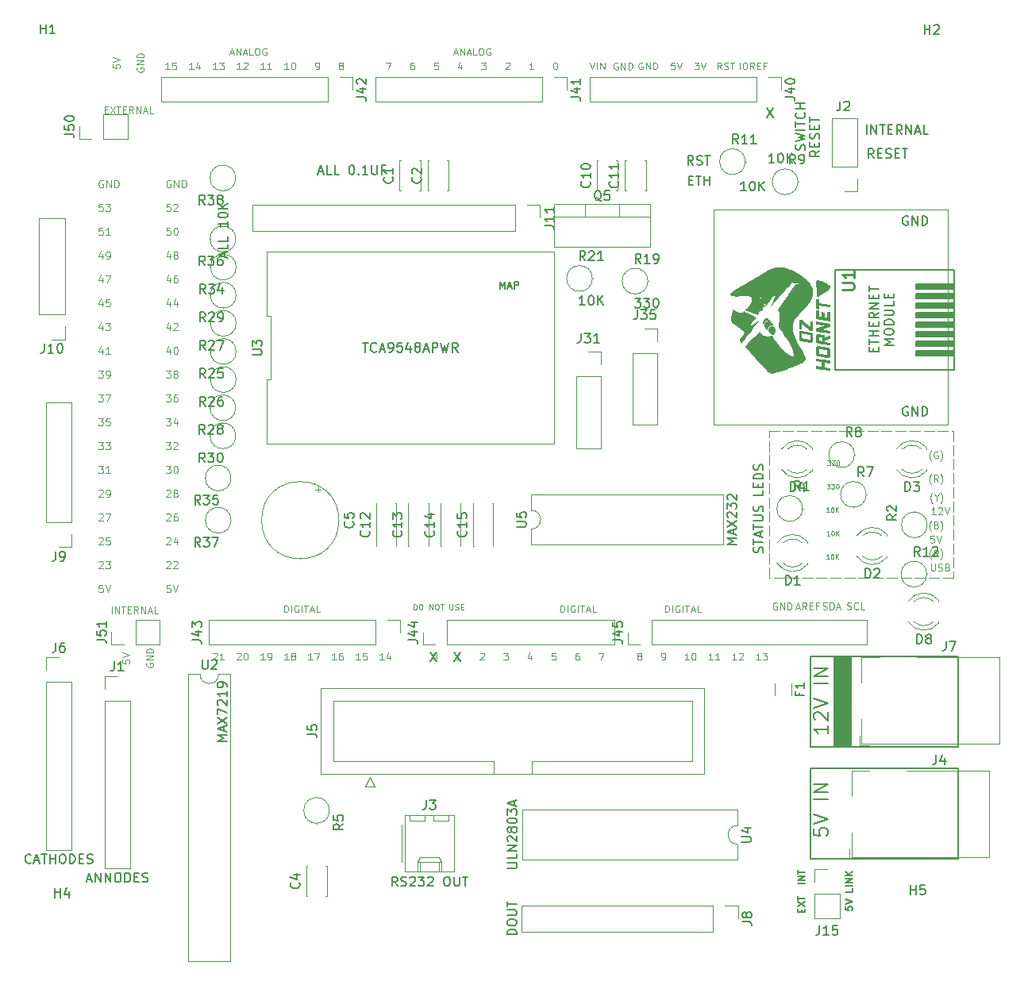
<source format=gbr>
G04 #@! TF.GenerationSoftware,KiCad,Pcbnew,9.0.4*
G04 #@! TF.CreationDate,2025-11-10T22:17:31+11:00*
G04 #@! TF.ProjectId,Jet Ranger Radio Controller,4a657420-5261-46e6-9765-722052616469,rev?*
G04 #@! TF.SameCoordinates,Original*
G04 #@! TF.FileFunction,Legend,Top*
G04 #@! TF.FilePolarity,Positive*
%FSLAX46Y46*%
G04 Gerber Fmt 4.6, Leading zero omitted, Abs format (unit mm)*
G04 Created by KiCad (PCBNEW 9.0.4) date 2025-11-10 22:17:31*
%MOMM*%
%LPD*%
G01*
G04 APERTURE LIST*
%ADD10C,0.000000*%
%ADD11C,0.100000*%
%ADD12C,0.150000*%
%ADD13C,0.200000*%
%ADD14C,0.093750*%
%ADD15C,0.187500*%
%ADD16C,0.254000*%
%ADD17C,0.120000*%
G04 APERTURE END LIST*
D10*
G36*
X114465231Y-67128147D02*
G01*
X114480102Y-67128924D01*
X114495699Y-67130263D01*
X114512047Y-67132160D01*
X114529166Y-67134612D01*
X114985572Y-67207108D01*
X115003857Y-67210252D01*
X115021221Y-67213779D01*
X115037688Y-67217689D01*
X115053278Y-67221980D01*
X115068016Y-67226652D01*
X115081922Y-67231703D01*
X115095019Y-67237132D01*
X115107330Y-67242939D01*
X115118876Y-67249122D01*
X115129681Y-67255680D01*
X115139765Y-67262613D01*
X115149152Y-67269919D01*
X115157865Y-67277597D01*
X115165924Y-67285646D01*
X115173352Y-67294066D01*
X115180173Y-67302855D01*
X115186407Y-67312012D01*
X115192078Y-67321536D01*
X115197207Y-67331426D01*
X115201817Y-67341682D01*
X115205930Y-67352301D01*
X115209569Y-67363284D01*
X115212755Y-67374629D01*
X115215511Y-67386335D01*
X115219823Y-67410826D01*
X115222682Y-67436749D01*
X115224267Y-67464096D01*
X115224755Y-67492858D01*
X115224755Y-67531223D01*
X115767416Y-67311883D01*
X115767416Y-67637585D01*
X115224755Y-67856925D01*
X115224755Y-67965933D01*
X115767416Y-68050070D01*
X115767416Y-68361221D01*
X114924717Y-68228132D01*
X114278076Y-68126006D01*
X114278076Y-67862216D01*
X114578642Y-67862216D01*
X114924717Y-67916985D01*
X114924717Y-67535985D01*
X114924705Y-67529643D01*
X114924618Y-67522359D01*
X114924523Y-67518658D01*
X114924382Y-67515075D01*
X114924185Y-67511727D01*
X114923924Y-67508733D01*
X114922271Y-67508324D01*
X114920277Y-67507886D01*
X114917924Y-67507417D01*
X114915192Y-67506914D01*
X114912064Y-67506374D01*
X114908520Y-67505794D01*
X114904542Y-67505170D01*
X114900111Y-67504500D01*
X114594253Y-67455551D01*
X114585455Y-67454526D01*
X114581826Y-67454100D01*
X114578642Y-67453699D01*
X114578642Y-67862216D01*
X114278076Y-67862216D01*
X114278076Y-67353423D01*
X114278470Y-67325975D01*
X114279042Y-67312348D01*
X114279937Y-67298844D01*
X114281206Y-67285512D01*
X114282904Y-67272395D01*
X114285084Y-67259541D01*
X114287800Y-67246994D01*
X114291105Y-67234801D01*
X114295052Y-67223007D01*
X114299696Y-67211658D01*
X114305089Y-67200800D01*
X114311285Y-67190478D01*
X114318338Y-67180738D01*
X114326300Y-67171626D01*
X114330640Y-67167319D01*
X114335226Y-67163187D01*
X114335490Y-67163717D01*
X114343354Y-67157518D01*
X114351680Y-67151918D01*
X114360491Y-67146913D01*
X114369808Y-67142501D01*
X114379653Y-67138677D01*
X114390050Y-67135440D01*
X114401019Y-67132785D01*
X114412583Y-67130710D01*
X114424765Y-67129212D01*
X114437585Y-67128287D01*
X114451067Y-67127933D01*
X114465231Y-67128147D01*
G37*
G36*
X114470245Y-61430549D02*
G01*
X114490007Y-61431784D01*
X114574660Y-61439938D01*
X114658141Y-61451217D01*
X114740418Y-61465637D01*
X114821460Y-61483216D01*
X114901235Y-61503972D01*
X114979712Y-61527922D01*
X115056860Y-61555083D01*
X115132647Y-61585474D01*
X115207042Y-61619110D01*
X115280013Y-61656010D01*
X115351529Y-61696192D01*
X115421559Y-61739672D01*
X115490071Y-61786468D01*
X115557035Y-61836598D01*
X115622417Y-61890078D01*
X115686188Y-61946927D01*
X115700204Y-61960320D01*
X115713284Y-61973568D01*
X115725429Y-61986680D01*
X115736643Y-61999665D01*
X115746927Y-62012535D01*
X115756285Y-62025297D01*
X115764719Y-62037963D01*
X115772231Y-62050540D01*
X115778824Y-62063040D01*
X115784501Y-62075472D01*
X115789264Y-62087845D01*
X115793116Y-62100169D01*
X115796059Y-62112453D01*
X115798096Y-62124708D01*
X115799230Y-62136943D01*
X115799462Y-62149168D01*
X115798797Y-62161391D01*
X115797235Y-62173624D01*
X115794780Y-62185875D01*
X115791434Y-62198154D01*
X115787201Y-62210471D01*
X115782081Y-62222836D01*
X115776079Y-62235257D01*
X115769197Y-62247746D01*
X115761436Y-62260310D01*
X115752800Y-62272961D01*
X115743292Y-62285707D01*
X115732913Y-62298559D01*
X115721667Y-62311525D01*
X115709556Y-62324616D01*
X115682748Y-62351210D01*
X115609568Y-62417900D01*
X115533234Y-62483214D01*
X115454395Y-62546981D01*
X115373699Y-62609026D01*
X115291793Y-62669179D01*
X115209326Y-62727267D01*
X115045301Y-62836556D01*
X114886807Y-62935513D01*
X114739029Y-63022760D01*
X114607151Y-63096916D01*
X114496356Y-63156602D01*
X114489795Y-63159773D01*
X114483171Y-63162445D01*
X114476503Y-63164631D01*
X114469806Y-63166341D01*
X114463101Y-63167584D01*
X114456403Y-63168373D01*
X114449732Y-63168717D01*
X114443105Y-63168628D01*
X114436539Y-63168116D01*
X114430053Y-63167192D01*
X114423663Y-63165867D01*
X114417389Y-63164151D01*
X114411248Y-63162054D01*
X114405257Y-63159589D01*
X114399434Y-63156765D01*
X114393797Y-63153593D01*
X114388365Y-63150083D01*
X114383153Y-63146248D01*
X114378182Y-63142096D01*
X114373467Y-63137640D01*
X114369028Y-63132889D01*
X114364881Y-63127854D01*
X114361045Y-63122547D01*
X114357537Y-63116977D01*
X114354375Y-63111155D01*
X114351577Y-63105093D01*
X114349161Y-63098801D01*
X114347144Y-63092289D01*
X114345545Y-63085569D01*
X114344380Y-63078651D01*
X114343669Y-63071545D01*
X114343427Y-63064263D01*
X114341009Y-62773680D01*
X114336846Y-62598212D01*
X114329835Y-62413024D01*
X114319313Y-62225914D01*
X114304621Y-62044679D01*
X114285098Y-61877117D01*
X114273318Y-61800901D01*
X114260084Y-61731028D01*
X114260349Y-61731027D01*
X114252928Y-61691119D01*
X114248079Y-61654131D01*
X114246640Y-61636725D01*
X114245870Y-61620042D01*
X114245779Y-61604080D01*
X114246375Y-61588834D01*
X114247667Y-61574304D01*
X114249664Y-61560486D01*
X114252375Y-61547378D01*
X114255809Y-61534979D01*
X114259975Y-61523284D01*
X114264881Y-61512292D01*
X114270537Y-61502000D01*
X114276951Y-61492406D01*
X114284133Y-61483507D01*
X114292091Y-61475301D01*
X114300834Y-61467786D01*
X114310371Y-61460958D01*
X114320712Y-61454816D01*
X114331864Y-61449357D01*
X114343837Y-61444578D01*
X114356640Y-61440477D01*
X114370282Y-61437052D01*
X114384772Y-61434300D01*
X114400117Y-61432219D01*
X114416329Y-61430805D01*
X114433415Y-61430057D01*
X114451384Y-61429973D01*
X114470245Y-61430549D01*
G37*
D11*
X109249000Y-77482000D02*
X110349000Y-77482000D01*
X110749000Y-77482000D02*
X111849000Y-77482000D01*
X112249000Y-77482000D02*
X113349000Y-77482000D01*
X113749000Y-77482000D02*
X114849000Y-77482000D01*
X115249000Y-77482000D02*
X116349000Y-77482000D01*
X116749000Y-77482000D02*
X117849000Y-77482000D01*
X118249000Y-77482000D02*
X119349000Y-77482000D01*
X119749000Y-77482000D02*
X120849000Y-77482000D01*
X121249000Y-77482000D02*
X122349000Y-77482000D01*
X122749000Y-77482000D02*
X123849000Y-77482000D01*
X124249000Y-77482000D02*
X125349000Y-77482000D01*
X125749000Y-77482000D02*
X126849000Y-77482000D01*
X127249000Y-77482000D02*
X128349000Y-77482000D01*
X128749000Y-77482000D02*
X128891800Y-77482000D01*
X128891800Y-77482000D02*
X128891800Y-78582000D01*
X128891800Y-78982000D02*
X128891800Y-80082000D01*
X128891800Y-80482000D02*
X128891800Y-81582000D01*
X128891800Y-81982000D02*
X128891800Y-83082000D01*
X128891800Y-83482000D02*
X128891800Y-84582000D01*
X128891800Y-84982000D02*
X128891800Y-86082000D01*
X128891800Y-86482000D02*
X128891800Y-87582000D01*
X128891800Y-87982000D02*
X128891800Y-89082000D01*
X128891800Y-89482000D02*
X128891800Y-90582000D01*
X128891800Y-90982000D02*
X128891800Y-92082000D01*
X128891800Y-92482000D02*
X128891800Y-93158000D01*
X128891800Y-93158000D02*
X127791800Y-93158000D01*
X127391800Y-93158000D02*
X126291800Y-93158000D01*
X125891800Y-93158000D02*
X124791800Y-93158000D01*
X124391800Y-93158000D02*
X123291800Y-93158000D01*
X122891800Y-93158000D02*
X121791800Y-93158000D01*
X121391800Y-93158000D02*
X120291800Y-93158000D01*
X119891800Y-93158000D02*
X118791800Y-93158000D01*
X118391800Y-93158000D02*
X117291800Y-93158000D01*
X116891800Y-93158000D02*
X115791800Y-93158000D01*
X115391800Y-93158000D02*
X114291800Y-93158000D01*
X113891800Y-93158000D02*
X112791800Y-93158000D01*
X112391800Y-93158000D02*
X111291800Y-93158000D01*
X110891800Y-93158000D02*
X109791800Y-93158000D01*
X109391800Y-93158000D02*
X109249000Y-93158000D01*
X109249000Y-93158000D02*
X109249000Y-92058000D01*
X109249000Y-91658000D02*
X109249000Y-90558000D01*
X109249000Y-90158000D02*
X109249000Y-89058000D01*
X109249000Y-88658000D02*
X109249000Y-87558000D01*
X109249000Y-87158000D02*
X109249000Y-86058000D01*
X109249000Y-85658000D02*
X109249000Y-84558000D01*
X109249000Y-84158000D02*
X109249000Y-83058000D01*
X109249000Y-82658000D02*
X109249000Y-81558000D01*
X109249000Y-81158000D02*
X109249000Y-80058000D01*
X109249000Y-79658000D02*
X109249000Y-78558000D01*
X109249000Y-78158000D02*
X109249000Y-77482000D01*
D10*
G36*
X114578642Y-64627421D02*
G01*
X114578642Y-65274063D01*
X114871800Y-65320894D01*
X114871800Y-64802046D01*
X115172102Y-64849142D01*
X115172102Y-65368254D01*
X115467377Y-65415086D01*
X115467377Y-64768708D01*
X115767679Y-64815804D01*
X115767679Y-65772802D01*
X114278339Y-65537587D01*
X114278339Y-64580325D01*
X114578642Y-64627421D01*
G37*
D12*
X124953042Y-66867283D02*
X129017042Y-66867283D01*
X129017042Y-67375283D01*
X124953042Y-67375283D01*
X124953042Y-66867283D01*
G36*
X124953042Y-66867283D02*
G01*
X129017042Y-66867283D01*
X129017042Y-67375283D01*
X124953042Y-67375283D01*
X124953042Y-66867283D01*
G37*
D10*
G36*
X112741904Y-65637600D02*
G01*
X113638313Y-66402775D01*
X113638313Y-65782062D01*
X113938615Y-65829158D01*
X113938615Y-66843306D01*
X113645721Y-66797797D01*
X112749577Y-66023627D01*
X112749577Y-66655452D01*
X112449274Y-66608356D01*
X112449274Y-65592092D01*
X112741904Y-65637600D01*
G37*
G36*
X112636431Y-66782071D02*
G01*
X112651301Y-66782849D01*
X112666899Y-66784188D01*
X112683246Y-66786085D01*
X112700365Y-66788537D01*
X113699432Y-66947287D01*
X113717716Y-66950428D01*
X113735081Y-66953949D01*
X113751547Y-66957847D01*
X113767138Y-66962123D01*
X113781876Y-66966774D01*
X113795782Y-66971801D01*
X113808879Y-66977202D01*
X113821190Y-66982977D01*
X113832736Y-66989124D01*
X113843541Y-66995642D01*
X113853625Y-67002531D01*
X113863013Y-67009790D01*
X113871725Y-67017418D01*
X113879784Y-67025413D01*
X113887213Y-67033775D01*
X113894033Y-67042504D01*
X113900267Y-67051597D01*
X113905938Y-67061055D01*
X113911067Y-67070876D01*
X113915677Y-67081059D01*
X113919790Y-67091604D01*
X113923429Y-67102509D01*
X113926615Y-67113774D01*
X113929372Y-67125397D01*
X113933683Y-67149716D01*
X113936542Y-67175458D01*
X113938127Y-67202617D01*
X113938615Y-67231185D01*
X113938615Y-67834435D01*
X113938221Y-67862091D01*
X113937646Y-67875830D01*
X113936747Y-67889447D01*
X113935470Y-67902895D01*
X113933760Y-67916127D01*
X113931563Y-67929097D01*
X113928826Y-67941756D01*
X113925493Y-67954059D01*
X113921511Y-67965959D01*
X113916824Y-67977408D01*
X113911380Y-67988360D01*
X113905123Y-67998768D01*
X113898000Y-68008585D01*
X113889956Y-68017764D01*
X113885571Y-68022099D01*
X113880936Y-68026258D01*
X113873145Y-68032416D01*
X113864845Y-68037992D01*
X113856022Y-68042988D01*
X113846664Y-68047404D01*
X113836757Y-68051242D01*
X113826288Y-68054503D01*
X113815244Y-68057188D01*
X113803611Y-68059298D01*
X113791377Y-68060835D01*
X113778529Y-68061799D01*
X113765052Y-68062191D01*
X113750934Y-68062014D01*
X113736163Y-68061268D01*
X113720723Y-68059954D01*
X113704604Y-68058073D01*
X113687790Y-68055627D01*
X113637784Y-68047681D01*
X112688723Y-67896877D01*
X112670438Y-67893733D01*
X112653074Y-67890206D01*
X112636607Y-67886296D01*
X112621017Y-67882005D01*
X112606279Y-67877333D01*
X112592373Y-67872282D01*
X112579276Y-67866853D01*
X112566965Y-67861046D01*
X112555419Y-67854864D01*
X112544615Y-67848305D01*
X112534530Y-67841373D01*
X112525143Y-67834067D01*
X112516431Y-67826389D01*
X112508371Y-67818339D01*
X112500943Y-67809920D01*
X112494122Y-67801131D01*
X112487888Y-67791974D01*
X112482217Y-67782450D01*
X112477088Y-67772559D01*
X112472478Y-67762304D01*
X112468365Y-67751684D01*
X112464726Y-67740701D01*
X112461540Y-67729356D01*
X112458784Y-67717651D01*
X112454472Y-67693160D01*
X112451613Y-67667237D01*
X112450029Y-67639889D01*
X112449540Y-67611127D01*
X112449540Y-67565883D01*
X112749577Y-67565883D01*
X112749594Y-67572497D01*
X112749710Y-67580303D01*
X112749836Y-67584218D01*
X112750024Y-67587909D01*
X112750286Y-67591204D01*
X112750449Y-67592648D01*
X112750636Y-67593928D01*
X112751922Y-67594373D01*
X112753633Y-67594908D01*
X112755821Y-67595524D01*
X112758540Y-67596210D01*
X112760114Y-67596578D01*
X112761841Y-67596959D01*
X112763727Y-67597354D01*
X112765779Y-67597761D01*
X112768002Y-67598178D01*
X112770405Y-67598606D01*
X112772992Y-67599042D01*
X112775771Y-67599485D01*
X113622703Y-67734687D01*
X113627329Y-67735233D01*
X113631335Y-67735679D01*
X113634795Y-67736027D01*
X113637784Y-67736275D01*
X113637784Y-67718812D01*
X113638313Y-67718812D01*
X113638313Y-67276165D01*
X113638300Y-67269823D01*
X113638213Y-67262539D01*
X113638119Y-67258838D01*
X113637978Y-67255254D01*
X113637781Y-67251907D01*
X113637518Y-67248912D01*
X113635866Y-67248503D01*
X113633872Y-67248065D01*
X113631519Y-67247596D01*
X113628787Y-67247094D01*
X113625659Y-67246554D01*
X113622115Y-67245973D01*
X113618137Y-67245349D01*
X113613706Y-67244679D01*
X112765187Y-67109477D01*
X112756390Y-67108452D01*
X112752760Y-67108026D01*
X112749577Y-67107625D01*
X112749577Y-67565883D01*
X112449540Y-67565883D01*
X112449540Y-67007877D01*
X112449934Y-66980429D01*
X112450506Y-66966801D01*
X112451400Y-66953298D01*
X112452670Y-66939966D01*
X112454368Y-66926849D01*
X112456548Y-66913995D01*
X112459263Y-66901448D01*
X112462568Y-66889255D01*
X112466516Y-66877461D01*
X112471159Y-66866112D01*
X112476552Y-66855254D01*
X112482748Y-66844932D01*
X112489801Y-66835192D01*
X112497763Y-66826080D01*
X112502103Y-66821774D01*
X112506690Y-66817641D01*
X112514553Y-66811443D01*
X112522879Y-66805843D01*
X112531690Y-66800838D01*
X112541007Y-66796425D01*
X112550853Y-66792602D01*
X112561249Y-66789364D01*
X112572219Y-66786709D01*
X112583783Y-66784635D01*
X112595964Y-66783136D01*
X112608785Y-66782212D01*
X112622266Y-66781858D01*
X112636431Y-66782071D01*
G37*
D12*
X124953042Y-61787283D02*
X129017042Y-61787283D01*
X129017042Y-62295283D01*
X124953042Y-62295283D01*
X124953042Y-61787283D01*
G36*
X124953042Y-61787283D02*
G01*
X129017042Y-61787283D01*
X129017042Y-62295283D01*
X124953042Y-62295283D01*
X124953042Y-61787283D01*
G37*
D13*
X113669042Y-101511283D02*
X129417042Y-101511283D01*
X129417042Y-111163283D01*
X113669042Y-111163283D01*
X113669042Y-101511283D01*
D12*
X124953042Y-65851283D02*
X129017042Y-65851283D01*
X129017042Y-66359283D01*
X124953042Y-66359283D01*
X124953042Y-65851283D01*
G36*
X124953042Y-65851283D02*
G01*
X129017042Y-65851283D01*
X129017042Y-66359283D01*
X124953042Y-66359283D01*
X124953042Y-65851283D01*
G37*
D10*
G36*
X109627628Y-66323299D02*
G01*
X109652852Y-66326596D01*
X109678117Y-66331647D01*
X109703361Y-66338500D01*
X109728525Y-66347206D01*
X109753550Y-66357813D01*
X109778376Y-66370371D01*
X109802944Y-66384928D01*
X109827194Y-66401534D01*
X109851067Y-66420238D01*
X109852501Y-66421453D01*
X109853926Y-66422715D01*
X109855336Y-66424022D01*
X109856726Y-66425372D01*
X109858094Y-66426762D01*
X109859434Y-66428191D01*
X109860742Y-66429654D01*
X109862014Y-66431152D01*
X109863245Y-66432680D01*
X109864433Y-66434237D01*
X109865571Y-66435820D01*
X109866656Y-66437427D01*
X109867684Y-66439056D01*
X109868651Y-66440705D01*
X109869551Y-66442370D01*
X109870381Y-66444050D01*
X109885661Y-66476565D01*
X109900742Y-66509105D01*
X109915327Y-66541793D01*
X109922341Y-66558232D01*
X109929119Y-66574754D01*
X109933770Y-66586744D01*
X109938098Y-66598801D01*
X109942104Y-66610924D01*
X109945788Y-66623111D01*
X109949149Y-66635362D01*
X109952187Y-66647675D01*
X109954903Y-66660050D01*
X109957297Y-66672485D01*
X109959368Y-66684978D01*
X109961117Y-66697530D01*
X109962543Y-66710138D01*
X109963647Y-66722801D01*
X109964428Y-66735519D01*
X109964887Y-66748289D01*
X109965024Y-66761112D01*
X109964838Y-66773986D01*
X109963373Y-66801751D01*
X109960497Y-66828904D01*
X109956259Y-66855463D01*
X109950703Y-66881448D01*
X109943878Y-66906877D01*
X109935830Y-66931771D01*
X109926606Y-66956149D01*
X109916254Y-66980030D01*
X109904819Y-67003433D01*
X109892349Y-67026379D01*
X109878890Y-67048885D01*
X109864490Y-67070972D01*
X109849196Y-67092659D01*
X109833054Y-67113966D01*
X109816112Y-67134911D01*
X109798415Y-67155515D01*
X109789974Y-67164782D01*
X109781312Y-67173719D01*
X109772421Y-67182304D01*
X109763291Y-67190518D01*
X109753914Y-67198340D01*
X109744279Y-67205749D01*
X109734377Y-67212724D01*
X109724199Y-67219246D01*
X109713736Y-67225293D01*
X109702979Y-67230846D01*
X109691918Y-67235883D01*
X109680543Y-67240384D01*
X109668846Y-67244328D01*
X109656817Y-67247696D01*
X109644447Y-67250465D01*
X109631727Y-67252617D01*
X109628641Y-67252963D01*
X109625632Y-67253201D01*
X109622693Y-67253322D01*
X109619821Y-67253319D01*
X109617011Y-67253183D01*
X109614259Y-67252905D01*
X109611559Y-67252476D01*
X109608907Y-67251889D01*
X109606299Y-67251134D01*
X109603729Y-67250203D01*
X109601194Y-67249088D01*
X109598688Y-67247780D01*
X109596206Y-67246270D01*
X109593745Y-67244550D01*
X109591300Y-67242611D01*
X109588865Y-67240446D01*
X109411065Y-67074883D01*
X109321718Y-66992647D01*
X109231677Y-66911304D01*
X109223705Y-66903906D01*
X109216267Y-66896388D01*
X109209379Y-66888732D01*
X109203053Y-66880922D01*
X109197303Y-66872944D01*
X109192145Y-66864781D01*
X109187591Y-66856417D01*
X109183655Y-66847837D01*
X109180352Y-66839024D01*
X109177696Y-66829963D01*
X109175700Y-66820637D01*
X109174378Y-66811031D01*
X109173745Y-66801129D01*
X109173814Y-66790915D01*
X109174599Y-66780373D01*
X109176115Y-66769487D01*
X109167648Y-66769487D01*
X109170828Y-66750483D01*
X109173738Y-66731408D01*
X109179455Y-66693254D01*
X109182616Y-66674281D01*
X109186214Y-66655448D01*
X109190426Y-66636806D01*
X109192818Y-66627574D01*
X109195429Y-66618410D01*
X109195429Y-66618411D01*
X109203298Y-66594943D01*
X109212577Y-66572098D01*
X109223206Y-66549925D01*
X109235126Y-66528473D01*
X109248278Y-66507791D01*
X109262601Y-66487929D01*
X109278036Y-66468935D01*
X109294524Y-66450859D01*
X109312005Y-66433750D01*
X109330419Y-66417658D01*
X109349707Y-66402631D01*
X109369809Y-66388718D01*
X109390666Y-66375969D01*
X109412218Y-66364432D01*
X109434405Y-66354158D01*
X109457168Y-66345195D01*
X109480448Y-66337593D01*
X109504184Y-66331400D01*
X109528317Y-66326665D01*
X109552787Y-66323439D01*
X109577536Y-66321770D01*
X109602502Y-66321707D01*
X109627628Y-66323299D01*
G37*
D12*
X124953042Y-68899283D02*
X129017042Y-68899283D01*
X129017042Y-69407283D01*
X124953042Y-69407283D01*
X124953042Y-68899283D01*
G36*
X124953042Y-68899283D02*
G01*
X129017042Y-68899283D01*
X129017042Y-69407283D01*
X124953042Y-69407283D01*
X124953042Y-68899283D01*
G37*
D10*
G36*
X114578642Y-63452671D02*
G01*
X114578642Y-63819119D01*
X115767679Y-64007238D01*
X115767679Y-64318122D01*
X114578642Y-64130004D01*
X114578642Y-64496187D01*
X114278339Y-64449092D01*
X114278339Y-63405575D01*
X114578642Y-63452671D01*
G37*
G36*
X115767680Y-69981794D02*
G01*
X115767680Y-70292679D01*
X115172102Y-70198752D01*
X115172102Y-70685056D01*
X115767680Y-70778983D01*
X115767680Y-71089869D01*
X114278340Y-70854654D01*
X114278340Y-70543769D01*
X114871800Y-70637696D01*
X114871800Y-70151392D01*
X114278340Y-70057465D01*
X114278340Y-69746579D01*
X115767680Y-69981794D01*
G37*
D13*
X113669042Y-113466983D02*
X129417042Y-113466983D01*
X129417042Y-123118983D01*
X113669042Y-123118983D01*
X113669042Y-113466983D01*
D10*
G36*
X105708552Y-64681892D02*
G01*
X105848682Y-64751126D01*
X105986828Y-64821624D01*
X106022385Y-64838855D01*
X106057709Y-64853345D01*
X106092783Y-64865101D01*
X106127590Y-64874128D01*
X106162113Y-64880432D01*
X106196336Y-64884021D01*
X106230241Y-64884899D01*
X106263813Y-64883074D01*
X106297035Y-64878551D01*
X106329889Y-64871337D01*
X106362360Y-64861438D01*
X106394431Y-64848860D01*
X106426084Y-64833609D01*
X106457304Y-64815692D01*
X106488073Y-64795115D01*
X106518375Y-64771883D01*
X106539306Y-64753635D01*
X106560411Y-64735039D01*
X106603042Y-64697006D01*
X106603406Y-64715659D01*
X106603526Y-64724985D01*
X106603571Y-64734312D01*
X106603590Y-64734890D01*
X106603647Y-64735482D01*
X106603740Y-64736086D01*
X106603867Y-64736701D01*
X106604027Y-64737326D01*
X106604220Y-64737958D01*
X106604443Y-64738597D01*
X106604696Y-64739240D01*
X106605283Y-64740534D01*
X106605971Y-64741828D01*
X106606749Y-64743109D01*
X106607606Y-64744366D01*
X106608531Y-64745585D01*
X106609514Y-64746755D01*
X106610543Y-64747863D01*
X106611608Y-64748897D01*
X106612698Y-64749844D01*
X106613801Y-64750691D01*
X106614908Y-64751427D01*
X106615459Y-64751749D01*
X106616007Y-64752039D01*
X107102046Y-64993604D01*
X107392294Y-65136743D01*
X107712705Y-65294700D01*
X107809145Y-65341729D01*
X107907173Y-65389156D01*
X107896404Y-65401852D01*
X107886106Y-65414127D01*
X107881033Y-65420098D01*
X107875957Y-65425954D01*
X107870837Y-65431693D01*
X107865634Y-65437310D01*
X107838713Y-65465637D01*
X107811593Y-65493865D01*
X107757155Y-65550023D01*
X107666502Y-65644181D01*
X107643738Y-65667605D01*
X107620791Y-65690852D01*
X107597590Y-65713856D01*
X107574063Y-65736554D01*
X107556499Y-65753862D01*
X107539589Y-65771629D01*
X107523280Y-65789820D01*
X107507520Y-65808397D01*
X107492257Y-65827325D01*
X107477437Y-65846566D01*
X107448915Y-65885845D01*
X107421535Y-65925943D01*
X107394874Y-65966568D01*
X107342024Y-66048233D01*
X107340419Y-66050690D01*
X107338871Y-66053193D01*
X107335901Y-66058296D01*
X107330151Y-66068606D01*
X107327190Y-66073653D01*
X107325649Y-66076114D01*
X107324053Y-66078520D01*
X107322390Y-66080860D01*
X107320649Y-66083126D01*
X107318819Y-66085307D01*
X107316888Y-66087392D01*
X107314973Y-66089453D01*
X107313194Y-66091519D01*
X107311548Y-66093591D01*
X107310032Y-66095669D01*
X107308643Y-66097753D01*
X107307377Y-66099844D01*
X107306230Y-66101942D01*
X107305201Y-66104048D01*
X107304285Y-66106162D01*
X107303480Y-66108285D01*
X107302781Y-66110416D01*
X107302187Y-66112558D01*
X107301693Y-66114709D01*
X107301296Y-66116870D01*
X107300782Y-66121225D01*
X107300618Y-66125627D01*
X107300778Y-66130079D01*
X107301237Y-66134584D01*
X107301968Y-66139147D01*
X107302946Y-66143769D01*
X107304144Y-66148456D01*
X107305537Y-66153210D01*
X107307099Y-66158035D01*
X107311745Y-66172556D01*
X107316190Y-66187135D01*
X107324660Y-66216409D01*
X107341230Y-66274981D01*
X107341493Y-66275770D01*
X107341787Y-66276552D01*
X107342112Y-66277336D01*
X107342466Y-66278127D01*
X107343262Y-66279757D01*
X107344173Y-66281496D01*
X107346327Y-66285511D01*
X107347564Y-66287891D01*
X107348903Y-66290591D01*
X108125984Y-65765658D01*
X108130747Y-65769892D01*
X108070422Y-65851383D01*
X107698947Y-66350123D01*
X107381182Y-66777954D01*
X107013676Y-67274048D01*
X106732688Y-67651873D01*
X106386349Y-68119392D01*
X106386348Y-68118862D01*
X106374707Y-68134373D01*
X106368861Y-68142191D01*
X106363065Y-68150083D01*
X106328901Y-68114629D01*
X106294538Y-68079175D01*
X106266187Y-68048057D01*
X106240981Y-68017251D01*
X106218943Y-67986663D01*
X106200098Y-67956201D01*
X106191881Y-67940989D01*
X106184472Y-67925774D01*
X106177874Y-67910544D01*
X106172090Y-67895288D01*
X106167122Y-67879995D01*
X106162975Y-67864652D01*
X106159651Y-67849249D01*
X106157153Y-67833774D01*
X106155485Y-67818215D01*
X106154649Y-67802560D01*
X106154649Y-67786799D01*
X106155487Y-67770920D01*
X106157167Y-67754910D01*
X106159692Y-67738760D01*
X106163066Y-67722456D01*
X106167290Y-67705988D01*
X106172368Y-67689344D01*
X106178304Y-67672513D01*
X106185100Y-67655482D01*
X106192760Y-67638241D01*
X106210683Y-67603082D01*
X106232096Y-67566941D01*
X106261907Y-67521952D01*
X106291595Y-67479872D01*
X106349916Y-67403675D01*
X106405693Y-67336815D01*
X106457554Y-67277756D01*
X106504133Y-67224961D01*
X106544059Y-67176895D01*
X106561099Y-67154156D01*
X106575963Y-67132022D01*
X106588480Y-67110303D01*
X106598478Y-67088806D01*
X106605786Y-67067339D01*
X106610234Y-67045711D01*
X106611649Y-67023729D01*
X106609861Y-67001201D01*
X106604699Y-66977935D01*
X106595992Y-66953739D01*
X106583568Y-66928422D01*
X106567257Y-66901791D01*
X106546887Y-66873655D01*
X106522288Y-66843820D01*
X106493287Y-66812096D01*
X106459714Y-66778290D01*
X106421399Y-66742211D01*
X106378169Y-66703665D01*
X106276282Y-66618410D01*
X106080151Y-66477995D01*
X105881986Y-66340432D01*
X105681937Y-66205598D01*
X105480150Y-66073368D01*
X105439031Y-66045971D01*
X105402129Y-66015443D01*
X105369276Y-65981965D01*
X105340303Y-65945718D01*
X105315041Y-65906884D01*
X105293324Y-65865643D01*
X105274980Y-65822175D01*
X105259844Y-65776663D01*
X105247744Y-65729286D01*
X105238515Y-65680226D01*
X105231986Y-65629664D01*
X105227989Y-65577780D01*
X105226919Y-65470771D01*
X105233956Y-65360647D01*
X105247752Y-65248855D01*
X105266959Y-65136841D01*
X105290230Y-65026054D01*
X105316216Y-64917941D01*
X105420355Y-64541166D01*
X105708552Y-64681892D01*
G37*
G36*
X110496842Y-60033021D02*
G01*
X110624533Y-60043002D01*
X110752951Y-60059475D01*
X110882116Y-60082326D01*
X111012047Y-60111440D01*
X111142765Y-60146702D01*
X111315607Y-60200705D01*
X111483148Y-60260044D01*
X111645762Y-60324608D01*
X111803822Y-60394282D01*
X111957700Y-60468952D01*
X112107771Y-60548505D01*
X112254406Y-60632828D01*
X112397981Y-60721807D01*
X112538867Y-60815328D01*
X112677438Y-60913278D01*
X112814068Y-61015543D01*
X112949129Y-61122010D01*
X113082994Y-61232565D01*
X113216038Y-61347094D01*
X113348633Y-61465485D01*
X113481152Y-61587622D01*
X113564203Y-61673071D01*
X113639068Y-61766027D01*
X113705663Y-61865781D01*
X113763901Y-61971623D01*
X113813696Y-62082846D01*
X113854962Y-62198738D01*
X113887613Y-62318592D01*
X113911563Y-62441697D01*
X113926726Y-62567345D01*
X113933016Y-62694826D01*
X113930347Y-62823431D01*
X113918632Y-62952450D01*
X113897787Y-63081176D01*
X113867724Y-63208897D01*
X113828358Y-63334905D01*
X113779602Y-63458491D01*
X113763291Y-63494871D01*
X113746215Y-63531146D01*
X113728380Y-63567265D01*
X113709798Y-63603172D01*
X113690476Y-63638815D01*
X113670423Y-63674138D01*
X113649649Y-63709088D01*
X113628161Y-63743612D01*
X113605970Y-63777655D01*
X113583085Y-63811164D01*
X113559513Y-63844084D01*
X113535264Y-63876362D01*
X113510347Y-63907944D01*
X113484770Y-63938777D01*
X113458543Y-63968805D01*
X113431675Y-63997975D01*
X113287541Y-64150033D01*
X113148352Y-64299290D01*
X112877208Y-64592197D01*
X112741452Y-64737240D01*
X112603038Y-64882275D01*
X112460066Y-65027998D01*
X112310636Y-65175107D01*
X112219097Y-65263617D01*
X112137239Y-65355047D01*
X112064733Y-65449214D01*
X112001248Y-65545934D01*
X111946455Y-65645026D01*
X111900023Y-65746305D01*
X111861622Y-65849590D01*
X111830922Y-65954697D01*
X111807592Y-66061445D01*
X111791304Y-66169649D01*
X111781726Y-66279128D01*
X111778529Y-66389698D01*
X111781382Y-66501176D01*
X111789955Y-66613381D01*
X111803919Y-66726129D01*
X111822943Y-66839237D01*
X111874850Y-67065802D01*
X111943036Y-67291616D01*
X112024859Y-67515214D01*
X112117680Y-67735136D01*
X112218857Y-67949919D01*
X112325749Y-68158100D01*
X112435716Y-68358218D01*
X112546115Y-68548809D01*
X112870593Y-69078868D01*
X112946760Y-69214197D01*
X112982554Y-69282899D01*
X113016449Y-69352443D01*
X113048162Y-69422941D01*
X113077413Y-69494503D01*
X113103921Y-69567244D01*
X113127404Y-69641273D01*
X113138141Y-69683858D01*
X113142508Y-69704229D01*
X113146194Y-69724011D01*
X113149190Y-69743225D01*
X113151486Y-69761891D01*
X113153075Y-69780029D01*
X113153945Y-69797658D01*
X113154089Y-69814800D01*
X113153496Y-69831472D01*
X113152157Y-69847696D01*
X113150063Y-69863492D01*
X113147205Y-69878879D01*
X113143574Y-69893878D01*
X113139159Y-69908508D01*
X113133953Y-69922790D01*
X113127944Y-69936743D01*
X113121125Y-69950387D01*
X113113486Y-69963742D01*
X113105018Y-69976829D01*
X113095711Y-69989667D01*
X113085556Y-70002276D01*
X113074543Y-70014676D01*
X113062664Y-70026887D01*
X113049909Y-70038929D01*
X113036269Y-70050822D01*
X113021734Y-70062586D01*
X113006295Y-70074241D01*
X112989943Y-70085807D01*
X112972669Y-70097303D01*
X112954463Y-70108751D01*
X112935317Y-70120169D01*
X112860940Y-70162869D01*
X112786042Y-70204794D01*
X112710623Y-70245864D01*
X112634684Y-70285997D01*
X112558223Y-70325113D01*
X112481242Y-70363131D01*
X112403740Y-70399971D01*
X112325716Y-70435552D01*
X112027067Y-70565678D01*
X111726431Y-70690346D01*
X111423804Y-70809557D01*
X111119183Y-70923312D01*
X110812566Y-71031609D01*
X110503948Y-71134449D01*
X110193328Y-71231832D01*
X109880701Y-71323759D01*
X109817111Y-71339868D01*
X109785944Y-71346243D01*
X109755185Y-71351503D01*
X109724828Y-71355652D01*
X109694865Y-71358693D01*
X109665288Y-71360630D01*
X109636090Y-71361466D01*
X109607264Y-71361205D01*
X109578802Y-71359850D01*
X109550697Y-71357405D01*
X109522942Y-71353873D01*
X109495528Y-71349258D01*
X109468450Y-71343564D01*
X109441698Y-71336794D01*
X109415266Y-71328951D01*
X109389147Y-71320039D01*
X109363333Y-71310062D01*
X109337816Y-71299023D01*
X109312589Y-71286926D01*
X109287645Y-71273774D01*
X109262976Y-71259571D01*
X109238576Y-71244320D01*
X109214435Y-71228025D01*
X109166907Y-71192316D01*
X109120331Y-71152473D01*
X109074649Y-71108525D01*
X109029802Y-71060498D01*
X107862989Y-69759807D01*
X107273927Y-69114645D01*
X106976420Y-68794814D01*
X106676333Y-68477371D01*
X106748729Y-68407025D01*
X106821324Y-68336878D01*
X106855956Y-68303796D01*
X106890811Y-68270864D01*
X106925913Y-68238130D01*
X106961289Y-68205644D01*
X106964224Y-68202856D01*
X106966975Y-68200040D01*
X106969534Y-68197190D01*
X106971897Y-68194296D01*
X106974059Y-68191351D01*
X106976014Y-68188348D01*
X106977756Y-68185276D01*
X106979281Y-68182129D01*
X106980582Y-68178899D01*
X106981655Y-68175576D01*
X106982493Y-68172154D01*
X106983092Y-68168623D01*
X106983446Y-68164976D01*
X106983550Y-68161205D01*
X106983398Y-68157301D01*
X106982985Y-68153257D01*
X106982459Y-68148719D01*
X106982175Y-68144325D01*
X106982138Y-68140066D01*
X106982357Y-68135931D01*
X106982835Y-68131908D01*
X106983580Y-68127989D01*
X106984598Y-68124161D01*
X106985895Y-68120415D01*
X106987478Y-68116741D01*
X106989351Y-68113128D01*
X106991523Y-68109564D01*
X106993998Y-68106041D01*
X106996784Y-68102547D01*
X106999885Y-68099073D01*
X107003309Y-68095606D01*
X107007062Y-68092138D01*
X107037272Y-68065209D01*
X107067218Y-68038035D01*
X107126555Y-67983163D01*
X107244658Y-67872798D01*
X107344704Y-67780624D01*
X107444947Y-67688648D01*
X107650000Y-67500000D01*
X107853200Y-67313205D01*
X108113814Y-67073228D01*
X108202185Y-66992993D01*
X108291349Y-66912361D01*
X108303071Y-66919277D01*
X108308679Y-66922777D01*
X108314083Y-66926363D01*
X108319256Y-66930078D01*
X108324171Y-66933964D01*
X108328801Y-66938065D01*
X108333120Y-66942424D01*
X108337102Y-66947084D01*
X108338957Y-66949540D01*
X108340718Y-66952087D01*
X108342382Y-66954731D01*
X108343944Y-66957477D01*
X108345401Y-66960331D01*
X108346751Y-66963297D01*
X108347989Y-66966382D01*
X108349113Y-66969590D01*
X108350119Y-66972927D01*
X108351003Y-66976399D01*
X108351763Y-66980010D01*
X108352395Y-66983766D01*
X108352896Y-66987673D01*
X108353262Y-66991736D01*
X108353846Y-66997046D01*
X108354786Y-67002359D01*
X108356054Y-67007669D01*
X108357619Y-67012973D01*
X108359455Y-67018266D01*
X108361531Y-67023543D01*
X108363820Y-67028802D01*
X108366293Y-67034036D01*
X108368920Y-67039243D01*
X108371674Y-67044418D01*
X108377447Y-67054653D01*
X108389245Y-67074551D01*
X108401784Y-67094396D01*
X108415164Y-67113185D01*
X108429346Y-67130965D01*
X108444291Y-67147782D01*
X108459960Y-67163685D01*
X108476314Y-67178721D01*
X108493314Y-67192937D01*
X108510921Y-67206379D01*
X108529094Y-67219096D01*
X108547796Y-67231135D01*
X108566987Y-67242543D01*
X108586629Y-67253368D01*
X108606681Y-67263656D01*
X108627104Y-67273454D01*
X108647860Y-67282811D01*
X108668910Y-67291774D01*
X108701051Y-67304292D01*
X108733551Y-67315524D01*
X108766374Y-67325572D01*
X108799482Y-67334537D01*
X108832838Y-67342523D01*
X108866405Y-67349631D01*
X108900146Y-67355964D01*
X108934023Y-67361624D01*
X108953218Y-67364406D01*
X108972495Y-67366667D01*
X108991833Y-67368507D01*
X109011215Y-67370024D01*
X109088804Y-67374853D01*
X109117222Y-67376659D01*
X109145690Y-67378193D01*
X109159926Y-67378710D01*
X109174157Y-67378983D01*
X109188375Y-67378951D01*
X109202575Y-67378557D01*
X109244708Y-67376384D01*
X109286729Y-67373422D01*
X109328576Y-67369357D01*
X109370188Y-67363873D01*
X109390887Y-67360499D01*
X109411503Y-67356651D01*
X109432029Y-67352291D01*
X109452457Y-67347377D01*
X109472780Y-67341872D01*
X109492990Y-67335735D01*
X109513079Y-67328926D01*
X109533040Y-67321407D01*
X109537871Y-67319339D01*
X109542668Y-67317116D01*
X109547471Y-67314756D01*
X109552321Y-67312279D01*
X109562321Y-67307045D01*
X109567552Y-67304326D01*
X109572991Y-67301563D01*
X109613009Y-67358349D01*
X109653425Y-67416128D01*
X109812274Y-67644000D01*
X109971718Y-67871476D01*
X110083769Y-68028770D01*
X110140564Y-68106922D01*
X110198201Y-68184478D01*
X110247629Y-68249296D01*
X110297949Y-68313495D01*
X110349262Y-68376950D01*
X110375322Y-68408359D01*
X110401666Y-68439536D01*
X110467539Y-68515678D01*
X110534355Y-68591076D01*
X110669425Y-68740632D01*
X110703179Y-68777165D01*
X110720244Y-68795265D01*
X110737455Y-68813227D01*
X110754827Y-68831027D01*
X110772376Y-68848644D01*
X110790117Y-68866056D01*
X110808066Y-68883242D01*
X110867603Y-68938830D01*
X110928018Y-68993379D01*
X110989418Y-69046744D01*
X111051913Y-69098778D01*
X111115611Y-69149337D01*
X111180620Y-69198274D01*
X111247050Y-69245444D01*
X111315008Y-69290700D01*
X111373456Y-69327148D01*
X111432747Y-69361815D01*
X111492932Y-69394610D01*
X111554059Y-69425439D01*
X111616178Y-69454210D01*
X111679339Y-69480828D01*
X111743592Y-69505202D01*
X111808985Y-69527238D01*
X111817438Y-69529837D01*
X111825956Y-69532306D01*
X111843348Y-69537027D01*
X111880687Y-69546817D01*
X111881051Y-69502698D01*
X111881022Y-69481853D01*
X111880814Y-69471583D01*
X111880423Y-69461356D01*
X111879034Y-69437548D01*
X111877248Y-69413765D01*
X111875065Y-69390031D01*
X111872485Y-69366371D01*
X111860314Y-69255180D01*
X111853584Y-69199684D01*
X111849841Y-69172004D01*
X111845763Y-69144386D01*
X111836136Y-69086838D01*
X111824956Y-69029681D01*
X111812281Y-68972908D01*
X111798171Y-68916513D01*
X111782684Y-68860491D01*
X111765879Y-68804834D01*
X111747816Y-68749537D01*
X111728552Y-68694594D01*
X111701089Y-68620755D01*
X111686820Y-68584001D01*
X111672163Y-68547387D01*
X111657097Y-68510934D01*
X111641600Y-68474663D01*
X111625650Y-68438598D01*
X111609226Y-68402759D01*
X111568764Y-68317356D01*
X111548015Y-68274832D01*
X111526840Y-68232500D01*
X111505182Y-68190415D01*
X111482982Y-68148635D01*
X111460179Y-68107214D01*
X111436717Y-68066209D01*
X111407343Y-68016472D01*
X111377396Y-67967065D01*
X111346922Y-67917967D01*
X111315968Y-67869160D01*
X111252802Y-67772348D01*
X111188273Y-67676478D01*
X111155128Y-67628566D01*
X111121453Y-67581021D01*
X111052972Y-67486705D01*
X110914694Y-67298917D01*
X110674188Y-66968452D01*
X110451144Y-66663652D01*
X110354108Y-66531129D01*
X110256675Y-66398805D01*
X110255098Y-66396534D01*
X110253734Y-66394283D01*
X110252572Y-66392046D01*
X110251602Y-66389817D01*
X110250814Y-66387592D01*
X110250196Y-66385364D01*
X110249739Y-66383128D01*
X110249432Y-66380879D01*
X110249264Y-66378612D01*
X110249226Y-66376320D01*
X110249306Y-66373999D01*
X110249494Y-66371644D01*
X110249780Y-66369247D01*
X110250153Y-66366806D01*
X110250603Y-66364313D01*
X110251119Y-66361763D01*
X110312833Y-66059179D01*
X110373356Y-65756396D01*
X110376514Y-65739581D01*
X110379276Y-65722683D01*
X110381690Y-65705716D01*
X110383807Y-65688696D01*
X110385676Y-65671639D01*
X110387346Y-65654561D01*
X110390289Y-65620401D01*
X110395271Y-65556103D01*
X110399781Y-65491780D01*
X110403646Y-65427408D01*
X110406693Y-65362961D01*
X110407154Y-65344297D01*
X110407202Y-65325614D01*
X110406921Y-65306918D01*
X110406396Y-65288216D01*
X110403518Y-65213472D01*
X110402063Y-65161216D01*
X110401560Y-65148122D01*
X110400914Y-65135039D01*
X110400082Y-65121982D01*
X110399020Y-65108961D01*
X110394811Y-65066671D01*
X110389706Y-65024584D01*
X110383379Y-64982783D01*
X110379656Y-64962015D01*
X110375506Y-64941348D01*
X110370887Y-64920793D01*
X110365759Y-64900359D01*
X110360082Y-64880058D01*
X110353814Y-64859898D01*
X110346915Y-64839890D01*
X110339345Y-64820044D01*
X110331063Y-64800370D01*
X110322027Y-64780878D01*
X110321109Y-64779046D01*
X110320144Y-64777222D01*
X110319133Y-64775410D01*
X110318079Y-64773610D01*
X110316982Y-64771826D01*
X110315846Y-64770060D01*
X110314671Y-64768314D01*
X110313461Y-64766590D01*
X110312216Y-64764892D01*
X110310939Y-64763220D01*
X110309633Y-64761578D01*
X110308297Y-64759968D01*
X110306936Y-64758391D01*
X110305550Y-64756852D01*
X110304141Y-64755351D01*
X110302712Y-64753891D01*
X110276820Y-64727552D01*
X110250755Y-64701338D01*
X110224540Y-64675272D01*
X110198202Y-64649380D01*
X110196678Y-64647868D01*
X110195286Y-64646399D01*
X110194036Y-64644962D01*
X110192935Y-64643543D01*
X110191992Y-64642130D01*
X110191583Y-64641422D01*
X110191216Y-64640711D01*
X110190893Y-64639995D01*
X110190615Y-64639273D01*
X110190383Y-64638544D01*
X110190198Y-64637805D01*
X110190061Y-64637055D01*
X110189973Y-64636293D01*
X110189936Y-64635517D01*
X110189949Y-64634725D01*
X110190015Y-64633916D01*
X110190134Y-64633089D01*
X110190308Y-64632241D01*
X110190537Y-64631372D01*
X110190823Y-64630480D01*
X110191167Y-64629563D01*
X110191569Y-64628619D01*
X110192031Y-64627647D01*
X110192554Y-64626647D01*
X110193138Y-64625615D01*
X110193786Y-64624550D01*
X110194498Y-64623452D01*
X110467019Y-64209114D01*
X110787693Y-63720163D01*
X111024495Y-63359536D01*
X111270293Y-62983564D01*
X111305880Y-62929655D01*
X111323499Y-62902601D01*
X111332157Y-62889006D01*
X111340672Y-62875349D01*
X111342721Y-62872118D01*
X111344806Y-62869084D01*
X111346940Y-62866263D01*
X111349135Y-62863674D01*
X111351403Y-62861333D01*
X111352568Y-62860260D01*
X111353755Y-62859257D01*
X111354967Y-62858323D01*
X111356205Y-62857463D01*
X111357470Y-62856677D01*
X111358763Y-62855968D01*
X111360087Y-62855338D01*
X111361443Y-62854789D01*
X111362832Y-62854324D01*
X111364255Y-62853944D01*
X111365715Y-62853652D01*
X111367212Y-62853449D01*
X111368749Y-62853339D01*
X111370326Y-62853322D01*
X111371946Y-62853401D01*
X111373610Y-62853579D01*
X111375318Y-62853857D01*
X111377074Y-62854238D01*
X111378878Y-62854723D01*
X111380731Y-62855315D01*
X111382636Y-62856016D01*
X111384593Y-62856828D01*
X111385986Y-62857409D01*
X111387339Y-62857912D01*
X111388653Y-62858339D01*
X111389928Y-62858691D01*
X111391168Y-62858969D01*
X111392372Y-62859176D01*
X111393542Y-62859312D01*
X111394680Y-62859379D01*
X111395788Y-62859378D01*
X111396865Y-62859310D01*
X111397914Y-62859178D01*
X111398936Y-62858981D01*
X111399933Y-62858723D01*
X111400906Y-62858404D01*
X111401855Y-62858025D01*
X111402783Y-62857589D01*
X111403691Y-62857096D01*
X111404580Y-62856547D01*
X111405452Y-62855945D01*
X111406308Y-62855291D01*
X111407148Y-62854585D01*
X111407976Y-62853830D01*
X111408791Y-62853027D01*
X111409596Y-62852177D01*
X111411179Y-62850343D01*
X111412736Y-62848338D01*
X111414277Y-62846174D01*
X111415814Y-62843863D01*
X111765858Y-62310199D01*
X111989430Y-61970209D01*
X112012379Y-61936061D01*
X112035501Y-61902012D01*
X112046902Y-61884901D01*
X112058077Y-61867666D01*
X112068936Y-61850257D01*
X112079388Y-61832625D01*
X112080688Y-61830432D01*
X112082009Y-61828364D01*
X112083350Y-61826418D01*
X112084712Y-61824591D01*
X112086096Y-61822880D01*
X112087501Y-61821281D01*
X112088928Y-61819792D01*
X112090377Y-61818408D01*
X112091849Y-61817127D01*
X112093343Y-61815946D01*
X112094861Y-61814861D01*
X112096402Y-61813868D01*
X112097966Y-61812966D01*
X112099555Y-61812150D01*
X112101167Y-61811417D01*
X112102805Y-61810764D01*
X112106154Y-61809686D01*
X112109604Y-61808888D01*
X112113159Y-61808345D01*
X112116819Y-61808032D01*
X112120588Y-61807921D01*
X112124468Y-61807988D01*
X112128461Y-61808205D01*
X112132570Y-61808548D01*
X112142194Y-61809519D01*
X112151818Y-61810607D01*
X112171067Y-61812914D01*
X112180691Y-61814021D01*
X112190316Y-61815022D01*
X112199940Y-61815862D01*
X112209564Y-61816485D01*
X112242588Y-61818366D01*
X112275710Y-61820024D01*
X112292277Y-61820576D01*
X112308832Y-61820839D01*
X112325363Y-61820736D01*
X112341856Y-61820190D01*
X112346679Y-61819915D01*
X112351522Y-61819491D01*
X112356379Y-61818925D01*
X112361245Y-61818222D01*
X112366113Y-61817389D01*
X112370980Y-61816432D01*
X112375838Y-61815357D01*
X112380683Y-61814171D01*
X112385510Y-61812879D01*
X112390313Y-61811488D01*
X112399825Y-61808433D01*
X112409175Y-61805055D01*
X112418321Y-61801405D01*
X112421134Y-61800166D01*
X112423771Y-61798881D01*
X112426231Y-61797553D01*
X112428514Y-61796184D01*
X112430620Y-61794776D01*
X112432549Y-61793333D01*
X112434300Y-61791855D01*
X112435874Y-61790346D01*
X112437271Y-61788808D01*
X112438490Y-61787243D01*
X112439531Y-61785654D01*
X112440394Y-61784043D01*
X112441079Y-61782412D01*
X112441587Y-61780765D01*
X112441916Y-61779102D01*
X112442067Y-61777427D01*
X112442040Y-61775742D01*
X112441835Y-61774049D01*
X112441451Y-61772351D01*
X112440888Y-61770649D01*
X112440147Y-61768948D01*
X112439227Y-61767248D01*
X112438128Y-61765552D01*
X112436850Y-61763863D01*
X112435393Y-61762182D01*
X112433757Y-61760513D01*
X112431942Y-61758858D01*
X112429947Y-61757219D01*
X112427773Y-61755598D01*
X112425419Y-61753998D01*
X112422886Y-61752421D01*
X112420173Y-61750869D01*
X112415721Y-61748488D01*
X112411201Y-61746203D01*
X112406617Y-61744014D01*
X112401974Y-61741918D01*
X112392537Y-61738000D01*
X112382932Y-61734431D01*
X112373204Y-61731198D01*
X112363395Y-61728284D01*
X112353548Y-61725674D01*
X112343708Y-61723352D01*
X112333231Y-61721273D01*
X112322649Y-61719565D01*
X112311980Y-61718180D01*
X112301243Y-61717068D01*
X112290456Y-61716179D01*
X112279638Y-61715464D01*
X112257983Y-61714357D01*
X112048698Y-61705625D01*
X111930826Y-61699970D01*
X111812954Y-61693719D01*
X111768545Y-61690965D01*
X111724186Y-61687964D01*
X111635418Y-61681813D01*
X111633763Y-61681766D01*
X111632125Y-61681823D01*
X111630504Y-61681981D01*
X111628902Y-61682239D01*
X111627322Y-61682596D01*
X111625766Y-61683049D01*
X111624235Y-61683596D01*
X111622731Y-61684235D01*
X111621256Y-61684966D01*
X111619812Y-61685785D01*
X111618400Y-61686691D01*
X111617024Y-61687682D01*
X111615684Y-61688757D01*
X111614383Y-61689913D01*
X111613122Y-61691149D01*
X111611903Y-61692462D01*
X111609601Y-61695315D01*
X111607490Y-61698458D01*
X111605586Y-61701874D01*
X111603904Y-61705551D01*
X111602459Y-61709472D01*
X111601267Y-61713623D01*
X111600342Y-61717990D01*
X111599699Y-61722558D01*
X111599353Y-61725402D01*
X111598960Y-61728338D01*
X111598597Y-61731311D01*
X111598452Y-61732795D01*
X111598343Y-61734266D01*
X111598281Y-61735719D01*
X111598276Y-61737147D01*
X111598336Y-61738542D01*
X111598471Y-61739897D01*
X111598692Y-61741206D01*
X111599008Y-61742461D01*
X111599205Y-61743067D01*
X111599429Y-61743656D01*
X111599681Y-61744228D01*
X111599963Y-61744783D01*
X111601091Y-61747060D01*
X111602046Y-61749276D01*
X111602836Y-61751434D01*
X111603467Y-61753537D01*
X111603945Y-61755585D01*
X111604277Y-61757582D01*
X111604469Y-61759529D01*
X111604528Y-61761428D01*
X111604459Y-61763281D01*
X111604269Y-61765091D01*
X111603966Y-61766859D01*
X111603554Y-61768587D01*
X111603041Y-61770278D01*
X111602432Y-61771933D01*
X111601735Y-61773555D01*
X111600956Y-61775145D01*
X111600100Y-61776706D01*
X111599175Y-61778239D01*
X111597142Y-61781231D01*
X111594907Y-61784138D01*
X111592522Y-61786977D01*
X111582501Y-61797965D01*
X111442537Y-61950894D01*
X111271881Y-62141394D01*
X111144351Y-62281623D01*
X110956497Y-62489850D01*
X110827380Y-62631402D01*
X110645347Y-62833544D01*
X110555124Y-62932234D01*
X110370180Y-63137286D01*
X110326424Y-63185043D01*
X110304584Y-63208872D01*
X110282867Y-63232801D01*
X110096601Y-63439440D01*
X109973834Y-63574906D01*
X109784392Y-63784986D01*
X109722315Y-63853480D01*
X109660038Y-63921775D01*
X109432496Y-64172336D01*
X109432437Y-64172377D01*
X109432359Y-64172400D01*
X109432262Y-64172408D01*
X109432145Y-64172402D01*
X109432008Y-64172384D01*
X109431850Y-64172355D01*
X109431471Y-64172270D01*
X109431005Y-64172161D01*
X109430450Y-64172039D01*
X109429801Y-64171917D01*
X109429441Y-64171860D01*
X109429057Y-64171807D01*
X109980978Y-63098922D01*
X109951344Y-63085693D01*
X109897303Y-63062542D01*
X109870159Y-63051165D01*
X109842865Y-63040184D01*
X109841566Y-63039775D01*
X109840160Y-63039441D01*
X109838666Y-63039183D01*
X109837102Y-63039002D01*
X109835485Y-63038898D01*
X109833833Y-63038872D01*
X109832164Y-63038926D01*
X109830496Y-63039060D01*
X109828846Y-63039274D01*
X109827233Y-63039569D01*
X109825674Y-63039947D01*
X109824187Y-63040407D01*
X109822790Y-63040952D01*
X109821501Y-63041581D01*
X109820903Y-63041927D01*
X109820338Y-63042295D01*
X109819808Y-63042684D01*
X109819317Y-63043095D01*
X109627494Y-63208988D01*
X109617391Y-63218018D01*
X109607787Y-63227421D01*
X109598636Y-63237163D01*
X109589890Y-63247208D01*
X109581505Y-63257522D01*
X109573433Y-63268068D01*
X109565627Y-63278813D01*
X109558041Y-63289719D01*
X109543344Y-63311879D01*
X109528970Y-63334264D01*
X109514546Y-63356594D01*
X109499701Y-63378586D01*
X109318230Y-63640656D01*
X109137751Y-63903520D01*
X108967624Y-64150905D01*
X108965257Y-64147998D01*
X108962928Y-64145212D01*
X108958430Y-64139892D01*
X108956286Y-64137301D01*
X108954229Y-64134720D01*
X108952272Y-64132120D01*
X108951334Y-64130804D01*
X108950426Y-64129473D01*
X108680022Y-63729953D01*
X108392949Y-63306884D01*
X108252654Y-63101171D01*
X108182804Y-62998141D01*
X108113549Y-62894664D01*
X108111172Y-62891209D01*
X108108709Y-62887886D01*
X108103539Y-62881606D01*
X108098077Y-62875770D01*
X108092358Y-62870322D01*
X108086418Y-62865210D01*
X108080295Y-62860378D01*
X108074025Y-62855772D01*
X108067644Y-62851339D01*
X108041740Y-62834240D01*
X108035351Y-62829853D01*
X108029070Y-62825312D01*
X108022933Y-62820564D01*
X108016976Y-62815554D01*
X108011949Y-62819258D01*
X108829776Y-64212819D01*
X108803376Y-64218383D01*
X108777719Y-64223600D01*
X108765155Y-64226280D01*
X108752757Y-64229115D01*
X108740522Y-64232186D01*
X108728441Y-64235572D01*
X108709036Y-64242068D01*
X108690804Y-64249633D01*
X108673739Y-64258246D01*
X108657834Y-64267885D01*
X108643084Y-64278529D01*
X108629484Y-64290155D01*
X108617027Y-64302743D01*
X108605707Y-64316271D01*
X108595519Y-64330716D01*
X108586457Y-64346057D01*
X108578515Y-64362273D01*
X108571688Y-64379341D01*
X108565968Y-64397240D01*
X108561352Y-64415948D01*
X108557832Y-64435444D01*
X108555403Y-64455706D01*
X108554626Y-64465806D01*
X108554074Y-64475865D01*
X108553597Y-64495882D01*
X108553882Y-64515786D01*
X108554841Y-64535610D01*
X108556383Y-64555385D01*
X108558417Y-64575140D01*
X108560855Y-64594909D01*
X108563606Y-64614720D01*
X108563787Y-64616583D01*
X108563838Y-64618492D01*
X108563767Y-64620440D01*
X108563581Y-64622418D01*
X108563286Y-64624418D01*
X108562889Y-64626432D01*
X108562398Y-64628449D01*
X108561820Y-64630463D01*
X108561160Y-64632465D01*
X108560427Y-64634446D01*
X108559628Y-64636397D01*
X108558769Y-64638310D01*
X108557857Y-64640177D01*
X108556899Y-64641988D01*
X108555902Y-64643737D01*
X108554874Y-64645413D01*
X108553225Y-64647805D01*
X108551463Y-64650127D01*
X108549606Y-64652390D01*
X108547673Y-64654603D01*
X108545680Y-64656777D01*
X108543647Y-64658923D01*
X108539528Y-64663173D01*
X108535459Y-64667434D01*
X108533488Y-64669596D01*
X108531583Y-64671792D01*
X108529761Y-64674033D01*
X108528041Y-64676330D01*
X108526440Y-64678692D01*
X108524976Y-64681131D01*
X108524024Y-64682833D01*
X108523051Y-64684419D01*
X108522058Y-64685892D01*
X108521045Y-64687256D01*
X108520011Y-64688514D01*
X108518958Y-64689670D01*
X108517884Y-64690726D01*
X108516791Y-64691686D01*
X108515677Y-64692553D01*
X108514543Y-64693331D01*
X108513389Y-64694023D01*
X108512214Y-64694633D01*
X108511020Y-64695163D01*
X108509805Y-64695617D01*
X108508570Y-64695999D01*
X108507315Y-64696312D01*
X108506040Y-64696558D01*
X108504745Y-64696742D01*
X108502094Y-64696936D01*
X108499362Y-64696920D01*
X108496550Y-64696721D01*
X108493657Y-64696365D01*
X108490684Y-64695879D01*
X108484495Y-64694625D01*
X108474824Y-64692595D01*
X108465162Y-64690877D01*
X108455510Y-64689477D01*
X108445870Y-64688403D01*
X108436244Y-64687662D01*
X108426633Y-64687262D01*
X108417041Y-64687210D01*
X108407468Y-64687514D01*
X108397917Y-64688180D01*
X108388390Y-64689217D01*
X108378888Y-64690631D01*
X108369414Y-64692429D01*
X108359969Y-64694620D01*
X108350555Y-64697211D01*
X108341175Y-64700209D01*
X108331830Y-64703620D01*
X108321708Y-64707854D01*
X108311970Y-64712508D01*
X108302603Y-64717570D01*
X108293594Y-64723026D01*
X108284931Y-64728864D01*
X108276601Y-64735070D01*
X108268591Y-64741631D01*
X108260889Y-64748534D01*
X108253481Y-64755765D01*
X108246355Y-64763312D01*
X108239498Y-64771161D01*
X108232897Y-64779300D01*
X108226539Y-64787714D01*
X108220412Y-64796391D01*
X108214503Y-64805318D01*
X108208799Y-64814481D01*
X108199339Y-64830865D01*
X108190576Y-64847467D01*
X108182471Y-64864273D01*
X108174982Y-64881272D01*
X108168070Y-64898450D01*
X108161695Y-64915796D01*
X108155816Y-64933297D01*
X108150392Y-64950940D01*
X108145384Y-64968714D01*
X108140752Y-64986605D01*
X108132450Y-65022692D01*
X108125166Y-65059101D01*
X108118576Y-65095733D01*
X108118056Y-65098314D01*
X108117493Y-65100905D01*
X108116261Y-65106151D01*
X108113549Y-65117165D01*
X106712051Y-64596465D01*
X106829871Y-64479886D01*
X106888013Y-64418914D01*
X106945195Y-64356281D01*
X107001078Y-64292082D01*
X107055328Y-64226413D01*
X107107606Y-64159369D01*
X107157576Y-64091045D01*
X107204902Y-64021536D01*
X107249246Y-63950938D01*
X107290271Y-63879347D01*
X107327642Y-63806857D01*
X107361020Y-63733564D01*
X107390069Y-63659564D01*
X107414453Y-63584951D01*
X107433835Y-63509821D01*
X107436205Y-63492351D01*
X107437958Y-63475124D01*
X107439094Y-63458152D01*
X107439611Y-63441448D01*
X107439511Y-63425026D01*
X107438793Y-63408897D01*
X107437456Y-63393076D01*
X107435501Y-63377575D01*
X107432926Y-63362406D01*
X107429732Y-63347584D01*
X107425919Y-63333120D01*
X107421486Y-63319028D01*
X107416434Y-63305320D01*
X107410761Y-63292011D01*
X107404467Y-63279111D01*
X107397553Y-63266636D01*
X107390019Y-63254596D01*
X107381863Y-63243006D01*
X107373085Y-63231878D01*
X107363686Y-63221226D01*
X107353665Y-63211062D01*
X107343023Y-63201398D01*
X107331757Y-63192249D01*
X107319869Y-63183627D01*
X107307359Y-63175544D01*
X107294225Y-63168015D01*
X107280468Y-63161051D01*
X107266087Y-63154666D01*
X107251083Y-63148872D01*
X107235454Y-63143683D01*
X107219201Y-63139112D01*
X107202324Y-63135171D01*
X107131978Y-63121724D01*
X107060784Y-63110743D01*
X106988965Y-63102210D01*
X106916739Y-63096112D01*
X106844328Y-63092432D01*
X106771950Y-63091155D01*
X106699827Y-63092266D01*
X106628178Y-63095748D01*
X106198925Y-63126060D01*
X105897823Y-63138964D01*
X105745062Y-63139303D01*
X105598222Y-63133452D01*
X105462847Y-63119824D01*
X105401193Y-63109598D01*
X105344484Y-63096834D01*
X105293415Y-63081332D01*
X105248678Y-63062896D01*
X105210966Y-63041325D01*
X105180974Y-63016423D01*
X105159393Y-62987991D01*
X105146917Y-62955831D01*
X105144240Y-62919744D01*
X105152053Y-62879532D01*
X105171052Y-62834998D01*
X105201928Y-62785942D01*
X105245375Y-62732167D01*
X105302087Y-62673474D01*
X105766576Y-62365101D01*
X106240369Y-62070815D01*
X106720916Y-61786742D01*
X107205664Y-61509009D01*
X108177558Y-60957076D01*
X108659599Y-60675130D01*
X109135634Y-60384034D01*
X109134578Y-60384562D01*
X109255575Y-60315552D01*
X109377082Y-60254296D01*
X109499119Y-60200680D01*
X109621704Y-60154590D01*
X109744859Y-60115909D01*
X109868602Y-60084525D01*
X109992954Y-60060321D01*
X110117934Y-60043184D01*
X110243563Y-60032998D01*
X110369859Y-60029649D01*
X110496842Y-60033021D01*
G37*
D12*
X124953042Y-63819283D02*
X129017042Y-63819283D01*
X129017042Y-64327283D01*
X124953042Y-64327283D01*
X124953042Y-63819283D01*
G36*
X124953042Y-63819283D02*
G01*
X129017042Y-63819283D01*
X129017042Y-64327283D01*
X124953042Y-64327283D01*
X124953042Y-63819283D01*
G37*
X124953042Y-64835283D02*
X129017042Y-64835283D01*
X129017042Y-65343283D01*
X124953042Y-65343283D01*
X124953042Y-64835283D01*
G36*
X124953042Y-64835283D02*
G01*
X129017042Y-64835283D01*
X129017042Y-65343283D01*
X124953042Y-65343283D01*
X124953042Y-64835283D01*
G37*
D10*
G36*
X109215640Y-65727466D02*
G01*
X109232172Y-65728677D01*
X109248556Y-65730603D01*
X109264777Y-65733227D01*
X109280818Y-65736528D01*
X109296665Y-65740490D01*
X109312303Y-65745092D01*
X109327714Y-65750317D01*
X109342885Y-65756145D01*
X109357798Y-65762559D01*
X109372440Y-65769539D01*
X109386793Y-65777067D01*
X109400843Y-65785124D01*
X109414575Y-65793691D01*
X109441018Y-65812283D01*
X109465999Y-65832693D01*
X109489394Y-65854772D01*
X109511077Y-65878371D01*
X109511342Y-65878636D01*
X109531534Y-65902695D01*
X109551250Y-65927135D01*
X109589361Y-65977061D01*
X109625884Y-66028226D01*
X109661030Y-66080447D01*
X109695010Y-66133535D01*
X109728036Y-66187305D01*
X109760317Y-66241572D01*
X109792065Y-66296148D01*
X109796583Y-66304284D01*
X109801027Y-66312420D01*
X109809792Y-66328692D01*
X109808191Y-66328364D01*
X109806660Y-66327978D01*
X109805194Y-66327537D01*
X109803789Y-66327046D01*
X109802440Y-66326509D01*
X109801141Y-66325929D01*
X109799889Y-66325311D01*
X109798679Y-66324657D01*
X109797507Y-66323972D01*
X109796366Y-66323261D01*
X109795254Y-66322526D01*
X109794165Y-66321771D01*
X109792038Y-66320220D01*
X109789948Y-66318637D01*
X109779262Y-66310309D01*
X109768433Y-66302304D01*
X109757453Y-66294641D01*
X109746317Y-66287338D01*
X109735015Y-66280415D01*
X109723543Y-66273891D01*
X109711892Y-66267785D01*
X109700056Y-66262116D01*
X109688028Y-66256902D01*
X109675800Y-66252164D01*
X109663366Y-66247919D01*
X109650719Y-66244186D01*
X109637852Y-66240986D01*
X109624758Y-66238336D01*
X109611430Y-66236256D01*
X109597861Y-66234765D01*
X109571395Y-66233181D01*
X109545477Y-66233081D01*
X109520112Y-66234450D01*
X109495302Y-66237270D01*
X109471049Y-66241526D01*
X109447358Y-66247201D01*
X109424232Y-66254279D01*
X109401672Y-66262744D01*
X109379683Y-66272580D01*
X109358268Y-66283769D01*
X109337430Y-66296297D01*
X109317171Y-66310146D01*
X109297495Y-66325300D01*
X109278405Y-66341744D01*
X109259905Y-66359460D01*
X109241996Y-66378433D01*
X109223732Y-66399713D01*
X109206748Y-66421484D01*
X109191052Y-66443748D01*
X109176652Y-66466506D01*
X109163559Y-66489761D01*
X109151779Y-66513513D01*
X109141321Y-66537765D01*
X109132194Y-66562517D01*
X109124407Y-66587772D01*
X109117968Y-66613530D01*
X109112885Y-66639794D01*
X109109167Y-66666565D01*
X109106823Y-66693844D01*
X109105861Y-66721633D01*
X109106289Y-66749934D01*
X109108117Y-66778748D01*
X109106428Y-66777453D01*
X109104921Y-66776325D01*
X109102395Y-66774448D01*
X109101345Y-66773637D01*
X109100866Y-66773250D01*
X109100415Y-66772869D01*
X109099991Y-66772492D01*
X109099591Y-66772114D01*
X109099213Y-66771731D01*
X109098856Y-66771340D01*
X109054027Y-66721529D01*
X109010097Y-66671054D01*
X108967172Y-66619823D01*
X108925356Y-66567743D01*
X108884756Y-66514719D01*
X108845476Y-66460661D01*
X108807623Y-66405473D01*
X108771302Y-66349065D01*
X108767312Y-66342459D01*
X108763580Y-66335835D01*
X108760108Y-66329187D01*
X108756899Y-66322507D01*
X108753957Y-66315790D01*
X108751285Y-66309030D01*
X108748886Y-66302220D01*
X108746762Y-66295354D01*
X108744918Y-66288426D01*
X108743356Y-66281430D01*
X108742079Y-66274360D01*
X108741090Y-66267209D01*
X108740393Y-66259971D01*
X108739991Y-66252640D01*
X108739886Y-66245210D01*
X108740081Y-66237675D01*
X108740392Y-66228150D01*
X108740578Y-66218625D01*
X108740875Y-66199575D01*
X108741468Y-66184426D01*
X108742366Y-66169347D01*
X108743589Y-66154344D01*
X108745158Y-66139423D01*
X108747093Y-66124593D01*
X108749414Y-66109859D01*
X108752142Y-66095229D01*
X108755295Y-66080711D01*
X108758895Y-66066310D01*
X108762962Y-66052033D01*
X108767515Y-66037889D01*
X108772576Y-66023883D01*
X108778163Y-66010023D01*
X108784298Y-65996316D01*
X108791000Y-65982768D01*
X108798290Y-65969387D01*
X108808642Y-65952228D01*
X108819641Y-65935763D01*
X108831262Y-65919969D01*
X108843484Y-65904829D01*
X108856282Y-65890321D01*
X108869634Y-65876426D01*
X108883516Y-65863122D01*
X108897905Y-65850391D01*
X108912778Y-65838211D01*
X108928111Y-65826564D01*
X108943882Y-65815428D01*
X108960066Y-65804783D01*
X108976641Y-65794610D01*
X108993583Y-65784888D01*
X109010870Y-65775597D01*
X109028477Y-65766716D01*
X109045609Y-65758824D01*
X109062764Y-65751852D01*
X109079927Y-65745783D01*
X109097082Y-65740597D01*
X109114214Y-65736275D01*
X109131306Y-65732800D01*
X109148344Y-65730153D01*
X109165312Y-65728315D01*
X109182195Y-65727266D01*
X109198976Y-65726990D01*
X109215640Y-65727466D01*
G37*
G36*
X115767679Y-66033152D02*
G01*
X115767679Y-66374200D01*
X114902757Y-66663125D01*
X115767679Y-66798856D01*
X115767679Y-67109742D01*
X114278339Y-66874527D01*
X114278339Y-66539300D01*
X115155169Y-66248258D01*
X114278339Y-66108823D01*
X114278339Y-65797937D01*
X115767679Y-66033152D01*
G37*
D12*
X124953042Y-62803283D02*
X129017042Y-62803283D01*
X129017042Y-63311283D01*
X124953042Y-63311283D01*
X124953042Y-62803283D01*
G36*
X124953042Y-62803283D02*
G01*
X129017042Y-62803283D01*
X129017042Y-63311283D01*
X124953042Y-63311283D01*
X124953042Y-62803283D01*
G37*
X124953042Y-67883283D02*
X129017042Y-67883283D01*
X129017042Y-68391283D01*
X124953042Y-68391283D01*
X124953042Y-67883283D01*
G36*
X124953042Y-67883283D02*
G01*
X129017042Y-67883283D01*
X129017042Y-68391283D01*
X124953042Y-68391283D01*
X124953042Y-67883283D01*
G37*
D10*
G36*
X108994963Y-65437543D02*
G01*
X109005284Y-65438308D01*
X109015513Y-65439526D01*
X109025647Y-65441197D01*
X109035679Y-65443318D01*
X109045605Y-65445887D01*
X109055419Y-65448903D01*
X109065117Y-65452364D01*
X109074692Y-65456269D01*
X109084141Y-65460615D01*
X109093458Y-65465402D01*
X109102638Y-65470627D01*
X109111675Y-65476288D01*
X109120565Y-65482385D01*
X109129302Y-65488914D01*
X109137881Y-65495876D01*
X109146298Y-65503267D01*
X109154546Y-65511086D01*
X109162622Y-65519332D01*
X109162357Y-65519332D01*
X109174379Y-65531817D01*
X109186599Y-65544107D01*
X109211437Y-65568312D01*
X109236473Y-65592369D01*
X109248942Y-65604473D01*
X109261311Y-65616698D01*
X109287914Y-65643673D01*
X109314790Y-65671169D01*
X109370849Y-65728617D01*
X109339315Y-65717143D01*
X109308111Y-65707719D01*
X109277231Y-65700335D01*
X109246672Y-65694982D01*
X109216427Y-65691650D01*
X109186492Y-65690331D01*
X109156862Y-65691014D01*
X109127531Y-65693692D01*
X109098495Y-65698353D01*
X109069748Y-65704990D01*
X109041286Y-65713593D01*
X109013103Y-65724152D01*
X108985194Y-65736658D01*
X108957555Y-65751102D01*
X108930181Y-65767475D01*
X108903065Y-65785767D01*
X108876631Y-65805957D01*
X108852437Y-65827212D01*
X108830399Y-65849492D01*
X108810432Y-65872757D01*
X108792451Y-65896967D01*
X108776371Y-65922084D01*
X108762107Y-65948067D01*
X108749574Y-65974877D01*
X108738687Y-66002475D01*
X108729363Y-66030821D01*
X108721514Y-66059876D01*
X108715058Y-66089599D01*
X108709909Y-66119952D01*
X108705981Y-66150895D01*
X108703191Y-66182388D01*
X108701453Y-66214392D01*
X108688772Y-66187864D01*
X108676652Y-66161219D01*
X108665283Y-66134387D01*
X108654853Y-66107302D01*
X108650049Y-66093642D01*
X108645552Y-66079893D01*
X108641384Y-66066047D01*
X108637568Y-66052095D01*
X108634130Y-66038027D01*
X108631092Y-66023837D01*
X108628478Y-66009515D01*
X108626311Y-65995052D01*
X108623697Y-65971245D01*
X108622182Y-65947643D01*
X108621727Y-65924240D01*
X108622297Y-65901030D01*
X108623854Y-65878008D01*
X108626362Y-65855168D01*
X108629784Y-65832503D01*
X108634083Y-65810009D01*
X108639222Y-65787679D01*
X108645165Y-65765508D01*
X108651874Y-65743490D01*
X108659313Y-65721618D01*
X108667446Y-65699887D01*
X108676234Y-65678292D01*
X108685642Y-65656826D01*
X108695632Y-65635483D01*
X108701964Y-65622881D01*
X108708662Y-65610580D01*
X108715729Y-65598590D01*
X108723173Y-65586920D01*
X108730999Y-65575580D01*
X108739211Y-65564581D01*
X108747815Y-65553931D01*
X108756817Y-65543640D01*
X108766222Y-65533718D01*
X108776035Y-65524175D01*
X108786263Y-65515020D01*
X108796909Y-65506264D01*
X108807981Y-65497915D01*
X108819483Y-65489983D01*
X108831420Y-65482478D01*
X108843799Y-65475411D01*
X108854854Y-65469647D01*
X108865890Y-65464361D01*
X108876901Y-65459551D01*
X108887884Y-65455214D01*
X108898832Y-65451350D01*
X108909740Y-65447956D01*
X108920604Y-65445031D01*
X108931417Y-65442573D01*
X108942176Y-65440581D01*
X108952874Y-65439053D01*
X108963507Y-65437986D01*
X108974070Y-65437380D01*
X108984557Y-65437233D01*
X108994963Y-65437543D01*
G37*
D12*
X116317042Y-60263283D02*
X129017042Y-60263283D01*
X129017042Y-70931283D01*
X116317042Y-70931283D01*
X116317042Y-60263283D01*
X116187336Y-101532395D02*
X118027336Y-101532395D01*
X118027336Y-111190859D01*
X116187336Y-111190859D01*
X116187336Y-101532395D01*
G36*
X116187336Y-101532395D02*
G01*
X118027336Y-101532395D01*
X118027336Y-111190859D01*
X116187336Y-111190859D01*
X116187336Y-101532395D01*
G37*
D10*
G36*
X114465231Y-68414287D02*
G01*
X114480102Y-68415064D01*
X114495699Y-68416403D01*
X114512047Y-68418300D01*
X114529166Y-68420752D01*
X115528233Y-68579502D01*
X115546517Y-68582644D01*
X115563882Y-68586164D01*
X115580348Y-68590063D01*
X115595939Y-68594338D01*
X115610676Y-68598990D01*
X115624582Y-68604016D01*
X115637680Y-68609418D01*
X115649990Y-68615192D01*
X115661537Y-68621339D01*
X115672341Y-68627858D01*
X115682426Y-68634747D01*
X115691813Y-68642005D01*
X115700525Y-68649633D01*
X115708584Y-68657628D01*
X115716013Y-68665991D01*
X115722833Y-68674719D01*
X115729068Y-68683813D01*
X115734738Y-68693270D01*
X115739867Y-68703091D01*
X115744477Y-68713274D01*
X115748591Y-68723819D01*
X115752229Y-68734724D01*
X115755415Y-68745989D01*
X115758172Y-68757612D01*
X115762483Y-68781931D01*
X115765342Y-68807674D01*
X115766927Y-68834832D01*
X115767416Y-68863400D01*
X115767416Y-69466650D01*
X115767021Y-69494307D01*
X115766446Y-69508046D01*
X115765547Y-69521663D01*
X115764270Y-69535111D01*
X115762560Y-69548343D01*
X115760364Y-69561312D01*
X115757626Y-69573972D01*
X115754293Y-69586275D01*
X115750311Y-69598174D01*
X115745624Y-69609624D01*
X115740180Y-69620576D01*
X115733923Y-69630983D01*
X115726800Y-69640800D01*
X115718756Y-69649979D01*
X115714372Y-69654314D01*
X115709737Y-69658473D01*
X115701946Y-69664631D01*
X115693646Y-69670207D01*
X115684823Y-69675203D01*
X115675465Y-69679619D01*
X115665558Y-69683457D01*
X115655089Y-69686718D01*
X115644045Y-69689403D01*
X115632413Y-69691513D01*
X115620179Y-69693049D01*
X115607330Y-69694013D01*
X115593853Y-69694406D01*
X115579736Y-69694229D01*
X115564964Y-69693483D01*
X115549525Y-69692169D01*
X115533405Y-69690288D01*
X115516592Y-69687842D01*
X115466850Y-69679938D01*
X114517525Y-69529092D01*
X114499240Y-69525948D01*
X114481875Y-69522421D01*
X114465409Y-69518511D01*
X114449818Y-69514220D01*
X114435081Y-69509548D01*
X114421175Y-69504497D01*
X114408077Y-69499068D01*
X114395767Y-69493261D01*
X114384220Y-69487078D01*
X114373416Y-69480520D01*
X114363331Y-69473588D01*
X114353944Y-69466282D01*
X114345232Y-69458604D01*
X114337172Y-69450554D01*
X114329744Y-69442135D01*
X114322923Y-69433346D01*
X114316689Y-69424189D01*
X114311018Y-69414664D01*
X114305889Y-69404774D01*
X114301279Y-69394519D01*
X114297166Y-69383899D01*
X114293527Y-69372916D01*
X114290341Y-69361571D01*
X114287585Y-69349865D01*
X114283273Y-69325375D01*
X114280414Y-69299452D01*
X114278830Y-69272105D01*
X114278341Y-69243342D01*
X114278341Y-68755714D01*
X114578114Y-68755714D01*
X114578642Y-68755715D01*
X114578642Y-69198363D01*
X114578659Y-69204977D01*
X114578775Y-69212782D01*
X114578901Y-69216697D01*
X114579089Y-69220389D01*
X114579352Y-69223684D01*
X114579515Y-69225128D01*
X114579701Y-69226409D01*
X114580987Y-69226853D01*
X114582698Y-69227388D01*
X114584887Y-69228004D01*
X114587605Y-69228690D01*
X114589180Y-69229058D01*
X114590907Y-69229439D01*
X114592793Y-69229834D01*
X114594845Y-69230241D01*
X114597068Y-69230658D01*
X114599470Y-69231086D01*
X114602058Y-69231521D01*
X114604837Y-69231965D01*
X115451769Y-69367167D01*
X115456394Y-69367712D01*
X115460400Y-69368159D01*
X115463860Y-69368506D01*
X115466850Y-69368754D01*
X115466850Y-68908644D01*
X115466837Y-68902302D01*
X115466750Y-68895018D01*
X115466656Y-68891316D01*
X115466515Y-68887733D01*
X115466318Y-68884386D01*
X115466056Y-68881391D01*
X115464403Y-68880982D01*
X115462410Y-68880544D01*
X115460056Y-68880075D01*
X115457325Y-68879573D01*
X115454196Y-68879033D01*
X115450652Y-68878452D01*
X115446674Y-68877828D01*
X115442243Y-68877158D01*
X114593725Y-68741956D01*
X114584927Y-68740931D01*
X114581298Y-68740505D01*
X114578114Y-68740104D01*
X114578114Y-68755714D01*
X114278341Y-68755714D01*
X114278341Y-68640092D01*
X114278735Y-68612644D01*
X114279307Y-68599016D01*
X114280201Y-68585513D01*
X114281471Y-68572180D01*
X114283169Y-68559064D01*
X114285349Y-68546210D01*
X114288065Y-68533663D01*
X114291369Y-68521470D01*
X114295317Y-68509676D01*
X114299960Y-68498327D01*
X114305353Y-68487468D01*
X114311550Y-68477146D01*
X114318602Y-68467407D01*
X114326565Y-68458295D01*
X114330904Y-68453988D01*
X114335491Y-68449856D01*
X114335490Y-68449856D01*
X114343354Y-68443658D01*
X114351680Y-68438058D01*
X114360491Y-68433053D01*
X114369808Y-68428640D01*
X114379653Y-68424817D01*
X114390050Y-68421579D01*
X114401019Y-68418925D01*
X114412583Y-68416850D01*
X114424765Y-68415352D01*
X114437585Y-68414427D01*
X114451067Y-68414073D01*
X114465231Y-68414287D01*
G37*
D11*
X58005067Y-38917414D02*
X57576496Y-38917414D01*
X57790781Y-38917414D02*
X57790781Y-38167414D01*
X57790781Y-38167414D02*
X57719353Y-38274557D01*
X57719353Y-38274557D02*
X57647924Y-38345985D01*
X57647924Y-38345985D02*
X57576496Y-38381700D01*
X58469353Y-38167414D02*
X58540782Y-38167414D01*
X58540782Y-38167414D02*
X58612210Y-38203128D01*
X58612210Y-38203128D02*
X58647925Y-38238842D01*
X58647925Y-38238842D02*
X58683639Y-38310271D01*
X58683639Y-38310271D02*
X58719353Y-38453128D01*
X58719353Y-38453128D02*
X58719353Y-38631700D01*
X58719353Y-38631700D02*
X58683639Y-38774557D01*
X58683639Y-38774557D02*
X58647925Y-38845985D01*
X58647925Y-38845985D02*
X58612210Y-38881700D01*
X58612210Y-38881700D02*
X58540782Y-38917414D01*
X58540782Y-38917414D02*
X58469353Y-38917414D01*
X58469353Y-38917414D02*
X58397925Y-38881700D01*
X58397925Y-38881700D02*
X58362210Y-38845985D01*
X58362210Y-38845985D02*
X58326496Y-38774557D01*
X58326496Y-38774557D02*
X58290782Y-38631700D01*
X58290782Y-38631700D02*
X58290782Y-38453128D01*
X58290782Y-38453128D02*
X58326496Y-38310271D01*
X58326496Y-38310271D02*
X58362210Y-38238842D01*
X58362210Y-38238842D02*
X58397925Y-38203128D01*
X58397925Y-38203128D02*
X58469353Y-38167414D01*
X115712783Y-88633609D02*
X115427069Y-88633609D01*
X115569926Y-88633609D02*
X115569926Y-88133609D01*
X115569926Y-88133609D02*
X115522307Y-88205038D01*
X115522307Y-88205038D02*
X115474688Y-88252657D01*
X115474688Y-88252657D02*
X115427069Y-88276466D01*
X116022306Y-88133609D02*
X116069925Y-88133609D01*
X116069925Y-88133609D02*
X116117544Y-88157419D01*
X116117544Y-88157419D02*
X116141354Y-88181228D01*
X116141354Y-88181228D02*
X116165163Y-88228847D01*
X116165163Y-88228847D02*
X116188973Y-88324085D01*
X116188973Y-88324085D02*
X116188973Y-88443133D01*
X116188973Y-88443133D02*
X116165163Y-88538371D01*
X116165163Y-88538371D02*
X116141354Y-88585990D01*
X116141354Y-88585990D02*
X116117544Y-88609800D01*
X116117544Y-88609800D02*
X116069925Y-88633609D01*
X116069925Y-88633609D02*
X116022306Y-88633609D01*
X116022306Y-88633609D02*
X115974687Y-88609800D01*
X115974687Y-88609800D02*
X115950878Y-88585990D01*
X115950878Y-88585990D02*
X115927068Y-88538371D01*
X115927068Y-88538371D02*
X115903259Y-88443133D01*
X115903259Y-88443133D02*
X115903259Y-88324085D01*
X115903259Y-88324085D02*
X115927068Y-88228847D01*
X115927068Y-88228847D02*
X115950878Y-88181228D01*
X115950878Y-88181228D02*
X115974687Y-88157419D01*
X115974687Y-88157419D02*
X116022306Y-88133609D01*
X116403258Y-88633609D02*
X116403258Y-88133609D01*
X116688972Y-88633609D02*
X116474687Y-88347895D01*
X116688972Y-88133609D02*
X116403258Y-88419323D01*
X75618783Y-37179128D02*
X75975926Y-37179128D01*
X75547354Y-37393414D02*
X75797354Y-36643414D01*
X75797354Y-36643414D02*
X76047354Y-37393414D01*
X76297354Y-37393414D02*
X76297354Y-36643414D01*
X76297354Y-36643414D02*
X76725925Y-37393414D01*
X76725925Y-37393414D02*
X76725925Y-36643414D01*
X77047354Y-37179128D02*
X77404497Y-37179128D01*
X76975925Y-37393414D02*
X77225925Y-36643414D01*
X77225925Y-36643414D02*
X77475925Y-37393414D01*
X78083068Y-37393414D02*
X77725925Y-37393414D01*
X77725925Y-37393414D02*
X77725925Y-36643414D01*
X78475925Y-36643414D02*
X78618782Y-36643414D01*
X78618782Y-36643414D02*
X78690211Y-36679128D01*
X78690211Y-36679128D02*
X78761639Y-36750557D01*
X78761639Y-36750557D02*
X78797354Y-36893414D01*
X78797354Y-36893414D02*
X78797354Y-37143414D01*
X78797354Y-37143414D02*
X78761639Y-37286271D01*
X78761639Y-37286271D02*
X78690211Y-37357700D01*
X78690211Y-37357700D02*
X78618782Y-37393414D01*
X78618782Y-37393414D02*
X78475925Y-37393414D01*
X78475925Y-37393414D02*
X78404497Y-37357700D01*
X78404497Y-37357700D02*
X78333068Y-37286271D01*
X78333068Y-37286271D02*
X78297354Y-37143414D01*
X78297354Y-37143414D02*
X78297354Y-36893414D01*
X78297354Y-36893414D02*
X78333068Y-36750557D01*
X78333068Y-36750557D02*
X78404497Y-36679128D01*
X78404497Y-36679128D02*
X78475925Y-36643414D01*
X79511639Y-36679128D02*
X79440211Y-36643414D01*
X79440211Y-36643414D02*
X79333068Y-36643414D01*
X79333068Y-36643414D02*
X79225925Y-36679128D01*
X79225925Y-36679128D02*
X79154496Y-36750557D01*
X79154496Y-36750557D02*
X79118782Y-36821985D01*
X79118782Y-36821985D02*
X79083068Y-36964842D01*
X79083068Y-36964842D02*
X79083068Y-37071985D01*
X79083068Y-37071985D02*
X79118782Y-37214842D01*
X79118782Y-37214842D02*
X79154496Y-37286271D01*
X79154496Y-37286271D02*
X79225925Y-37357700D01*
X79225925Y-37357700D02*
X79333068Y-37393414D01*
X79333068Y-37393414D02*
X79404496Y-37393414D01*
X79404496Y-37393414D02*
X79511639Y-37357700D01*
X79511639Y-37357700D02*
X79547353Y-37321985D01*
X79547353Y-37321985D02*
X79547353Y-37071985D01*
X79547353Y-37071985D02*
X79404496Y-37071985D01*
X103253217Y-101909414D02*
X102824646Y-101909414D01*
X103038931Y-101909414D02*
X103038931Y-101159414D01*
X103038931Y-101159414D02*
X102967503Y-101266557D01*
X102967503Y-101266557D02*
X102896074Y-101337985D01*
X102896074Y-101337985D02*
X102824646Y-101373700D01*
X103967503Y-101909414D02*
X103538932Y-101909414D01*
X103753217Y-101909414D02*
X103753217Y-101159414D01*
X103753217Y-101159414D02*
X103681789Y-101266557D01*
X103681789Y-101266557D02*
X103610360Y-101337985D01*
X103610360Y-101337985D02*
X103538932Y-101373700D01*
X95755925Y-38203128D02*
X95684497Y-38167414D01*
X95684497Y-38167414D02*
X95577354Y-38167414D01*
X95577354Y-38167414D02*
X95470211Y-38203128D01*
X95470211Y-38203128D02*
X95398782Y-38274557D01*
X95398782Y-38274557D02*
X95363068Y-38345985D01*
X95363068Y-38345985D02*
X95327354Y-38488842D01*
X95327354Y-38488842D02*
X95327354Y-38595985D01*
X95327354Y-38595985D02*
X95363068Y-38738842D01*
X95363068Y-38738842D02*
X95398782Y-38810271D01*
X95398782Y-38810271D02*
X95470211Y-38881700D01*
X95470211Y-38881700D02*
X95577354Y-38917414D01*
X95577354Y-38917414D02*
X95648782Y-38917414D01*
X95648782Y-38917414D02*
X95755925Y-38881700D01*
X95755925Y-38881700D02*
X95791639Y-38845985D01*
X95791639Y-38845985D02*
X95791639Y-38595985D01*
X95791639Y-38595985D02*
X95648782Y-38595985D01*
X96113068Y-38917414D02*
X96113068Y-38167414D01*
X96113068Y-38167414D02*
X96541639Y-38917414D01*
X96541639Y-38917414D02*
X96541639Y-38167414D01*
X96898782Y-38917414D02*
X96898782Y-38167414D01*
X96898782Y-38167414D02*
X97077353Y-38167414D01*
X97077353Y-38167414D02*
X97184496Y-38203128D01*
X97184496Y-38203128D02*
X97255925Y-38274557D01*
X97255925Y-38274557D02*
X97291639Y-38345985D01*
X97291639Y-38345985D02*
X97327353Y-38488842D01*
X97327353Y-38488842D02*
X97327353Y-38595985D01*
X97327353Y-38595985D02*
X97291639Y-38738842D01*
X97291639Y-38738842D02*
X97255925Y-38810271D01*
X97255925Y-38810271D02*
X97184496Y-38881700D01*
X97184496Y-38881700D02*
X97077353Y-38917414D01*
X97077353Y-38917414D02*
X96898782Y-38917414D01*
X68415067Y-38167414D02*
X68915067Y-38167414D01*
X68915067Y-38167414D02*
X68593639Y-38917414D01*
X38372211Y-43198157D02*
X38622211Y-43198157D01*
X38729354Y-43591014D02*
X38372211Y-43591014D01*
X38372211Y-43591014D02*
X38372211Y-42841014D01*
X38372211Y-42841014D02*
X38729354Y-42841014D01*
X38979353Y-42841014D02*
X39479353Y-43591014D01*
X39479353Y-42841014D02*
X38979353Y-43591014D01*
X39657925Y-42841014D02*
X40086497Y-42841014D01*
X39872211Y-43591014D02*
X39872211Y-42841014D01*
X40336497Y-43198157D02*
X40586497Y-43198157D01*
X40693640Y-43591014D02*
X40336497Y-43591014D01*
X40336497Y-43591014D02*
X40336497Y-42841014D01*
X40336497Y-42841014D02*
X40693640Y-42841014D01*
X41443639Y-43591014D02*
X41193639Y-43233871D01*
X41015068Y-43591014D02*
X41015068Y-42841014D01*
X41015068Y-42841014D02*
X41300782Y-42841014D01*
X41300782Y-42841014D02*
X41372211Y-42876728D01*
X41372211Y-42876728D02*
X41407925Y-42912442D01*
X41407925Y-42912442D02*
X41443639Y-42983871D01*
X41443639Y-42983871D02*
X41443639Y-43091014D01*
X41443639Y-43091014D02*
X41407925Y-43162442D01*
X41407925Y-43162442D02*
X41372211Y-43198157D01*
X41372211Y-43198157D02*
X41300782Y-43233871D01*
X41300782Y-43233871D02*
X41015068Y-43233871D01*
X41765068Y-43591014D02*
X41765068Y-42841014D01*
X41765068Y-42841014D02*
X42193639Y-43591014D01*
X42193639Y-43591014D02*
X42193639Y-42841014D01*
X42515068Y-43376728D02*
X42872211Y-43376728D01*
X42443639Y-43591014D02*
X42693639Y-42841014D01*
X42693639Y-42841014D02*
X42943639Y-43591014D01*
X43550782Y-43591014D02*
X43193639Y-43591014D01*
X43193639Y-43591014D02*
X43193639Y-42841014D01*
X52496496Y-101230842D02*
X52532210Y-101195128D01*
X52532210Y-101195128D02*
X52603639Y-101159414D01*
X52603639Y-101159414D02*
X52782210Y-101159414D01*
X52782210Y-101159414D02*
X52853639Y-101195128D01*
X52853639Y-101195128D02*
X52889353Y-101230842D01*
X52889353Y-101230842D02*
X52925067Y-101302271D01*
X52925067Y-101302271D02*
X52925067Y-101373700D01*
X52925067Y-101373700D02*
X52889353Y-101480842D01*
X52889353Y-101480842D02*
X52460781Y-101909414D01*
X52460781Y-101909414D02*
X52925067Y-101909414D01*
X53389353Y-101159414D02*
X53460782Y-101159414D01*
X53460782Y-101159414D02*
X53532210Y-101195128D01*
X53532210Y-101195128D02*
X53567925Y-101230842D01*
X53567925Y-101230842D02*
X53603639Y-101302271D01*
X53603639Y-101302271D02*
X53639353Y-101445128D01*
X53639353Y-101445128D02*
X53639353Y-101623700D01*
X53639353Y-101623700D02*
X53603639Y-101766557D01*
X53603639Y-101766557D02*
X53567925Y-101837985D01*
X53567925Y-101837985D02*
X53532210Y-101873700D01*
X53532210Y-101873700D02*
X53460782Y-101909414D01*
X53460782Y-101909414D02*
X53389353Y-101909414D01*
X53389353Y-101909414D02*
X53317925Y-101873700D01*
X53317925Y-101873700D02*
X53282210Y-101837985D01*
X53282210Y-101837985D02*
X53246496Y-101766557D01*
X53246496Y-101766557D02*
X53210782Y-101623700D01*
X53210782Y-101623700D02*
X53210782Y-101445128D01*
X53210782Y-101445128D02*
X53246496Y-101302271D01*
X53246496Y-101302271D02*
X53282210Y-101230842D01*
X53282210Y-101230842D02*
X53317925Y-101195128D01*
X53317925Y-101195128D02*
X53389353Y-101159414D01*
X115427069Y-83133609D02*
X115736593Y-83133609D01*
X115736593Y-83133609D02*
X115569926Y-83324085D01*
X115569926Y-83324085D02*
X115641355Y-83324085D01*
X115641355Y-83324085D02*
X115688974Y-83347895D01*
X115688974Y-83347895D02*
X115712783Y-83371704D01*
X115712783Y-83371704D02*
X115736593Y-83419323D01*
X115736593Y-83419323D02*
X115736593Y-83538371D01*
X115736593Y-83538371D02*
X115712783Y-83585990D01*
X115712783Y-83585990D02*
X115688974Y-83609800D01*
X115688974Y-83609800D02*
X115641355Y-83633609D01*
X115641355Y-83633609D02*
X115498498Y-83633609D01*
X115498498Y-83633609D02*
X115450879Y-83609800D01*
X115450879Y-83609800D02*
X115427069Y-83585990D01*
X115903259Y-83133609D02*
X116212783Y-83133609D01*
X116212783Y-83133609D02*
X116046116Y-83324085D01*
X116046116Y-83324085D02*
X116117545Y-83324085D01*
X116117545Y-83324085D02*
X116165164Y-83347895D01*
X116165164Y-83347895D02*
X116188973Y-83371704D01*
X116188973Y-83371704D02*
X116212783Y-83419323D01*
X116212783Y-83419323D02*
X116212783Y-83538371D01*
X116212783Y-83538371D02*
X116188973Y-83585990D01*
X116188973Y-83585990D02*
X116165164Y-83609800D01*
X116165164Y-83609800D02*
X116117545Y-83633609D01*
X116117545Y-83633609D02*
X115974688Y-83633609D01*
X115974688Y-83633609D02*
X115927069Y-83609800D01*
X115927069Y-83609800D02*
X115903259Y-83585990D01*
X116522306Y-83133609D02*
X116569925Y-83133609D01*
X116569925Y-83133609D02*
X116617544Y-83157419D01*
X116617544Y-83157419D02*
X116641354Y-83181228D01*
X116641354Y-83181228D02*
X116665163Y-83228847D01*
X116665163Y-83228847D02*
X116688973Y-83324085D01*
X116688973Y-83324085D02*
X116688973Y-83443133D01*
X116688973Y-83443133D02*
X116665163Y-83538371D01*
X116665163Y-83538371D02*
X116641354Y-83585990D01*
X116641354Y-83585990D02*
X116617544Y-83609800D01*
X116617544Y-83609800D02*
X116569925Y-83633609D01*
X116569925Y-83633609D02*
X116522306Y-83633609D01*
X116522306Y-83633609D02*
X116474687Y-83609800D01*
X116474687Y-83609800D02*
X116450878Y-83585990D01*
X116450878Y-83585990D02*
X116427068Y-83538371D01*
X116427068Y-83538371D02*
X116403259Y-83443133D01*
X116403259Y-83443133D02*
X116403259Y-83324085D01*
X116403259Y-83324085D02*
X116427068Y-83228847D01*
X116427068Y-83228847D02*
X116450878Y-83181228D01*
X116450878Y-83181228D02*
X116474687Y-83157419D01*
X116474687Y-83157419D02*
X116522306Y-83133609D01*
X60902210Y-38917414D02*
X61045067Y-38917414D01*
X61045067Y-38917414D02*
X61116496Y-38881700D01*
X61116496Y-38881700D02*
X61152210Y-38845985D01*
X61152210Y-38845985D02*
X61223639Y-38738842D01*
X61223639Y-38738842D02*
X61259353Y-38595985D01*
X61259353Y-38595985D02*
X61259353Y-38310271D01*
X61259353Y-38310271D02*
X61223639Y-38238842D01*
X61223639Y-38238842D02*
X61187925Y-38203128D01*
X61187925Y-38203128D02*
X61116496Y-38167414D01*
X61116496Y-38167414D02*
X60973639Y-38167414D01*
X60973639Y-38167414D02*
X60902210Y-38203128D01*
X60902210Y-38203128D02*
X60866496Y-38238842D01*
X60866496Y-38238842D02*
X60830782Y-38310271D01*
X60830782Y-38310271D02*
X60830782Y-38488842D01*
X60830782Y-38488842D02*
X60866496Y-38560271D01*
X60866496Y-38560271D02*
X60902210Y-38595985D01*
X60902210Y-38595985D02*
X60973639Y-38631700D01*
X60973639Y-38631700D02*
X61116496Y-38631700D01*
X61116496Y-38631700D02*
X61187925Y-38595985D01*
X61187925Y-38595985D02*
X61223639Y-38560271D01*
X61223639Y-38560271D02*
X61259353Y-38488842D01*
X63513639Y-38488842D02*
X63442210Y-38453128D01*
X63442210Y-38453128D02*
X63406496Y-38417414D01*
X63406496Y-38417414D02*
X63370782Y-38345985D01*
X63370782Y-38345985D02*
X63370782Y-38310271D01*
X63370782Y-38310271D02*
X63406496Y-38238842D01*
X63406496Y-38238842D02*
X63442210Y-38203128D01*
X63442210Y-38203128D02*
X63513639Y-38167414D01*
X63513639Y-38167414D02*
X63656496Y-38167414D01*
X63656496Y-38167414D02*
X63727925Y-38203128D01*
X63727925Y-38203128D02*
X63763639Y-38238842D01*
X63763639Y-38238842D02*
X63799353Y-38310271D01*
X63799353Y-38310271D02*
X63799353Y-38345985D01*
X63799353Y-38345985D02*
X63763639Y-38417414D01*
X63763639Y-38417414D02*
X63727925Y-38453128D01*
X63727925Y-38453128D02*
X63656496Y-38488842D01*
X63656496Y-38488842D02*
X63513639Y-38488842D01*
X63513639Y-38488842D02*
X63442210Y-38524557D01*
X63442210Y-38524557D02*
X63406496Y-38560271D01*
X63406496Y-38560271D02*
X63370782Y-38631700D01*
X63370782Y-38631700D02*
X63370782Y-38774557D01*
X63370782Y-38774557D02*
X63406496Y-38845985D01*
X63406496Y-38845985D02*
X63442210Y-38881700D01*
X63442210Y-38881700D02*
X63513639Y-38917414D01*
X63513639Y-38917414D02*
X63656496Y-38917414D01*
X63656496Y-38917414D02*
X63727925Y-38881700D01*
X63727925Y-38881700D02*
X63763639Y-38845985D01*
X63763639Y-38845985D02*
X63799353Y-38774557D01*
X63799353Y-38774557D02*
X63799353Y-38631700D01*
X63799353Y-38631700D02*
X63763639Y-38560271D01*
X63763639Y-38560271D02*
X63727925Y-38524557D01*
X63727925Y-38524557D02*
X63656496Y-38488842D01*
D13*
X75681531Y-101078616D02*
X76348197Y-102078616D01*
X76348197Y-101078616D02*
X75681531Y-102078616D01*
D11*
X55465067Y-38917414D02*
X55036496Y-38917414D01*
X55250781Y-38917414D02*
X55250781Y-38167414D01*
X55250781Y-38167414D02*
X55179353Y-38274557D01*
X55179353Y-38274557D02*
X55107924Y-38345985D01*
X55107924Y-38345985D02*
X55036496Y-38381700D01*
X56179353Y-38917414D02*
X55750782Y-38917414D01*
X55965067Y-38917414D02*
X55965067Y-38167414D01*
X55965067Y-38167414D02*
X55893639Y-38274557D01*
X55893639Y-38274557D02*
X55822210Y-38345985D01*
X55822210Y-38345985D02*
X55750782Y-38381700D01*
X80944931Y-101159414D02*
X81409217Y-101159414D01*
X81409217Y-101159414D02*
X81159217Y-101445128D01*
X81159217Y-101445128D02*
X81266360Y-101445128D01*
X81266360Y-101445128D02*
X81337789Y-101480842D01*
X81337789Y-101480842D02*
X81373503Y-101516557D01*
X81373503Y-101516557D02*
X81409217Y-101587985D01*
X81409217Y-101587985D02*
X81409217Y-101766557D01*
X81409217Y-101766557D02*
X81373503Y-101837985D01*
X81373503Y-101837985D02*
X81337789Y-101873700D01*
X81337789Y-101873700D02*
X81266360Y-101909414D01*
X81266360Y-101909414D02*
X81052074Y-101909414D01*
X81052074Y-101909414D02*
X80980646Y-101873700D01*
X80980646Y-101873700D02*
X80944931Y-101837985D01*
D13*
X106809523Y-51867219D02*
X106238095Y-51867219D01*
X106523809Y-51867219D02*
X106523809Y-50867219D01*
X106523809Y-50867219D02*
X106428571Y-51010076D01*
X106428571Y-51010076D02*
X106333333Y-51105314D01*
X106333333Y-51105314D02*
X106238095Y-51152933D01*
X107428571Y-50867219D02*
X107523809Y-50867219D01*
X107523809Y-50867219D02*
X107619047Y-50914838D01*
X107619047Y-50914838D02*
X107666666Y-50962457D01*
X107666666Y-50962457D02*
X107714285Y-51057695D01*
X107714285Y-51057695D02*
X107761904Y-51248171D01*
X107761904Y-51248171D02*
X107761904Y-51486266D01*
X107761904Y-51486266D02*
X107714285Y-51676742D01*
X107714285Y-51676742D02*
X107666666Y-51771980D01*
X107666666Y-51771980D02*
X107619047Y-51819600D01*
X107619047Y-51819600D02*
X107523809Y-51867219D01*
X107523809Y-51867219D02*
X107428571Y-51867219D01*
X107428571Y-51867219D02*
X107333333Y-51819600D01*
X107333333Y-51819600D02*
X107285714Y-51771980D01*
X107285714Y-51771980D02*
X107238095Y-51676742D01*
X107238095Y-51676742D02*
X107190476Y-51486266D01*
X107190476Y-51486266D02*
X107190476Y-51248171D01*
X107190476Y-51248171D02*
X107238095Y-51057695D01*
X107238095Y-51057695D02*
X107285714Y-50962457D01*
X107285714Y-50962457D02*
X107333333Y-50914838D01*
X107333333Y-50914838D02*
X107428571Y-50867219D01*
X108190476Y-51867219D02*
X108190476Y-50867219D01*
X108761904Y-51867219D02*
X108333333Y-51295790D01*
X108761904Y-50867219D02*
X108190476Y-51438647D01*
D11*
X95347503Y-101480842D02*
X95276074Y-101445128D01*
X95276074Y-101445128D02*
X95240360Y-101409414D01*
X95240360Y-101409414D02*
X95204646Y-101337985D01*
X95204646Y-101337985D02*
X95204646Y-101302271D01*
X95204646Y-101302271D02*
X95240360Y-101230842D01*
X95240360Y-101230842D02*
X95276074Y-101195128D01*
X95276074Y-101195128D02*
X95347503Y-101159414D01*
X95347503Y-101159414D02*
X95490360Y-101159414D01*
X95490360Y-101159414D02*
X95561789Y-101195128D01*
X95561789Y-101195128D02*
X95597503Y-101230842D01*
X95597503Y-101230842D02*
X95633217Y-101302271D01*
X95633217Y-101302271D02*
X95633217Y-101337985D01*
X95633217Y-101337985D02*
X95597503Y-101409414D01*
X95597503Y-101409414D02*
X95561789Y-101445128D01*
X95561789Y-101445128D02*
X95490360Y-101480842D01*
X95490360Y-101480842D02*
X95347503Y-101480842D01*
X95347503Y-101480842D02*
X95276074Y-101516557D01*
X95276074Y-101516557D02*
X95240360Y-101552271D01*
X95240360Y-101552271D02*
X95204646Y-101623700D01*
X95204646Y-101623700D02*
X95204646Y-101766557D01*
X95204646Y-101766557D02*
X95240360Y-101837985D01*
X95240360Y-101837985D02*
X95276074Y-101873700D01*
X95276074Y-101873700D02*
X95347503Y-101909414D01*
X95347503Y-101909414D02*
X95490360Y-101909414D01*
X95490360Y-101909414D02*
X95561789Y-101873700D01*
X95561789Y-101873700D02*
X95597503Y-101837985D01*
X95597503Y-101837985D02*
X95633217Y-101766557D01*
X95633217Y-101766557D02*
X95633217Y-101623700D01*
X95633217Y-101623700D02*
X95597503Y-101552271D01*
X95597503Y-101552271D02*
X95561789Y-101516557D01*
X95561789Y-101516557D02*
X95490360Y-101480842D01*
X112170783Y-96324763D02*
X112527926Y-96324763D01*
X112099354Y-96539049D02*
X112349354Y-95789049D01*
X112349354Y-95789049D02*
X112599354Y-96539049D01*
X113277925Y-96539049D02*
X113027925Y-96181906D01*
X112849354Y-96539049D02*
X112849354Y-95789049D01*
X112849354Y-95789049D02*
X113135068Y-95789049D01*
X113135068Y-95789049D02*
X113206497Y-95824763D01*
X113206497Y-95824763D02*
X113242211Y-95860477D01*
X113242211Y-95860477D02*
X113277925Y-95931906D01*
X113277925Y-95931906D02*
X113277925Y-96039049D01*
X113277925Y-96039049D02*
X113242211Y-96110477D01*
X113242211Y-96110477D02*
X113206497Y-96146192D01*
X113206497Y-96146192D02*
X113135068Y-96181906D01*
X113135068Y-96181906D02*
X112849354Y-96181906D01*
X113599354Y-96146192D02*
X113849354Y-96146192D01*
X113956497Y-96539049D02*
X113599354Y-96539049D01*
X113599354Y-96539049D02*
X113599354Y-95789049D01*
X113599354Y-95789049D02*
X113956497Y-95789049D01*
X114527925Y-96146192D02*
X114277925Y-96146192D01*
X114277925Y-96539049D02*
X114277925Y-95789049D01*
X114277925Y-95789049D02*
X114635068Y-95789049D01*
X38225312Y-50758448D02*
X38149122Y-50720877D01*
X38149122Y-50720877D02*
X38034836Y-50720877D01*
X38034836Y-50720877D02*
X37920550Y-50758448D01*
X37920550Y-50758448D02*
X37844360Y-50833591D01*
X37844360Y-50833591D02*
X37806265Y-50908734D01*
X37806265Y-50908734D02*
X37768169Y-51059020D01*
X37768169Y-51059020D02*
X37768169Y-51171734D01*
X37768169Y-51171734D02*
X37806265Y-51322020D01*
X37806265Y-51322020D02*
X37844360Y-51397163D01*
X37844360Y-51397163D02*
X37920550Y-51472306D01*
X37920550Y-51472306D02*
X38034836Y-51509877D01*
X38034836Y-51509877D02*
X38111027Y-51509877D01*
X38111027Y-51509877D02*
X38225312Y-51472306D01*
X38225312Y-51472306D02*
X38263408Y-51434734D01*
X38263408Y-51434734D02*
X38263408Y-51171734D01*
X38263408Y-51171734D02*
X38111027Y-51171734D01*
X38606265Y-51509877D02*
X38606265Y-50720877D01*
X38606265Y-50720877D02*
X39063408Y-51509877D01*
X39063408Y-51509877D02*
X39063408Y-50720877D01*
X39444360Y-51509877D02*
X39444360Y-50720877D01*
X39444360Y-50720877D02*
X39634836Y-50720877D01*
X39634836Y-50720877D02*
X39749122Y-50758448D01*
X39749122Y-50758448D02*
X39825312Y-50833591D01*
X39825312Y-50833591D02*
X39863407Y-50908734D01*
X39863407Y-50908734D02*
X39901503Y-51059020D01*
X39901503Y-51059020D02*
X39901503Y-51171734D01*
X39901503Y-51171734D02*
X39863407Y-51322020D01*
X39863407Y-51322020D02*
X39825312Y-51397163D01*
X39825312Y-51397163D02*
X39749122Y-51472306D01*
X39749122Y-51472306D02*
X39634836Y-51509877D01*
X39634836Y-51509877D02*
X39444360Y-51509877D01*
X38187217Y-53261369D02*
X37806265Y-53261369D01*
X37806265Y-53261369D02*
X37768169Y-53637083D01*
X37768169Y-53637083D02*
X37806265Y-53599512D01*
X37806265Y-53599512D02*
X37882455Y-53561940D01*
X37882455Y-53561940D02*
X38072931Y-53561940D01*
X38072931Y-53561940D02*
X38149122Y-53599512D01*
X38149122Y-53599512D02*
X38187217Y-53637083D01*
X38187217Y-53637083D02*
X38225312Y-53712226D01*
X38225312Y-53712226D02*
X38225312Y-53900083D01*
X38225312Y-53900083D02*
X38187217Y-53975226D01*
X38187217Y-53975226D02*
X38149122Y-54012798D01*
X38149122Y-54012798D02*
X38072931Y-54050369D01*
X38072931Y-54050369D02*
X37882455Y-54050369D01*
X37882455Y-54050369D02*
X37806265Y-54012798D01*
X37806265Y-54012798D02*
X37768169Y-53975226D01*
X38491979Y-53261369D02*
X38987217Y-53261369D01*
X38987217Y-53261369D02*
X38720551Y-53561940D01*
X38720551Y-53561940D02*
X38834836Y-53561940D01*
X38834836Y-53561940D02*
X38911027Y-53599512D01*
X38911027Y-53599512D02*
X38949122Y-53637083D01*
X38949122Y-53637083D02*
X38987217Y-53712226D01*
X38987217Y-53712226D02*
X38987217Y-53900083D01*
X38987217Y-53900083D02*
X38949122Y-53975226D01*
X38949122Y-53975226D02*
X38911027Y-54012798D01*
X38911027Y-54012798D02*
X38834836Y-54050369D01*
X38834836Y-54050369D02*
X38606265Y-54050369D01*
X38606265Y-54050369D02*
X38530074Y-54012798D01*
X38530074Y-54012798D02*
X38491979Y-53975226D01*
X38187217Y-55801861D02*
X37806265Y-55801861D01*
X37806265Y-55801861D02*
X37768169Y-56177575D01*
X37768169Y-56177575D02*
X37806265Y-56140004D01*
X37806265Y-56140004D02*
X37882455Y-56102432D01*
X37882455Y-56102432D02*
X38072931Y-56102432D01*
X38072931Y-56102432D02*
X38149122Y-56140004D01*
X38149122Y-56140004D02*
X38187217Y-56177575D01*
X38187217Y-56177575D02*
X38225312Y-56252718D01*
X38225312Y-56252718D02*
X38225312Y-56440575D01*
X38225312Y-56440575D02*
X38187217Y-56515718D01*
X38187217Y-56515718D02*
X38149122Y-56553290D01*
X38149122Y-56553290D02*
X38072931Y-56590861D01*
X38072931Y-56590861D02*
X37882455Y-56590861D01*
X37882455Y-56590861D02*
X37806265Y-56553290D01*
X37806265Y-56553290D02*
X37768169Y-56515718D01*
X38987217Y-56590861D02*
X38530074Y-56590861D01*
X38758646Y-56590861D02*
X38758646Y-55801861D01*
X38758646Y-55801861D02*
X38682455Y-55914575D01*
X38682455Y-55914575D02*
X38606265Y-55989718D01*
X38606265Y-55989718D02*
X38530074Y-56027290D01*
X38149122Y-58605353D02*
X38149122Y-59131353D01*
X37958646Y-58304782D02*
X37768169Y-58868353D01*
X37768169Y-58868353D02*
X38263408Y-58868353D01*
X38606265Y-59131353D02*
X38758646Y-59131353D01*
X38758646Y-59131353D02*
X38834836Y-59093782D01*
X38834836Y-59093782D02*
X38872932Y-59056210D01*
X38872932Y-59056210D02*
X38949122Y-58943496D01*
X38949122Y-58943496D02*
X38987217Y-58793210D01*
X38987217Y-58793210D02*
X38987217Y-58492639D01*
X38987217Y-58492639D02*
X38949122Y-58417496D01*
X38949122Y-58417496D02*
X38911027Y-58379924D01*
X38911027Y-58379924D02*
X38834836Y-58342353D01*
X38834836Y-58342353D02*
X38682455Y-58342353D01*
X38682455Y-58342353D02*
X38606265Y-58379924D01*
X38606265Y-58379924D02*
X38568170Y-58417496D01*
X38568170Y-58417496D02*
X38530074Y-58492639D01*
X38530074Y-58492639D02*
X38530074Y-58680496D01*
X38530074Y-58680496D02*
X38568170Y-58755639D01*
X38568170Y-58755639D02*
X38606265Y-58793210D01*
X38606265Y-58793210D02*
X38682455Y-58830782D01*
X38682455Y-58830782D02*
X38834836Y-58830782D01*
X38834836Y-58830782D02*
X38911027Y-58793210D01*
X38911027Y-58793210D02*
X38949122Y-58755639D01*
X38949122Y-58755639D02*
X38987217Y-58680496D01*
X38149122Y-61145845D02*
X38149122Y-61671845D01*
X37958646Y-60845274D02*
X37768169Y-61408845D01*
X37768169Y-61408845D02*
X38263408Y-61408845D01*
X38491979Y-60882845D02*
X39025313Y-60882845D01*
X39025313Y-60882845D02*
X38682455Y-61671845D01*
X38149122Y-63686337D02*
X38149122Y-64212337D01*
X37958646Y-63385766D02*
X37768169Y-63949337D01*
X37768169Y-63949337D02*
X38263408Y-63949337D01*
X38949122Y-63423337D02*
X38568170Y-63423337D01*
X38568170Y-63423337D02*
X38530074Y-63799051D01*
X38530074Y-63799051D02*
X38568170Y-63761480D01*
X38568170Y-63761480D02*
X38644360Y-63723908D01*
X38644360Y-63723908D02*
X38834836Y-63723908D01*
X38834836Y-63723908D02*
X38911027Y-63761480D01*
X38911027Y-63761480D02*
X38949122Y-63799051D01*
X38949122Y-63799051D02*
X38987217Y-63874194D01*
X38987217Y-63874194D02*
X38987217Y-64062051D01*
X38987217Y-64062051D02*
X38949122Y-64137194D01*
X38949122Y-64137194D02*
X38911027Y-64174766D01*
X38911027Y-64174766D02*
X38834836Y-64212337D01*
X38834836Y-64212337D02*
X38644360Y-64212337D01*
X38644360Y-64212337D02*
X38568170Y-64174766D01*
X38568170Y-64174766D02*
X38530074Y-64137194D01*
X38149122Y-66226829D02*
X38149122Y-66752829D01*
X37958646Y-65926258D02*
X37768169Y-66489829D01*
X37768169Y-66489829D02*
X38263408Y-66489829D01*
X38491979Y-65963829D02*
X38987217Y-65963829D01*
X38987217Y-65963829D02*
X38720551Y-66264400D01*
X38720551Y-66264400D02*
X38834836Y-66264400D01*
X38834836Y-66264400D02*
X38911027Y-66301972D01*
X38911027Y-66301972D02*
X38949122Y-66339543D01*
X38949122Y-66339543D02*
X38987217Y-66414686D01*
X38987217Y-66414686D02*
X38987217Y-66602543D01*
X38987217Y-66602543D02*
X38949122Y-66677686D01*
X38949122Y-66677686D02*
X38911027Y-66715258D01*
X38911027Y-66715258D02*
X38834836Y-66752829D01*
X38834836Y-66752829D02*
X38606265Y-66752829D01*
X38606265Y-66752829D02*
X38530074Y-66715258D01*
X38530074Y-66715258D02*
X38491979Y-66677686D01*
X38149122Y-68767321D02*
X38149122Y-69293321D01*
X37958646Y-68466750D02*
X37768169Y-69030321D01*
X37768169Y-69030321D02*
X38263408Y-69030321D01*
X38987217Y-69293321D02*
X38530074Y-69293321D01*
X38758646Y-69293321D02*
X38758646Y-68504321D01*
X38758646Y-68504321D02*
X38682455Y-68617035D01*
X38682455Y-68617035D02*
X38606265Y-68692178D01*
X38606265Y-68692178D02*
X38530074Y-68729750D01*
X37730074Y-71044813D02*
X38225312Y-71044813D01*
X38225312Y-71044813D02*
X37958646Y-71345384D01*
X37958646Y-71345384D02*
X38072931Y-71345384D01*
X38072931Y-71345384D02*
X38149122Y-71382956D01*
X38149122Y-71382956D02*
X38187217Y-71420527D01*
X38187217Y-71420527D02*
X38225312Y-71495670D01*
X38225312Y-71495670D02*
X38225312Y-71683527D01*
X38225312Y-71683527D02*
X38187217Y-71758670D01*
X38187217Y-71758670D02*
X38149122Y-71796242D01*
X38149122Y-71796242D02*
X38072931Y-71833813D01*
X38072931Y-71833813D02*
X37844360Y-71833813D01*
X37844360Y-71833813D02*
X37768169Y-71796242D01*
X37768169Y-71796242D02*
X37730074Y-71758670D01*
X38606265Y-71833813D02*
X38758646Y-71833813D01*
X38758646Y-71833813D02*
X38834836Y-71796242D01*
X38834836Y-71796242D02*
X38872932Y-71758670D01*
X38872932Y-71758670D02*
X38949122Y-71645956D01*
X38949122Y-71645956D02*
X38987217Y-71495670D01*
X38987217Y-71495670D02*
X38987217Y-71195099D01*
X38987217Y-71195099D02*
X38949122Y-71119956D01*
X38949122Y-71119956D02*
X38911027Y-71082384D01*
X38911027Y-71082384D02*
X38834836Y-71044813D01*
X38834836Y-71044813D02*
X38682455Y-71044813D01*
X38682455Y-71044813D02*
X38606265Y-71082384D01*
X38606265Y-71082384D02*
X38568170Y-71119956D01*
X38568170Y-71119956D02*
X38530074Y-71195099D01*
X38530074Y-71195099D02*
X38530074Y-71382956D01*
X38530074Y-71382956D02*
X38568170Y-71458099D01*
X38568170Y-71458099D02*
X38606265Y-71495670D01*
X38606265Y-71495670D02*
X38682455Y-71533242D01*
X38682455Y-71533242D02*
X38834836Y-71533242D01*
X38834836Y-71533242D02*
X38911027Y-71495670D01*
X38911027Y-71495670D02*
X38949122Y-71458099D01*
X38949122Y-71458099D02*
X38987217Y-71382956D01*
X37730074Y-73585305D02*
X38225312Y-73585305D01*
X38225312Y-73585305D02*
X37958646Y-73885876D01*
X37958646Y-73885876D02*
X38072931Y-73885876D01*
X38072931Y-73885876D02*
X38149122Y-73923448D01*
X38149122Y-73923448D02*
X38187217Y-73961019D01*
X38187217Y-73961019D02*
X38225312Y-74036162D01*
X38225312Y-74036162D02*
X38225312Y-74224019D01*
X38225312Y-74224019D02*
X38187217Y-74299162D01*
X38187217Y-74299162D02*
X38149122Y-74336734D01*
X38149122Y-74336734D02*
X38072931Y-74374305D01*
X38072931Y-74374305D02*
X37844360Y-74374305D01*
X37844360Y-74374305D02*
X37768169Y-74336734D01*
X37768169Y-74336734D02*
X37730074Y-74299162D01*
X38491979Y-73585305D02*
X39025313Y-73585305D01*
X39025313Y-73585305D02*
X38682455Y-74374305D01*
X37730074Y-76125797D02*
X38225312Y-76125797D01*
X38225312Y-76125797D02*
X37958646Y-76426368D01*
X37958646Y-76426368D02*
X38072931Y-76426368D01*
X38072931Y-76426368D02*
X38149122Y-76463940D01*
X38149122Y-76463940D02*
X38187217Y-76501511D01*
X38187217Y-76501511D02*
X38225312Y-76576654D01*
X38225312Y-76576654D02*
X38225312Y-76764511D01*
X38225312Y-76764511D02*
X38187217Y-76839654D01*
X38187217Y-76839654D02*
X38149122Y-76877226D01*
X38149122Y-76877226D02*
X38072931Y-76914797D01*
X38072931Y-76914797D02*
X37844360Y-76914797D01*
X37844360Y-76914797D02*
X37768169Y-76877226D01*
X37768169Y-76877226D02*
X37730074Y-76839654D01*
X38949122Y-76125797D02*
X38568170Y-76125797D01*
X38568170Y-76125797D02*
X38530074Y-76501511D01*
X38530074Y-76501511D02*
X38568170Y-76463940D01*
X38568170Y-76463940D02*
X38644360Y-76426368D01*
X38644360Y-76426368D02*
X38834836Y-76426368D01*
X38834836Y-76426368D02*
X38911027Y-76463940D01*
X38911027Y-76463940D02*
X38949122Y-76501511D01*
X38949122Y-76501511D02*
X38987217Y-76576654D01*
X38987217Y-76576654D02*
X38987217Y-76764511D01*
X38987217Y-76764511D02*
X38949122Y-76839654D01*
X38949122Y-76839654D02*
X38911027Y-76877226D01*
X38911027Y-76877226D02*
X38834836Y-76914797D01*
X38834836Y-76914797D02*
X38644360Y-76914797D01*
X38644360Y-76914797D02*
X38568170Y-76877226D01*
X38568170Y-76877226D02*
X38530074Y-76839654D01*
X37730074Y-78666289D02*
X38225312Y-78666289D01*
X38225312Y-78666289D02*
X37958646Y-78966860D01*
X37958646Y-78966860D02*
X38072931Y-78966860D01*
X38072931Y-78966860D02*
X38149122Y-79004432D01*
X38149122Y-79004432D02*
X38187217Y-79042003D01*
X38187217Y-79042003D02*
X38225312Y-79117146D01*
X38225312Y-79117146D02*
X38225312Y-79305003D01*
X38225312Y-79305003D02*
X38187217Y-79380146D01*
X38187217Y-79380146D02*
X38149122Y-79417718D01*
X38149122Y-79417718D02*
X38072931Y-79455289D01*
X38072931Y-79455289D02*
X37844360Y-79455289D01*
X37844360Y-79455289D02*
X37768169Y-79417718D01*
X37768169Y-79417718D02*
X37730074Y-79380146D01*
X38491979Y-78666289D02*
X38987217Y-78666289D01*
X38987217Y-78666289D02*
X38720551Y-78966860D01*
X38720551Y-78966860D02*
X38834836Y-78966860D01*
X38834836Y-78966860D02*
X38911027Y-79004432D01*
X38911027Y-79004432D02*
X38949122Y-79042003D01*
X38949122Y-79042003D02*
X38987217Y-79117146D01*
X38987217Y-79117146D02*
X38987217Y-79305003D01*
X38987217Y-79305003D02*
X38949122Y-79380146D01*
X38949122Y-79380146D02*
X38911027Y-79417718D01*
X38911027Y-79417718D02*
X38834836Y-79455289D01*
X38834836Y-79455289D02*
X38606265Y-79455289D01*
X38606265Y-79455289D02*
X38530074Y-79417718D01*
X38530074Y-79417718D02*
X38491979Y-79380146D01*
X37730074Y-81206781D02*
X38225312Y-81206781D01*
X38225312Y-81206781D02*
X37958646Y-81507352D01*
X37958646Y-81507352D02*
X38072931Y-81507352D01*
X38072931Y-81507352D02*
X38149122Y-81544924D01*
X38149122Y-81544924D02*
X38187217Y-81582495D01*
X38187217Y-81582495D02*
X38225312Y-81657638D01*
X38225312Y-81657638D02*
X38225312Y-81845495D01*
X38225312Y-81845495D02*
X38187217Y-81920638D01*
X38187217Y-81920638D02*
X38149122Y-81958210D01*
X38149122Y-81958210D02*
X38072931Y-81995781D01*
X38072931Y-81995781D02*
X37844360Y-81995781D01*
X37844360Y-81995781D02*
X37768169Y-81958210D01*
X37768169Y-81958210D02*
X37730074Y-81920638D01*
X38987217Y-81995781D02*
X38530074Y-81995781D01*
X38758646Y-81995781D02*
X38758646Y-81206781D01*
X38758646Y-81206781D02*
X38682455Y-81319495D01*
X38682455Y-81319495D02*
X38606265Y-81394638D01*
X38606265Y-81394638D02*
X38530074Y-81432210D01*
X37768169Y-83822416D02*
X37806265Y-83784844D01*
X37806265Y-83784844D02*
X37882455Y-83747273D01*
X37882455Y-83747273D02*
X38072931Y-83747273D01*
X38072931Y-83747273D02*
X38149122Y-83784844D01*
X38149122Y-83784844D02*
X38187217Y-83822416D01*
X38187217Y-83822416D02*
X38225312Y-83897559D01*
X38225312Y-83897559D02*
X38225312Y-83972702D01*
X38225312Y-83972702D02*
X38187217Y-84085416D01*
X38187217Y-84085416D02*
X37730074Y-84536273D01*
X37730074Y-84536273D02*
X38225312Y-84536273D01*
X38606265Y-84536273D02*
X38758646Y-84536273D01*
X38758646Y-84536273D02*
X38834836Y-84498702D01*
X38834836Y-84498702D02*
X38872932Y-84461130D01*
X38872932Y-84461130D02*
X38949122Y-84348416D01*
X38949122Y-84348416D02*
X38987217Y-84198130D01*
X38987217Y-84198130D02*
X38987217Y-83897559D01*
X38987217Y-83897559D02*
X38949122Y-83822416D01*
X38949122Y-83822416D02*
X38911027Y-83784844D01*
X38911027Y-83784844D02*
X38834836Y-83747273D01*
X38834836Y-83747273D02*
X38682455Y-83747273D01*
X38682455Y-83747273D02*
X38606265Y-83784844D01*
X38606265Y-83784844D02*
X38568170Y-83822416D01*
X38568170Y-83822416D02*
X38530074Y-83897559D01*
X38530074Y-83897559D02*
X38530074Y-84085416D01*
X38530074Y-84085416D02*
X38568170Y-84160559D01*
X38568170Y-84160559D02*
X38606265Y-84198130D01*
X38606265Y-84198130D02*
X38682455Y-84235702D01*
X38682455Y-84235702D02*
X38834836Y-84235702D01*
X38834836Y-84235702D02*
X38911027Y-84198130D01*
X38911027Y-84198130D02*
X38949122Y-84160559D01*
X38949122Y-84160559D02*
X38987217Y-84085416D01*
X37768169Y-86362908D02*
X37806265Y-86325336D01*
X37806265Y-86325336D02*
X37882455Y-86287765D01*
X37882455Y-86287765D02*
X38072931Y-86287765D01*
X38072931Y-86287765D02*
X38149122Y-86325336D01*
X38149122Y-86325336D02*
X38187217Y-86362908D01*
X38187217Y-86362908D02*
X38225312Y-86438051D01*
X38225312Y-86438051D02*
X38225312Y-86513194D01*
X38225312Y-86513194D02*
X38187217Y-86625908D01*
X38187217Y-86625908D02*
X37730074Y-87076765D01*
X37730074Y-87076765D02*
X38225312Y-87076765D01*
X38491979Y-86287765D02*
X39025313Y-86287765D01*
X39025313Y-86287765D02*
X38682455Y-87076765D01*
X37768169Y-88903400D02*
X37806265Y-88865828D01*
X37806265Y-88865828D02*
X37882455Y-88828257D01*
X37882455Y-88828257D02*
X38072931Y-88828257D01*
X38072931Y-88828257D02*
X38149122Y-88865828D01*
X38149122Y-88865828D02*
X38187217Y-88903400D01*
X38187217Y-88903400D02*
X38225312Y-88978543D01*
X38225312Y-88978543D02*
X38225312Y-89053686D01*
X38225312Y-89053686D02*
X38187217Y-89166400D01*
X38187217Y-89166400D02*
X37730074Y-89617257D01*
X37730074Y-89617257D02*
X38225312Y-89617257D01*
X38949122Y-88828257D02*
X38568170Y-88828257D01*
X38568170Y-88828257D02*
X38530074Y-89203971D01*
X38530074Y-89203971D02*
X38568170Y-89166400D01*
X38568170Y-89166400D02*
X38644360Y-89128828D01*
X38644360Y-89128828D02*
X38834836Y-89128828D01*
X38834836Y-89128828D02*
X38911027Y-89166400D01*
X38911027Y-89166400D02*
X38949122Y-89203971D01*
X38949122Y-89203971D02*
X38987217Y-89279114D01*
X38987217Y-89279114D02*
X38987217Y-89466971D01*
X38987217Y-89466971D02*
X38949122Y-89542114D01*
X38949122Y-89542114D02*
X38911027Y-89579686D01*
X38911027Y-89579686D02*
X38834836Y-89617257D01*
X38834836Y-89617257D02*
X38644360Y-89617257D01*
X38644360Y-89617257D02*
X38568170Y-89579686D01*
X38568170Y-89579686D02*
X38530074Y-89542114D01*
X37768169Y-91443892D02*
X37806265Y-91406320D01*
X37806265Y-91406320D02*
X37882455Y-91368749D01*
X37882455Y-91368749D02*
X38072931Y-91368749D01*
X38072931Y-91368749D02*
X38149122Y-91406320D01*
X38149122Y-91406320D02*
X38187217Y-91443892D01*
X38187217Y-91443892D02*
X38225312Y-91519035D01*
X38225312Y-91519035D02*
X38225312Y-91594178D01*
X38225312Y-91594178D02*
X38187217Y-91706892D01*
X38187217Y-91706892D02*
X37730074Y-92157749D01*
X37730074Y-92157749D02*
X38225312Y-92157749D01*
X38491979Y-91368749D02*
X38987217Y-91368749D01*
X38987217Y-91368749D02*
X38720551Y-91669320D01*
X38720551Y-91669320D02*
X38834836Y-91669320D01*
X38834836Y-91669320D02*
X38911027Y-91706892D01*
X38911027Y-91706892D02*
X38949122Y-91744463D01*
X38949122Y-91744463D02*
X38987217Y-91819606D01*
X38987217Y-91819606D02*
X38987217Y-92007463D01*
X38987217Y-92007463D02*
X38949122Y-92082606D01*
X38949122Y-92082606D02*
X38911027Y-92120178D01*
X38911027Y-92120178D02*
X38834836Y-92157749D01*
X38834836Y-92157749D02*
X38606265Y-92157749D01*
X38606265Y-92157749D02*
X38530074Y-92120178D01*
X38530074Y-92120178D02*
X38491979Y-92082606D01*
X38187217Y-93909241D02*
X37806265Y-93909241D01*
X37806265Y-93909241D02*
X37768169Y-94284955D01*
X37768169Y-94284955D02*
X37806265Y-94247384D01*
X37806265Y-94247384D02*
X37882455Y-94209812D01*
X37882455Y-94209812D02*
X38072931Y-94209812D01*
X38072931Y-94209812D02*
X38149122Y-94247384D01*
X38149122Y-94247384D02*
X38187217Y-94284955D01*
X38187217Y-94284955D02*
X38225312Y-94360098D01*
X38225312Y-94360098D02*
X38225312Y-94547955D01*
X38225312Y-94547955D02*
X38187217Y-94623098D01*
X38187217Y-94623098D02*
X38149122Y-94660670D01*
X38149122Y-94660670D02*
X38072931Y-94698241D01*
X38072931Y-94698241D02*
X37882455Y-94698241D01*
X37882455Y-94698241D02*
X37806265Y-94660670D01*
X37806265Y-94660670D02*
X37768169Y-94623098D01*
X38453884Y-93909241D02*
X38720551Y-94698241D01*
X38720551Y-94698241D02*
X38987217Y-93909241D01*
D13*
X114625219Y-47595864D02*
X114149028Y-47929197D01*
X114625219Y-48167292D02*
X113625219Y-48167292D01*
X113625219Y-48167292D02*
X113625219Y-47786340D01*
X113625219Y-47786340D02*
X113672838Y-47691102D01*
X113672838Y-47691102D02*
X113720457Y-47643483D01*
X113720457Y-47643483D02*
X113815695Y-47595864D01*
X113815695Y-47595864D02*
X113958552Y-47595864D01*
X113958552Y-47595864D02*
X114053790Y-47643483D01*
X114053790Y-47643483D02*
X114101409Y-47691102D01*
X114101409Y-47691102D02*
X114149028Y-47786340D01*
X114149028Y-47786340D02*
X114149028Y-48167292D01*
X114101409Y-47167292D02*
X114101409Y-46833959D01*
X114625219Y-46691102D02*
X114625219Y-47167292D01*
X114625219Y-47167292D02*
X113625219Y-47167292D01*
X113625219Y-47167292D02*
X113625219Y-46691102D01*
X114577600Y-46310149D02*
X114625219Y-46167292D01*
X114625219Y-46167292D02*
X114625219Y-45929197D01*
X114625219Y-45929197D02*
X114577600Y-45833959D01*
X114577600Y-45833959D02*
X114529980Y-45786340D01*
X114529980Y-45786340D02*
X114434742Y-45738721D01*
X114434742Y-45738721D02*
X114339504Y-45738721D01*
X114339504Y-45738721D02*
X114244266Y-45786340D01*
X114244266Y-45786340D02*
X114196647Y-45833959D01*
X114196647Y-45833959D02*
X114149028Y-45929197D01*
X114149028Y-45929197D02*
X114101409Y-46119673D01*
X114101409Y-46119673D02*
X114053790Y-46214911D01*
X114053790Y-46214911D02*
X114006171Y-46262530D01*
X114006171Y-46262530D02*
X113910933Y-46310149D01*
X113910933Y-46310149D02*
X113815695Y-46310149D01*
X113815695Y-46310149D02*
X113720457Y-46262530D01*
X113720457Y-46262530D02*
X113672838Y-46214911D01*
X113672838Y-46214911D02*
X113625219Y-46119673D01*
X113625219Y-46119673D02*
X113625219Y-45881578D01*
X113625219Y-45881578D02*
X113672838Y-45738721D01*
X114101409Y-45310149D02*
X114101409Y-44976816D01*
X114625219Y-44833959D02*
X114625219Y-45310149D01*
X114625219Y-45310149D02*
X113625219Y-45310149D01*
X113625219Y-45310149D02*
X113625219Y-44833959D01*
X113625219Y-44548244D02*
X113625219Y-43976816D01*
X114625219Y-44262530D02*
X113625219Y-44262530D01*
D11*
X105793217Y-101909414D02*
X105364646Y-101909414D01*
X105578931Y-101909414D02*
X105578931Y-101159414D01*
X105578931Y-101159414D02*
X105507503Y-101266557D01*
X105507503Y-101266557D02*
X105436074Y-101337985D01*
X105436074Y-101337985D02*
X105364646Y-101373700D01*
X106078932Y-101230842D02*
X106114646Y-101195128D01*
X106114646Y-101195128D02*
X106186075Y-101159414D01*
X106186075Y-101159414D02*
X106364646Y-101159414D01*
X106364646Y-101159414D02*
X106436075Y-101195128D01*
X106436075Y-101195128D02*
X106471789Y-101230842D01*
X106471789Y-101230842D02*
X106507503Y-101302271D01*
X106507503Y-101302271D02*
X106507503Y-101373700D01*
X106507503Y-101373700D02*
X106471789Y-101480842D01*
X106471789Y-101480842D02*
X106043217Y-101909414D01*
X106043217Y-101909414D02*
X106507503Y-101909414D01*
X126577068Y-83188728D02*
X126541353Y-83153014D01*
X126541353Y-83153014D02*
X126469925Y-83045871D01*
X126469925Y-83045871D02*
X126434211Y-82974442D01*
X126434211Y-82974442D02*
X126398496Y-82867300D01*
X126398496Y-82867300D02*
X126362782Y-82688728D01*
X126362782Y-82688728D02*
X126362782Y-82545871D01*
X126362782Y-82545871D02*
X126398496Y-82367300D01*
X126398496Y-82367300D02*
X126434211Y-82260157D01*
X126434211Y-82260157D02*
X126469925Y-82188728D01*
X126469925Y-82188728D02*
X126541353Y-82081585D01*
X126541353Y-82081585D02*
X126577068Y-82045871D01*
X127291353Y-82903014D02*
X127041353Y-82545871D01*
X126862782Y-82903014D02*
X126862782Y-82153014D01*
X126862782Y-82153014D02*
X127148496Y-82153014D01*
X127148496Y-82153014D02*
X127219925Y-82188728D01*
X127219925Y-82188728D02*
X127255639Y-82224442D01*
X127255639Y-82224442D02*
X127291353Y-82295871D01*
X127291353Y-82295871D02*
X127291353Y-82403014D01*
X127291353Y-82403014D02*
X127255639Y-82474442D01*
X127255639Y-82474442D02*
X127219925Y-82510157D01*
X127219925Y-82510157D02*
X127148496Y-82545871D01*
X127148496Y-82545871D02*
X126862782Y-82545871D01*
X127541353Y-83188728D02*
X127577068Y-83153014D01*
X127577068Y-83153014D02*
X127648496Y-83045871D01*
X127648496Y-83045871D02*
X127684211Y-82974442D01*
X127684211Y-82974442D02*
X127719925Y-82867300D01*
X127719925Y-82867300D02*
X127755639Y-82688728D01*
X127755639Y-82688728D02*
X127755639Y-82545871D01*
X127755639Y-82545871D02*
X127719925Y-82367300D01*
X127719925Y-82367300D02*
X127684211Y-82260157D01*
X127684211Y-82260157D02*
X127648496Y-82188728D01*
X127648496Y-82188728D02*
X127577068Y-82081585D01*
X127577068Y-82081585D02*
X127541353Y-82045871D01*
X93107107Y-38220350D02*
X93035679Y-38184636D01*
X93035679Y-38184636D02*
X92928536Y-38184636D01*
X92928536Y-38184636D02*
X92821393Y-38220350D01*
X92821393Y-38220350D02*
X92749964Y-38291779D01*
X92749964Y-38291779D02*
X92714250Y-38363207D01*
X92714250Y-38363207D02*
X92678536Y-38506064D01*
X92678536Y-38506064D02*
X92678536Y-38613207D01*
X92678536Y-38613207D02*
X92714250Y-38756064D01*
X92714250Y-38756064D02*
X92749964Y-38827493D01*
X92749964Y-38827493D02*
X92821393Y-38898922D01*
X92821393Y-38898922D02*
X92928536Y-38934636D01*
X92928536Y-38934636D02*
X92999964Y-38934636D01*
X92999964Y-38934636D02*
X93107107Y-38898922D01*
X93107107Y-38898922D02*
X93142821Y-38863207D01*
X93142821Y-38863207D02*
X93142821Y-38613207D01*
X93142821Y-38613207D02*
X92999964Y-38613207D01*
X93464250Y-38934636D02*
X93464250Y-38184636D01*
X93464250Y-38184636D02*
X93892821Y-38934636D01*
X93892821Y-38934636D02*
X93892821Y-38184636D01*
X94249964Y-38934636D02*
X94249964Y-38184636D01*
X94249964Y-38184636D02*
X94428535Y-38184636D01*
X94428535Y-38184636D02*
X94535678Y-38220350D01*
X94535678Y-38220350D02*
X94607107Y-38291779D01*
X94607107Y-38291779D02*
X94642821Y-38363207D01*
X94642821Y-38363207D02*
X94678535Y-38506064D01*
X94678535Y-38506064D02*
X94678535Y-38613207D01*
X94678535Y-38613207D02*
X94642821Y-38756064D01*
X94642821Y-38756064D02*
X94607107Y-38827493D01*
X94607107Y-38827493D02*
X94535678Y-38898922D01*
X94535678Y-38898922D02*
X94428535Y-38934636D01*
X94428535Y-38934636D02*
X94249964Y-38934636D01*
X78440646Y-101230842D02*
X78476360Y-101195128D01*
X78476360Y-101195128D02*
X78547789Y-101159414D01*
X78547789Y-101159414D02*
X78726360Y-101159414D01*
X78726360Y-101159414D02*
X78797789Y-101195128D01*
X78797789Y-101195128D02*
X78833503Y-101230842D01*
X78833503Y-101230842D02*
X78869217Y-101302271D01*
X78869217Y-101302271D02*
X78869217Y-101373700D01*
X78869217Y-101373700D02*
X78833503Y-101480842D01*
X78833503Y-101480842D02*
X78404931Y-101909414D01*
X78404931Y-101909414D02*
X78869217Y-101909414D01*
X84119353Y-38917414D02*
X83690782Y-38917414D01*
X83905067Y-38917414D02*
X83905067Y-38167414D01*
X83905067Y-38167414D02*
X83833639Y-38274557D01*
X83833639Y-38274557D02*
X83762210Y-38345985D01*
X83762210Y-38345985D02*
X83690782Y-38381700D01*
X52925067Y-38917414D02*
X52496496Y-38917414D01*
X52710781Y-38917414D02*
X52710781Y-38167414D01*
X52710781Y-38167414D02*
X52639353Y-38274557D01*
X52639353Y-38274557D02*
X52567924Y-38345985D01*
X52567924Y-38345985D02*
X52496496Y-38381700D01*
X53210782Y-38238842D02*
X53246496Y-38203128D01*
X53246496Y-38203128D02*
X53317925Y-38167414D01*
X53317925Y-38167414D02*
X53496496Y-38167414D01*
X53496496Y-38167414D02*
X53567925Y-38203128D01*
X53567925Y-38203128D02*
X53603639Y-38238842D01*
X53603639Y-38238842D02*
X53639353Y-38310271D01*
X53639353Y-38310271D02*
X53639353Y-38381700D01*
X53639353Y-38381700D02*
X53603639Y-38488842D01*
X53603639Y-38488842D02*
X53175067Y-38917414D01*
X53175067Y-38917414D02*
X53639353Y-38917414D01*
X63085067Y-101909414D02*
X62656496Y-101909414D01*
X62870781Y-101909414D02*
X62870781Y-101159414D01*
X62870781Y-101159414D02*
X62799353Y-101266557D01*
X62799353Y-101266557D02*
X62727924Y-101337985D01*
X62727924Y-101337985D02*
X62656496Y-101373700D01*
X63727925Y-101159414D02*
X63585067Y-101159414D01*
X63585067Y-101159414D02*
X63513639Y-101195128D01*
X63513639Y-101195128D02*
X63477925Y-101230842D01*
X63477925Y-101230842D02*
X63406496Y-101337985D01*
X63406496Y-101337985D02*
X63370782Y-101480842D01*
X63370782Y-101480842D02*
X63370782Y-101766557D01*
X63370782Y-101766557D02*
X63406496Y-101837985D01*
X63406496Y-101837985D02*
X63442210Y-101873700D01*
X63442210Y-101873700D02*
X63513639Y-101909414D01*
X63513639Y-101909414D02*
X63656496Y-101909414D01*
X63656496Y-101909414D02*
X63727925Y-101873700D01*
X63727925Y-101873700D02*
X63763639Y-101837985D01*
X63763639Y-101837985D02*
X63799353Y-101766557D01*
X63799353Y-101766557D02*
X63799353Y-101587985D01*
X63799353Y-101587985D02*
X63763639Y-101516557D01*
X63763639Y-101516557D02*
X63727925Y-101480842D01*
X63727925Y-101480842D02*
X63656496Y-101445128D01*
X63656496Y-101445128D02*
X63513639Y-101445128D01*
X63513639Y-101445128D02*
X63442210Y-101480842D01*
X63442210Y-101480842D02*
X63406496Y-101516557D01*
X63406496Y-101516557D02*
X63370782Y-101587985D01*
X68165067Y-101909414D02*
X67736496Y-101909414D01*
X67950781Y-101909414D02*
X67950781Y-101159414D01*
X67950781Y-101159414D02*
X67879353Y-101266557D01*
X67879353Y-101266557D02*
X67807924Y-101337985D01*
X67807924Y-101337985D02*
X67736496Y-101373700D01*
X68807925Y-101409414D02*
X68807925Y-101909414D01*
X68629353Y-101123700D02*
X68450782Y-101659414D01*
X68450782Y-101659414D02*
X68915067Y-101659414D01*
D14*
X127035714Y-86403339D02*
X126607143Y-86403339D01*
X126821428Y-86403339D02*
X126821428Y-85653339D01*
X126821428Y-85653339D02*
X126750000Y-85760482D01*
X126750000Y-85760482D02*
X126678571Y-85831910D01*
X126678571Y-85831910D02*
X126607143Y-85867625D01*
X127321429Y-85724767D02*
X127357143Y-85689053D01*
X127357143Y-85689053D02*
X127428572Y-85653339D01*
X127428572Y-85653339D02*
X127607143Y-85653339D01*
X127607143Y-85653339D02*
X127678572Y-85689053D01*
X127678572Y-85689053D02*
X127714286Y-85724767D01*
X127714286Y-85724767D02*
X127750000Y-85796196D01*
X127750000Y-85796196D02*
X127750000Y-85867625D01*
X127750000Y-85867625D02*
X127714286Y-85974767D01*
X127714286Y-85974767D02*
X127285714Y-86403339D01*
X127285714Y-86403339D02*
X127750000Y-86403339D01*
X127964286Y-85653339D02*
X128214286Y-86403339D01*
X128214286Y-86403339D02*
X128464286Y-85653339D01*
D11*
X87009067Y-96829414D02*
X87009067Y-96079414D01*
X87009067Y-96079414D02*
X87187638Y-96079414D01*
X87187638Y-96079414D02*
X87294781Y-96115128D01*
X87294781Y-96115128D02*
X87366210Y-96186557D01*
X87366210Y-96186557D02*
X87401924Y-96257985D01*
X87401924Y-96257985D02*
X87437638Y-96400842D01*
X87437638Y-96400842D02*
X87437638Y-96507985D01*
X87437638Y-96507985D02*
X87401924Y-96650842D01*
X87401924Y-96650842D02*
X87366210Y-96722271D01*
X87366210Y-96722271D02*
X87294781Y-96793700D01*
X87294781Y-96793700D02*
X87187638Y-96829414D01*
X87187638Y-96829414D02*
X87009067Y-96829414D01*
X87759067Y-96829414D02*
X87759067Y-96079414D01*
X88509067Y-96115128D02*
X88437639Y-96079414D01*
X88437639Y-96079414D02*
X88330496Y-96079414D01*
X88330496Y-96079414D02*
X88223353Y-96115128D01*
X88223353Y-96115128D02*
X88151924Y-96186557D01*
X88151924Y-96186557D02*
X88116210Y-96257985D01*
X88116210Y-96257985D02*
X88080496Y-96400842D01*
X88080496Y-96400842D02*
X88080496Y-96507985D01*
X88080496Y-96507985D02*
X88116210Y-96650842D01*
X88116210Y-96650842D02*
X88151924Y-96722271D01*
X88151924Y-96722271D02*
X88223353Y-96793700D01*
X88223353Y-96793700D02*
X88330496Y-96829414D01*
X88330496Y-96829414D02*
X88401924Y-96829414D01*
X88401924Y-96829414D02*
X88509067Y-96793700D01*
X88509067Y-96793700D02*
X88544781Y-96757985D01*
X88544781Y-96757985D02*
X88544781Y-96507985D01*
X88544781Y-96507985D02*
X88401924Y-96507985D01*
X88866210Y-96829414D02*
X88866210Y-96079414D01*
X89116210Y-96079414D02*
X89544782Y-96079414D01*
X89330496Y-96829414D02*
X89330496Y-96079414D01*
X89759068Y-96615128D02*
X90116211Y-96615128D01*
X89687639Y-96829414D02*
X89937639Y-96079414D01*
X89937639Y-96079414D02*
X90187639Y-96829414D01*
X90794782Y-96829414D02*
X90437639Y-96829414D01*
X90437639Y-96829414D02*
X90437639Y-96079414D01*
X55465067Y-101909414D02*
X55036496Y-101909414D01*
X55250781Y-101909414D02*
X55250781Y-101159414D01*
X55250781Y-101159414D02*
X55179353Y-101266557D01*
X55179353Y-101266557D02*
X55107924Y-101337985D01*
X55107924Y-101337985D02*
X55036496Y-101373700D01*
X55822210Y-101909414D02*
X55965067Y-101909414D01*
X55965067Y-101909414D02*
X56036496Y-101873700D01*
X56036496Y-101873700D02*
X56072210Y-101837985D01*
X56072210Y-101837985D02*
X56143639Y-101730842D01*
X56143639Y-101730842D02*
X56179353Y-101587985D01*
X56179353Y-101587985D02*
X56179353Y-101302271D01*
X56179353Y-101302271D02*
X56143639Y-101230842D01*
X56143639Y-101230842D02*
X56107925Y-101195128D01*
X56107925Y-101195128D02*
X56036496Y-101159414D01*
X56036496Y-101159414D02*
X55893639Y-101159414D01*
X55893639Y-101159414D02*
X55822210Y-101195128D01*
X55822210Y-101195128D02*
X55786496Y-101230842D01*
X55786496Y-101230842D02*
X55750782Y-101302271D01*
X55750782Y-101302271D02*
X55750782Y-101480842D01*
X55750782Y-101480842D02*
X55786496Y-101552271D01*
X55786496Y-101552271D02*
X55822210Y-101587985D01*
X55822210Y-101587985D02*
X55893639Y-101623700D01*
X55893639Y-101623700D02*
X56036496Y-101623700D01*
X56036496Y-101623700D02*
X56107925Y-101587985D01*
X56107925Y-101587985D02*
X56143639Y-101552271D01*
X56143639Y-101552271D02*
X56179353Y-101480842D01*
X110086722Y-95824946D02*
X110015294Y-95789232D01*
X110015294Y-95789232D02*
X109908151Y-95789232D01*
X109908151Y-95789232D02*
X109801008Y-95824946D01*
X109801008Y-95824946D02*
X109729579Y-95896375D01*
X109729579Y-95896375D02*
X109693865Y-95967803D01*
X109693865Y-95967803D02*
X109658151Y-96110660D01*
X109658151Y-96110660D02*
X109658151Y-96217803D01*
X109658151Y-96217803D02*
X109693865Y-96360660D01*
X109693865Y-96360660D02*
X109729579Y-96432089D01*
X109729579Y-96432089D02*
X109801008Y-96503518D01*
X109801008Y-96503518D02*
X109908151Y-96539232D01*
X109908151Y-96539232D02*
X109979579Y-96539232D01*
X109979579Y-96539232D02*
X110086722Y-96503518D01*
X110086722Y-96503518D02*
X110122436Y-96467803D01*
X110122436Y-96467803D02*
X110122436Y-96217803D01*
X110122436Y-96217803D02*
X109979579Y-96217803D01*
X110443865Y-96539232D02*
X110443865Y-95789232D01*
X110443865Y-95789232D02*
X110872436Y-96539232D01*
X110872436Y-96539232D02*
X110872436Y-95789232D01*
X111229579Y-96539232D02*
X111229579Y-95789232D01*
X111229579Y-95789232D02*
X111408150Y-95789232D01*
X111408150Y-95789232D02*
X111515293Y-95824946D01*
X111515293Y-95824946D02*
X111586722Y-95896375D01*
X111586722Y-95896375D02*
X111622436Y-95967803D01*
X111622436Y-95967803D02*
X111658150Y-96110660D01*
X111658150Y-96110660D02*
X111658150Y-96217803D01*
X111658150Y-96217803D02*
X111622436Y-96360660D01*
X111622436Y-96360660D02*
X111586722Y-96432089D01*
X111586722Y-96432089D02*
X111515293Y-96503518D01*
X111515293Y-96503518D02*
X111408150Y-96539232D01*
X111408150Y-96539232D02*
X111229579Y-96539232D01*
X98185067Y-96829414D02*
X98185067Y-96079414D01*
X98185067Y-96079414D02*
X98363638Y-96079414D01*
X98363638Y-96079414D02*
X98470781Y-96115128D01*
X98470781Y-96115128D02*
X98542210Y-96186557D01*
X98542210Y-96186557D02*
X98577924Y-96257985D01*
X98577924Y-96257985D02*
X98613638Y-96400842D01*
X98613638Y-96400842D02*
X98613638Y-96507985D01*
X98613638Y-96507985D02*
X98577924Y-96650842D01*
X98577924Y-96650842D02*
X98542210Y-96722271D01*
X98542210Y-96722271D02*
X98470781Y-96793700D01*
X98470781Y-96793700D02*
X98363638Y-96829414D01*
X98363638Y-96829414D02*
X98185067Y-96829414D01*
X98935067Y-96829414D02*
X98935067Y-96079414D01*
X99685067Y-96115128D02*
X99613639Y-96079414D01*
X99613639Y-96079414D02*
X99506496Y-96079414D01*
X99506496Y-96079414D02*
X99399353Y-96115128D01*
X99399353Y-96115128D02*
X99327924Y-96186557D01*
X99327924Y-96186557D02*
X99292210Y-96257985D01*
X99292210Y-96257985D02*
X99256496Y-96400842D01*
X99256496Y-96400842D02*
X99256496Y-96507985D01*
X99256496Y-96507985D02*
X99292210Y-96650842D01*
X99292210Y-96650842D02*
X99327924Y-96722271D01*
X99327924Y-96722271D02*
X99399353Y-96793700D01*
X99399353Y-96793700D02*
X99506496Y-96829414D01*
X99506496Y-96829414D02*
X99577924Y-96829414D01*
X99577924Y-96829414D02*
X99685067Y-96793700D01*
X99685067Y-96793700D02*
X99720781Y-96757985D01*
X99720781Y-96757985D02*
X99720781Y-96507985D01*
X99720781Y-96507985D02*
X99577924Y-96507985D01*
X100042210Y-96829414D02*
X100042210Y-96079414D01*
X100292210Y-96079414D02*
X100720782Y-96079414D01*
X100506496Y-96829414D02*
X100506496Y-96079414D01*
X100935068Y-96615128D02*
X101292211Y-96615128D01*
X100863639Y-96829414D02*
X101113639Y-96079414D01*
X101113639Y-96079414D02*
X101363639Y-96829414D01*
X101970782Y-96829414D02*
X101613639Y-96829414D01*
X101613639Y-96829414D02*
X101613639Y-96079414D01*
D13*
X100685231Y-50751409D02*
X101018564Y-50751409D01*
X101161421Y-51275219D02*
X100685231Y-51275219D01*
X100685231Y-51275219D02*
X100685231Y-50275219D01*
X100685231Y-50275219D02*
X101161421Y-50275219D01*
X101447136Y-50275219D02*
X102018564Y-50275219D01*
X101732850Y-51275219D02*
X101732850Y-50275219D01*
X102351898Y-51275219D02*
X102351898Y-50275219D01*
X102351898Y-50751409D02*
X102923326Y-50751409D01*
X102923326Y-51275219D02*
X102923326Y-50275219D01*
D11*
X76427925Y-38417414D02*
X76427925Y-38917414D01*
X76249353Y-38131700D02*
X76070782Y-38667414D01*
X76070782Y-38667414D02*
X76535067Y-38667414D01*
D13*
X114007070Y-119883976D02*
X114007070Y-120598262D01*
X114007070Y-120598262D02*
X114721356Y-120669690D01*
X114721356Y-120669690D02*
X114649927Y-120598262D01*
X114649927Y-120598262D02*
X114578499Y-120455405D01*
X114578499Y-120455405D02*
X114578499Y-120098262D01*
X114578499Y-120098262D02*
X114649927Y-119955405D01*
X114649927Y-119955405D02*
X114721356Y-119883976D01*
X114721356Y-119883976D02*
X114864213Y-119812547D01*
X114864213Y-119812547D02*
X115221356Y-119812547D01*
X115221356Y-119812547D02*
X115364213Y-119883976D01*
X115364213Y-119883976D02*
X115435642Y-119955405D01*
X115435642Y-119955405D02*
X115507070Y-120098262D01*
X115507070Y-120098262D02*
X115507070Y-120455405D01*
X115507070Y-120455405D02*
X115435642Y-120598262D01*
X115435642Y-120598262D02*
X115364213Y-120669690D01*
X114007070Y-119383976D02*
X115507070Y-118883976D01*
X115507070Y-118883976D02*
X114007070Y-118383976D01*
X115507070Y-116741120D02*
X114007070Y-116741120D01*
X115507070Y-116026834D02*
X114007070Y-116026834D01*
X114007070Y-116026834D02*
X115507070Y-115169691D01*
X115507070Y-115169691D02*
X114007070Y-115169691D01*
X124059749Y-54606121D02*
X123964511Y-54558502D01*
X123964511Y-54558502D02*
X123821654Y-54558502D01*
X123821654Y-54558502D02*
X123678797Y-54606121D01*
X123678797Y-54606121D02*
X123583559Y-54701359D01*
X123583559Y-54701359D02*
X123535940Y-54796597D01*
X123535940Y-54796597D02*
X123488321Y-54987073D01*
X123488321Y-54987073D02*
X123488321Y-55129930D01*
X123488321Y-55129930D02*
X123535940Y-55320406D01*
X123535940Y-55320406D02*
X123583559Y-55415644D01*
X123583559Y-55415644D02*
X123678797Y-55510883D01*
X123678797Y-55510883D02*
X123821654Y-55558502D01*
X123821654Y-55558502D02*
X123916892Y-55558502D01*
X123916892Y-55558502D02*
X124059749Y-55510883D01*
X124059749Y-55510883D02*
X124107368Y-55463263D01*
X124107368Y-55463263D02*
X124107368Y-55129930D01*
X124107368Y-55129930D02*
X123916892Y-55129930D01*
X124535940Y-55558502D02*
X124535940Y-54558502D01*
X124535940Y-54558502D02*
X125107368Y-55558502D01*
X125107368Y-55558502D02*
X125107368Y-54558502D01*
X125583559Y-55558502D02*
X125583559Y-54558502D01*
X125583559Y-54558502D02*
X125821654Y-54558502D01*
X125821654Y-54558502D02*
X125964511Y-54606121D01*
X125964511Y-54606121D02*
X126059749Y-54701359D01*
X126059749Y-54701359D02*
X126107368Y-54796597D01*
X126107368Y-54796597D02*
X126154987Y-54987073D01*
X126154987Y-54987073D02*
X126154987Y-55129930D01*
X126154987Y-55129930D02*
X126107368Y-55320406D01*
X126107368Y-55320406D02*
X126059749Y-55415644D01*
X126059749Y-55415644D02*
X125964511Y-55510883D01*
X125964511Y-55510883D02*
X125821654Y-55558502D01*
X125821654Y-55558502D02*
X125583559Y-55558502D01*
D11*
X91104931Y-101159414D02*
X91604931Y-101159414D01*
X91604931Y-101159414D02*
X91283503Y-101909414D01*
X126577068Y-80688728D02*
X126541353Y-80653014D01*
X126541353Y-80653014D02*
X126469925Y-80545871D01*
X126469925Y-80545871D02*
X126434211Y-80474442D01*
X126434211Y-80474442D02*
X126398496Y-80367300D01*
X126398496Y-80367300D02*
X126362782Y-80188728D01*
X126362782Y-80188728D02*
X126362782Y-80045871D01*
X126362782Y-80045871D02*
X126398496Y-79867300D01*
X126398496Y-79867300D02*
X126434211Y-79760157D01*
X126434211Y-79760157D02*
X126469925Y-79688728D01*
X126469925Y-79688728D02*
X126541353Y-79581585D01*
X126541353Y-79581585D02*
X126577068Y-79545871D01*
X127255639Y-79688728D02*
X127184211Y-79653014D01*
X127184211Y-79653014D02*
X127077068Y-79653014D01*
X127077068Y-79653014D02*
X126969925Y-79688728D01*
X126969925Y-79688728D02*
X126898496Y-79760157D01*
X126898496Y-79760157D02*
X126862782Y-79831585D01*
X126862782Y-79831585D02*
X126827068Y-79974442D01*
X126827068Y-79974442D02*
X126827068Y-80081585D01*
X126827068Y-80081585D02*
X126862782Y-80224442D01*
X126862782Y-80224442D02*
X126898496Y-80295871D01*
X126898496Y-80295871D02*
X126969925Y-80367300D01*
X126969925Y-80367300D02*
X127077068Y-80403014D01*
X127077068Y-80403014D02*
X127148496Y-80403014D01*
X127148496Y-80403014D02*
X127255639Y-80367300D01*
X127255639Y-80367300D02*
X127291353Y-80331585D01*
X127291353Y-80331585D02*
X127291353Y-80081585D01*
X127291353Y-80081585D02*
X127148496Y-80081585D01*
X127541353Y-80688728D02*
X127577068Y-80653014D01*
X127577068Y-80653014D02*
X127648496Y-80545871D01*
X127648496Y-80545871D02*
X127684211Y-80474442D01*
X127684211Y-80474442D02*
X127719925Y-80367300D01*
X127719925Y-80367300D02*
X127755639Y-80188728D01*
X127755639Y-80188728D02*
X127755639Y-80045871D01*
X127755639Y-80045871D02*
X127719925Y-79867300D01*
X127719925Y-79867300D02*
X127684211Y-79760157D01*
X127684211Y-79760157D02*
X127648496Y-79688728D01*
X127648496Y-79688728D02*
X127577068Y-79581585D01*
X127577068Y-79581585D02*
X127541353Y-79545871D01*
D13*
X101178159Y-49125219D02*
X100844826Y-48649028D01*
X100606731Y-49125219D02*
X100606731Y-48125219D01*
X100606731Y-48125219D02*
X100987683Y-48125219D01*
X100987683Y-48125219D02*
X101082921Y-48172838D01*
X101082921Y-48172838D02*
X101130540Y-48220457D01*
X101130540Y-48220457D02*
X101178159Y-48315695D01*
X101178159Y-48315695D02*
X101178159Y-48458552D01*
X101178159Y-48458552D02*
X101130540Y-48553790D01*
X101130540Y-48553790D02*
X101082921Y-48601409D01*
X101082921Y-48601409D02*
X100987683Y-48649028D01*
X100987683Y-48649028D02*
X100606731Y-48649028D01*
X101559112Y-49077600D02*
X101701969Y-49125219D01*
X101701969Y-49125219D02*
X101940064Y-49125219D01*
X101940064Y-49125219D02*
X102035302Y-49077600D01*
X102035302Y-49077600D02*
X102082921Y-49029980D01*
X102082921Y-49029980D02*
X102130540Y-48934742D01*
X102130540Y-48934742D02*
X102130540Y-48839504D01*
X102130540Y-48839504D02*
X102082921Y-48744266D01*
X102082921Y-48744266D02*
X102035302Y-48696647D01*
X102035302Y-48696647D02*
X101940064Y-48649028D01*
X101940064Y-48649028D02*
X101749588Y-48601409D01*
X101749588Y-48601409D02*
X101654350Y-48553790D01*
X101654350Y-48553790D02*
X101606731Y-48506171D01*
X101606731Y-48506171D02*
X101559112Y-48410933D01*
X101559112Y-48410933D02*
X101559112Y-48315695D01*
X101559112Y-48315695D02*
X101606731Y-48220457D01*
X101606731Y-48220457D02*
X101654350Y-48172838D01*
X101654350Y-48172838D02*
X101749588Y-48125219D01*
X101749588Y-48125219D02*
X101987683Y-48125219D01*
X101987683Y-48125219D02*
X102130540Y-48172838D01*
X102416255Y-48125219D02*
X102987683Y-48125219D01*
X102701969Y-49125219D02*
X102701969Y-48125219D01*
X61222054Y-49831504D02*
X61698244Y-49831504D01*
X61126816Y-50117219D02*
X61460149Y-49117219D01*
X61460149Y-49117219D02*
X61793482Y-50117219D01*
X62603006Y-50117219D02*
X62126816Y-50117219D01*
X62126816Y-50117219D02*
X62126816Y-49117219D01*
X63412530Y-50117219D02*
X62936340Y-50117219D01*
X62936340Y-50117219D02*
X62936340Y-49117219D01*
X64698245Y-49117219D02*
X64793483Y-49117219D01*
X64793483Y-49117219D02*
X64888721Y-49164838D01*
X64888721Y-49164838D02*
X64936340Y-49212457D01*
X64936340Y-49212457D02*
X64983959Y-49307695D01*
X64983959Y-49307695D02*
X65031578Y-49498171D01*
X65031578Y-49498171D02*
X65031578Y-49736266D01*
X65031578Y-49736266D02*
X64983959Y-49926742D01*
X64983959Y-49926742D02*
X64936340Y-50021980D01*
X64936340Y-50021980D02*
X64888721Y-50069600D01*
X64888721Y-50069600D02*
X64793483Y-50117219D01*
X64793483Y-50117219D02*
X64698245Y-50117219D01*
X64698245Y-50117219D02*
X64603007Y-50069600D01*
X64603007Y-50069600D02*
X64555388Y-50021980D01*
X64555388Y-50021980D02*
X64507769Y-49926742D01*
X64507769Y-49926742D02*
X64460150Y-49736266D01*
X64460150Y-49736266D02*
X64460150Y-49498171D01*
X64460150Y-49498171D02*
X64507769Y-49307695D01*
X64507769Y-49307695D02*
X64555388Y-49212457D01*
X64555388Y-49212457D02*
X64603007Y-49164838D01*
X64603007Y-49164838D02*
X64698245Y-49117219D01*
X65460150Y-50021980D02*
X65507769Y-50069600D01*
X65507769Y-50069600D02*
X65460150Y-50117219D01*
X65460150Y-50117219D02*
X65412531Y-50069600D01*
X65412531Y-50069600D02*
X65460150Y-50021980D01*
X65460150Y-50021980D02*
X65460150Y-50117219D01*
X66460149Y-50117219D02*
X65888721Y-50117219D01*
X66174435Y-50117219D02*
X66174435Y-49117219D01*
X66174435Y-49117219D02*
X66079197Y-49260076D01*
X66079197Y-49260076D02*
X65983959Y-49355314D01*
X65983959Y-49355314D02*
X65888721Y-49402933D01*
X66888721Y-49117219D02*
X66888721Y-49926742D01*
X66888721Y-49926742D02*
X66936340Y-50021980D01*
X66936340Y-50021980D02*
X66983959Y-50069600D01*
X66983959Y-50069600D02*
X67079197Y-50117219D01*
X67079197Y-50117219D02*
X67269673Y-50117219D01*
X67269673Y-50117219D02*
X67364911Y-50069600D01*
X67364911Y-50069600D02*
X67412530Y-50021980D01*
X67412530Y-50021980D02*
X67460149Y-49926742D01*
X67460149Y-49926742D02*
X67460149Y-49117219D01*
X68269673Y-49593409D02*
X67936340Y-49593409D01*
X67936340Y-50117219D02*
X67936340Y-49117219D01*
X67936340Y-49117219D02*
X68412530Y-49117219D01*
D11*
X126577068Y-91188728D02*
X126541353Y-91153014D01*
X126541353Y-91153014D02*
X126469925Y-91045871D01*
X126469925Y-91045871D02*
X126434211Y-90974442D01*
X126434211Y-90974442D02*
X126398496Y-90867300D01*
X126398496Y-90867300D02*
X126362782Y-90688728D01*
X126362782Y-90688728D02*
X126362782Y-90545871D01*
X126362782Y-90545871D02*
X126398496Y-90367300D01*
X126398496Y-90367300D02*
X126434211Y-90260157D01*
X126434211Y-90260157D02*
X126469925Y-90188728D01*
X126469925Y-90188728D02*
X126541353Y-90081585D01*
X126541353Y-90081585D02*
X126577068Y-90045871D01*
X127291353Y-90903014D02*
X127041353Y-90545871D01*
X126862782Y-90903014D02*
X126862782Y-90153014D01*
X126862782Y-90153014D02*
X127148496Y-90153014D01*
X127148496Y-90153014D02*
X127219925Y-90188728D01*
X127219925Y-90188728D02*
X127255639Y-90224442D01*
X127255639Y-90224442D02*
X127291353Y-90295871D01*
X127291353Y-90295871D02*
X127291353Y-90403014D01*
X127291353Y-90403014D02*
X127255639Y-90474442D01*
X127255639Y-90474442D02*
X127219925Y-90510157D01*
X127219925Y-90510157D02*
X127148496Y-90545871D01*
X127148496Y-90545871D02*
X126862782Y-90545871D01*
X127541353Y-91188728D02*
X127577068Y-91153014D01*
X127577068Y-91153014D02*
X127648496Y-91045871D01*
X127648496Y-91045871D02*
X127684211Y-90974442D01*
X127684211Y-90974442D02*
X127719925Y-90867300D01*
X127719925Y-90867300D02*
X127755639Y-90688728D01*
X127755639Y-90688728D02*
X127755639Y-90545871D01*
X127755639Y-90545871D02*
X127719925Y-90367300D01*
X127719925Y-90367300D02*
X127684211Y-90260157D01*
X127684211Y-90260157D02*
X127648496Y-90188728D01*
X127648496Y-90188728D02*
X127577068Y-90081585D01*
X127577068Y-90081585D02*
X127541353Y-90045871D01*
D13*
X73141531Y-101078616D02*
X73808197Y-102078616D01*
X73808197Y-101078616D02*
X73141531Y-102078616D01*
D11*
X126577068Y-88188728D02*
X126541353Y-88153014D01*
X126541353Y-88153014D02*
X126469925Y-88045871D01*
X126469925Y-88045871D02*
X126434211Y-87974442D01*
X126434211Y-87974442D02*
X126398496Y-87867300D01*
X126398496Y-87867300D02*
X126362782Y-87688728D01*
X126362782Y-87688728D02*
X126362782Y-87545871D01*
X126362782Y-87545871D02*
X126398496Y-87367300D01*
X126398496Y-87367300D02*
X126434211Y-87260157D01*
X126434211Y-87260157D02*
X126469925Y-87188728D01*
X126469925Y-87188728D02*
X126541353Y-87081585D01*
X126541353Y-87081585D02*
X126577068Y-87045871D01*
X127112782Y-87510157D02*
X127219925Y-87545871D01*
X127219925Y-87545871D02*
X127255639Y-87581585D01*
X127255639Y-87581585D02*
X127291353Y-87653014D01*
X127291353Y-87653014D02*
X127291353Y-87760157D01*
X127291353Y-87760157D02*
X127255639Y-87831585D01*
X127255639Y-87831585D02*
X127219925Y-87867300D01*
X127219925Y-87867300D02*
X127148496Y-87903014D01*
X127148496Y-87903014D02*
X126862782Y-87903014D01*
X126862782Y-87903014D02*
X126862782Y-87153014D01*
X126862782Y-87153014D02*
X127112782Y-87153014D01*
X127112782Y-87153014D02*
X127184211Y-87188728D01*
X127184211Y-87188728D02*
X127219925Y-87224442D01*
X127219925Y-87224442D02*
X127255639Y-87295871D01*
X127255639Y-87295871D02*
X127255639Y-87367300D01*
X127255639Y-87367300D02*
X127219925Y-87438728D01*
X127219925Y-87438728D02*
X127184211Y-87474442D01*
X127184211Y-87474442D02*
X127112782Y-87510157D01*
X127112782Y-87510157D02*
X126862782Y-87510157D01*
X127541353Y-88188728D02*
X127577068Y-88153014D01*
X127577068Y-88153014D02*
X127648496Y-88045871D01*
X127648496Y-88045871D02*
X127684211Y-87974442D01*
X127684211Y-87974442D02*
X127719925Y-87867300D01*
X127719925Y-87867300D02*
X127755639Y-87688728D01*
X127755639Y-87688728D02*
X127755639Y-87545871D01*
X127755639Y-87545871D02*
X127719925Y-87367300D01*
X127719925Y-87367300D02*
X127684211Y-87260157D01*
X127684211Y-87260157D02*
X127648496Y-87188728D01*
X127648496Y-87188728D02*
X127577068Y-87081585D01*
X127577068Y-87081585D02*
X127541353Y-87045871D01*
X41860728Y-38762474D02*
X41825014Y-38833903D01*
X41825014Y-38833903D02*
X41825014Y-38941045D01*
X41825014Y-38941045D02*
X41860728Y-39048188D01*
X41860728Y-39048188D02*
X41932157Y-39119617D01*
X41932157Y-39119617D02*
X42003585Y-39155331D01*
X42003585Y-39155331D02*
X42146442Y-39191045D01*
X42146442Y-39191045D02*
X42253585Y-39191045D01*
X42253585Y-39191045D02*
X42396442Y-39155331D01*
X42396442Y-39155331D02*
X42467871Y-39119617D01*
X42467871Y-39119617D02*
X42539300Y-39048188D01*
X42539300Y-39048188D02*
X42575014Y-38941045D01*
X42575014Y-38941045D02*
X42575014Y-38869617D01*
X42575014Y-38869617D02*
X42539300Y-38762474D01*
X42539300Y-38762474D02*
X42503585Y-38726760D01*
X42503585Y-38726760D02*
X42253585Y-38726760D01*
X42253585Y-38726760D02*
X42253585Y-38869617D01*
X42575014Y-38405331D02*
X41825014Y-38405331D01*
X41825014Y-38405331D02*
X42575014Y-37976760D01*
X42575014Y-37976760D02*
X41825014Y-37976760D01*
X42575014Y-37619617D02*
X41825014Y-37619617D01*
X41825014Y-37619617D02*
X41825014Y-37441046D01*
X41825014Y-37441046D02*
X41860728Y-37333903D01*
X41860728Y-37333903D02*
X41932157Y-37262474D01*
X41932157Y-37262474D02*
X42003585Y-37226760D01*
X42003585Y-37226760D02*
X42146442Y-37191046D01*
X42146442Y-37191046D02*
X42253585Y-37191046D01*
X42253585Y-37191046D02*
X42396442Y-37226760D01*
X42396442Y-37226760D02*
X42467871Y-37262474D01*
X42467871Y-37262474D02*
X42539300Y-37333903D01*
X42539300Y-37333903D02*
X42575014Y-37441046D01*
X42575014Y-37441046D02*
X42575014Y-37619617D01*
X97816074Y-101909414D02*
X97958931Y-101909414D01*
X97958931Y-101909414D02*
X98030360Y-101873700D01*
X98030360Y-101873700D02*
X98066074Y-101837985D01*
X98066074Y-101837985D02*
X98137503Y-101730842D01*
X98137503Y-101730842D02*
X98173217Y-101587985D01*
X98173217Y-101587985D02*
X98173217Y-101302271D01*
X98173217Y-101302271D02*
X98137503Y-101230842D01*
X98137503Y-101230842D02*
X98101789Y-101195128D01*
X98101789Y-101195128D02*
X98030360Y-101159414D01*
X98030360Y-101159414D02*
X97887503Y-101159414D01*
X97887503Y-101159414D02*
X97816074Y-101195128D01*
X97816074Y-101195128D02*
X97780360Y-101230842D01*
X97780360Y-101230842D02*
X97744646Y-101302271D01*
X97744646Y-101302271D02*
X97744646Y-101480842D01*
X97744646Y-101480842D02*
X97780360Y-101552271D01*
X97780360Y-101552271D02*
X97816074Y-101587985D01*
X97816074Y-101587985D02*
X97887503Y-101623700D01*
X97887503Y-101623700D02*
X98030360Y-101623700D01*
X98030360Y-101623700D02*
X98101789Y-101587985D01*
X98101789Y-101587985D02*
X98137503Y-101552271D01*
X98137503Y-101552271D02*
X98173217Y-101480842D01*
X88957789Y-101159414D02*
X88814931Y-101159414D01*
X88814931Y-101159414D02*
X88743503Y-101195128D01*
X88743503Y-101195128D02*
X88707789Y-101230842D01*
X88707789Y-101230842D02*
X88636360Y-101337985D01*
X88636360Y-101337985D02*
X88600646Y-101480842D01*
X88600646Y-101480842D02*
X88600646Y-101766557D01*
X88600646Y-101766557D02*
X88636360Y-101837985D01*
X88636360Y-101837985D02*
X88672074Y-101873700D01*
X88672074Y-101873700D02*
X88743503Y-101909414D01*
X88743503Y-101909414D02*
X88886360Y-101909414D01*
X88886360Y-101909414D02*
X88957789Y-101873700D01*
X88957789Y-101873700D02*
X88993503Y-101837985D01*
X88993503Y-101837985D02*
X89029217Y-101766557D01*
X89029217Y-101766557D02*
X89029217Y-101587985D01*
X89029217Y-101587985D02*
X88993503Y-101516557D01*
X88993503Y-101516557D02*
X88957789Y-101480842D01*
X88957789Y-101480842D02*
X88886360Y-101445128D01*
X88886360Y-101445128D02*
X88743503Y-101445128D01*
X88743503Y-101445128D02*
X88672074Y-101480842D01*
X88672074Y-101480842D02*
X88636360Y-101516557D01*
X88636360Y-101516557D02*
X88600646Y-101587985D01*
X83877789Y-101409414D02*
X83877789Y-101909414D01*
X83699217Y-101123700D02*
X83520646Y-101659414D01*
X83520646Y-101659414D02*
X83984931Y-101659414D01*
D13*
X109809523Y-48867219D02*
X109238095Y-48867219D01*
X109523809Y-48867219D02*
X109523809Y-47867219D01*
X109523809Y-47867219D02*
X109428571Y-48010076D01*
X109428571Y-48010076D02*
X109333333Y-48105314D01*
X109333333Y-48105314D02*
X109238095Y-48152933D01*
X110428571Y-47867219D02*
X110523809Y-47867219D01*
X110523809Y-47867219D02*
X110619047Y-47914838D01*
X110619047Y-47914838D02*
X110666666Y-47962457D01*
X110666666Y-47962457D02*
X110714285Y-48057695D01*
X110714285Y-48057695D02*
X110761904Y-48248171D01*
X110761904Y-48248171D02*
X110761904Y-48486266D01*
X110761904Y-48486266D02*
X110714285Y-48676742D01*
X110714285Y-48676742D02*
X110666666Y-48771980D01*
X110666666Y-48771980D02*
X110619047Y-48819600D01*
X110619047Y-48819600D02*
X110523809Y-48867219D01*
X110523809Y-48867219D02*
X110428571Y-48867219D01*
X110428571Y-48867219D02*
X110333333Y-48819600D01*
X110333333Y-48819600D02*
X110285714Y-48771980D01*
X110285714Y-48771980D02*
X110238095Y-48676742D01*
X110238095Y-48676742D02*
X110190476Y-48486266D01*
X110190476Y-48486266D02*
X110190476Y-48248171D01*
X110190476Y-48248171D02*
X110238095Y-48057695D01*
X110238095Y-48057695D02*
X110285714Y-47962457D01*
X110285714Y-47962457D02*
X110333333Y-47914838D01*
X110333333Y-47914838D02*
X110428571Y-47867219D01*
X111190476Y-48867219D02*
X111190476Y-47867219D01*
X111761904Y-48867219D02*
X111333333Y-48295790D01*
X111761904Y-47867219D02*
X111190476Y-48438647D01*
D11*
X126684211Y-85188728D02*
X126648496Y-85153014D01*
X126648496Y-85153014D02*
X126577068Y-85045871D01*
X126577068Y-85045871D02*
X126541354Y-84974442D01*
X126541354Y-84974442D02*
X126505639Y-84867300D01*
X126505639Y-84867300D02*
X126469925Y-84688728D01*
X126469925Y-84688728D02*
X126469925Y-84545871D01*
X126469925Y-84545871D02*
X126505639Y-84367300D01*
X126505639Y-84367300D02*
X126541354Y-84260157D01*
X126541354Y-84260157D02*
X126577068Y-84188728D01*
X126577068Y-84188728D02*
X126648496Y-84081585D01*
X126648496Y-84081585D02*
X126684211Y-84045871D01*
X127112782Y-84545871D02*
X127112782Y-84903014D01*
X126862782Y-84153014D02*
X127112782Y-84545871D01*
X127112782Y-84545871D02*
X127362782Y-84153014D01*
X127541353Y-85188728D02*
X127577068Y-85153014D01*
X127577068Y-85153014D02*
X127648496Y-85045871D01*
X127648496Y-85045871D02*
X127684211Y-84974442D01*
X127684211Y-84974442D02*
X127719925Y-84867300D01*
X127719925Y-84867300D02*
X127755639Y-84688728D01*
X127755639Y-84688728D02*
X127755639Y-84545871D01*
X127755639Y-84545871D02*
X127719925Y-84367300D01*
X127719925Y-84367300D02*
X127684211Y-84260157D01*
X127684211Y-84260157D02*
X127648496Y-84188728D01*
X127648496Y-84188728D02*
X127577068Y-84081585D01*
X127577068Y-84081585D02*
X127541353Y-84045871D01*
D12*
X112707557Y-128822744D02*
X112707557Y-128572744D01*
X113100414Y-128465601D02*
X113100414Y-128822744D01*
X113100414Y-128822744D02*
X112350414Y-128822744D01*
X112350414Y-128822744D02*
X112350414Y-128465601D01*
X112350414Y-128215602D02*
X113100414Y-127715602D01*
X112350414Y-127715602D02*
X113100414Y-128215602D01*
X112350414Y-127537030D02*
X112350414Y-127108459D01*
X113100414Y-127322744D02*
X112350414Y-127322744D01*
D14*
X126857143Y-88653339D02*
X126500000Y-88653339D01*
X126500000Y-88653339D02*
X126464286Y-89010482D01*
X126464286Y-89010482D02*
X126500000Y-88974767D01*
X126500000Y-88974767D02*
X126571429Y-88939053D01*
X126571429Y-88939053D02*
X126750000Y-88939053D01*
X126750000Y-88939053D02*
X126821429Y-88974767D01*
X126821429Y-88974767D02*
X126857143Y-89010482D01*
X126857143Y-89010482D02*
X126892857Y-89081910D01*
X126892857Y-89081910D02*
X126892857Y-89260482D01*
X126892857Y-89260482D02*
X126857143Y-89331910D01*
X126857143Y-89331910D02*
X126821429Y-89367625D01*
X126821429Y-89367625D02*
X126750000Y-89403339D01*
X126750000Y-89403339D02*
X126571429Y-89403339D01*
X126571429Y-89403339D02*
X126500000Y-89367625D01*
X126500000Y-89367625D02*
X126464286Y-89331910D01*
X127107143Y-88653339D02*
X127357143Y-89403339D01*
X127357143Y-89403339D02*
X127607143Y-88653339D01*
D13*
X51219004Y-58927945D02*
X51219004Y-58451755D01*
X51504719Y-59023183D02*
X50504719Y-58689850D01*
X50504719Y-58689850D02*
X51504719Y-58356517D01*
X51504719Y-57546993D02*
X51504719Y-58023183D01*
X51504719Y-58023183D02*
X50504719Y-58023183D01*
X51504719Y-56737469D02*
X51504719Y-57213659D01*
X51504719Y-57213659D02*
X50504719Y-57213659D01*
X51504719Y-55118421D02*
X51504719Y-55689849D01*
X51504719Y-55404135D02*
X50504719Y-55404135D01*
X50504719Y-55404135D02*
X50647576Y-55499373D01*
X50647576Y-55499373D02*
X50742814Y-55594611D01*
X50742814Y-55594611D02*
X50790433Y-55689849D01*
X50504719Y-54499373D02*
X50504719Y-54404135D01*
X50504719Y-54404135D02*
X50552338Y-54308897D01*
X50552338Y-54308897D02*
X50599957Y-54261278D01*
X50599957Y-54261278D02*
X50695195Y-54213659D01*
X50695195Y-54213659D02*
X50885671Y-54166040D01*
X50885671Y-54166040D02*
X51123766Y-54166040D01*
X51123766Y-54166040D02*
X51314242Y-54213659D01*
X51314242Y-54213659D02*
X51409480Y-54261278D01*
X51409480Y-54261278D02*
X51457100Y-54308897D01*
X51457100Y-54308897D02*
X51504719Y-54404135D01*
X51504719Y-54404135D02*
X51504719Y-54499373D01*
X51504719Y-54499373D02*
X51457100Y-54594611D01*
X51457100Y-54594611D02*
X51409480Y-54642230D01*
X51409480Y-54642230D02*
X51314242Y-54689849D01*
X51314242Y-54689849D02*
X51123766Y-54737468D01*
X51123766Y-54737468D02*
X50885671Y-54737468D01*
X50885671Y-54737468D02*
X50695195Y-54689849D01*
X50695195Y-54689849D02*
X50599957Y-54642230D01*
X50599957Y-54642230D02*
X50552338Y-54594611D01*
X50552338Y-54594611D02*
X50504719Y-54499373D01*
X51504719Y-53737468D02*
X50504719Y-53737468D01*
X51504719Y-53166040D02*
X50933290Y-53594611D01*
X50504719Y-53166040D02*
X51076147Y-53737468D01*
D11*
X65625067Y-101909414D02*
X65196496Y-101909414D01*
X65410781Y-101909414D02*
X65410781Y-101159414D01*
X65410781Y-101159414D02*
X65339353Y-101266557D01*
X65339353Y-101266557D02*
X65267924Y-101337985D01*
X65267924Y-101337985D02*
X65196496Y-101373700D01*
X66303639Y-101159414D02*
X65946496Y-101159414D01*
X65946496Y-101159414D02*
X65910782Y-101516557D01*
X65910782Y-101516557D02*
X65946496Y-101480842D01*
X65946496Y-101480842D02*
X66017925Y-101445128D01*
X66017925Y-101445128D02*
X66196496Y-101445128D01*
X66196496Y-101445128D02*
X66267925Y-101480842D01*
X66267925Y-101480842D02*
X66303639Y-101516557D01*
X66303639Y-101516557D02*
X66339353Y-101587985D01*
X66339353Y-101587985D02*
X66339353Y-101766557D01*
X66339353Y-101766557D02*
X66303639Y-101837985D01*
X66303639Y-101837985D02*
X66267925Y-101873700D01*
X66267925Y-101873700D02*
X66196496Y-101909414D01*
X66196496Y-101909414D02*
X66017925Y-101909414D01*
X66017925Y-101909414D02*
X65946496Y-101873700D01*
X65946496Y-101873700D02*
X65910782Y-101837985D01*
D14*
X61156375Y-83440286D02*
X61156375Y-84011715D01*
X60870660Y-83726000D02*
X61442089Y-83726000D01*
D11*
X86453503Y-101159414D02*
X86096360Y-101159414D01*
X86096360Y-101159414D02*
X86060646Y-101516557D01*
X86060646Y-101516557D02*
X86096360Y-101480842D01*
X86096360Y-101480842D02*
X86167789Y-101445128D01*
X86167789Y-101445128D02*
X86346360Y-101445128D01*
X86346360Y-101445128D02*
X86417789Y-101480842D01*
X86417789Y-101480842D02*
X86453503Y-101516557D01*
X86453503Y-101516557D02*
X86489217Y-101587985D01*
X86489217Y-101587985D02*
X86489217Y-101766557D01*
X86489217Y-101766557D02*
X86453503Y-101837985D01*
X86453503Y-101837985D02*
X86417789Y-101873700D01*
X86417789Y-101873700D02*
X86346360Y-101909414D01*
X86346360Y-101909414D02*
X86167789Y-101909414D01*
X86167789Y-101909414D02*
X86096360Y-101873700D01*
X86096360Y-101873700D02*
X86060646Y-101837985D01*
D13*
X108990098Y-43063219D02*
X109656764Y-44063219D01*
X109656764Y-43063219D02*
X108990098Y-44063219D01*
D11*
X99188782Y-38167414D02*
X98831639Y-38167414D01*
X98831639Y-38167414D02*
X98795925Y-38524557D01*
X98795925Y-38524557D02*
X98831639Y-38488842D01*
X98831639Y-38488842D02*
X98903068Y-38453128D01*
X98903068Y-38453128D02*
X99081639Y-38453128D01*
X99081639Y-38453128D02*
X99153068Y-38488842D01*
X99153068Y-38488842D02*
X99188782Y-38524557D01*
X99188782Y-38524557D02*
X99224496Y-38595985D01*
X99224496Y-38595985D02*
X99224496Y-38774557D01*
X99224496Y-38774557D02*
X99188782Y-38845985D01*
X99188782Y-38845985D02*
X99153068Y-38881700D01*
X99153068Y-38881700D02*
X99081639Y-38917414D01*
X99081639Y-38917414D02*
X98903068Y-38917414D01*
X98903068Y-38917414D02*
X98831639Y-38881700D01*
X98831639Y-38881700D02*
X98795925Y-38845985D01*
X99438782Y-38167414D02*
X99688782Y-38917414D01*
X99688782Y-38917414D02*
X99938782Y-38167414D01*
X73539217Y-101159414D02*
X73610646Y-101159414D01*
X73610646Y-101159414D02*
X73682074Y-101195128D01*
X73682074Y-101195128D02*
X73717789Y-101230842D01*
X73717789Y-101230842D02*
X73753503Y-101302271D01*
X73753503Y-101302271D02*
X73789217Y-101445128D01*
X73789217Y-101445128D02*
X73789217Y-101623700D01*
X73789217Y-101623700D02*
X73753503Y-101766557D01*
X73753503Y-101766557D02*
X73717789Y-101837985D01*
X73717789Y-101837985D02*
X73682074Y-101873700D01*
X73682074Y-101873700D02*
X73610646Y-101909414D01*
X73610646Y-101909414D02*
X73539217Y-101909414D01*
X73539217Y-101909414D02*
X73467789Y-101873700D01*
X73467789Y-101873700D02*
X73432074Y-101837985D01*
X73432074Y-101837985D02*
X73396360Y-101766557D01*
X73396360Y-101766557D02*
X73360646Y-101623700D01*
X73360646Y-101623700D02*
X73360646Y-101445128D01*
X73360646Y-101445128D02*
X73396360Y-101302271D01*
X73396360Y-101302271D02*
X73432074Y-101230842D01*
X73432074Y-101230842D02*
X73467789Y-101195128D01*
X73467789Y-101195128D02*
X73539217Y-101159414D01*
X39285014Y-38377617D02*
X39285014Y-38734760D01*
X39285014Y-38734760D02*
X39642157Y-38770474D01*
X39642157Y-38770474D02*
X39606442Y-38734760D01*
X39606442Y-38734760D02*
X39570728Y-38663332D01*
X39570728Y-38663332D02*
X39570728Y-38484760D01*
X39570728Y-38484760D02*
X39606442Y-38413332D01*
X39606442Y-38413332D02*
X39642157Y-38377617D01*
X39642157Y-38377617D02*
X39713585Y-38341903D01*
X39713585Y-38341903D02*
X39892157Y-38341903D01*
X39892157Y-38341903D02*
X39963585Y-38377617D01*
X39963585Y-38377617D02*
X39999300Y-38413332D01*
X39999300Y-38413332D02*
X40035014Y-38484760D01*
X40035014Y-38484760D02*
X40035014Y-38663332D01*
X40035014Y-38663332D02*
X39999300Y-38734760D01*
X39999300Y-38734760D02*
X39963585Y-38770474D01*
X39285014Y-38127617D02*
X40035014Y-37877617D01*
X40035014Y-37877617D02*
X39285014Y-37627617D01*
X60545067Y-101909414D02*
X60116496Y-101909414D01*
X60330781Y-101909414D02*
X60330781Y-101159414D01*
X60330781Y-101159414D02*
X60259353Y-101266557D01*
X60259353Y-101266557D02*
X60187924Y-101337985D01*
X60187924Y-101337985D02*
X60116496Y-101373700D01*
X60795067Y-101159414D02*
X61295067Y-101159414D01*
X61295067Y-101159414D02*
X60973639Y-101909414D01*
D13*
X113053600Y-47499999D02*
X113101219Y-47357142D01*
X113101219Y-47357142D02*
X113101219Y-47119047D01*
X113101219Y-47119047D02*
X113053600Y-47023809D01*
X113053600Y-47023809D02*
X113005980Y-46976190D01*
X113005980Y-46976190D02*
X112910742Y-46928571D01*
X112910742Y-46928571D02*
X112815504Y-46928571D01*
X112815504Y-46928571D02*
X112720266Y-46976190D01*
X112720266Y-46976190D02*
X112672647Y-47023809D01*
X112672647Y-47023809D02*
X112625028Y-47119047D01*
X112625028Y-47119047D02*
X112577409Y-47309523D01*
X112577409Y-47309523D02*
X112529790Y-47404761D01*
X112529790Y-47404761D02*
X112482171Y-47452380D01*
X112482171Y-47452380D02*
X112386933Y-47499999D01*
X112386933Y-47499999D02*
X112291695Y-47499999D01*
X112291695Y-47499999D02*
X112196457Y-47452380D01*
X112196457Y-47452380D02*
X112148838Y-47404761D01*
X112148838Y-47404761D02*
X112101219Y-47309523D01*
X112101219Y-47309523D02*
X112101219Y-47071428D01*
X112101219Y-47071428D02*
X112148838Y-46928571D01*
X112101219Y-46595237D02*
X113101219Y-46357142D01*
X113101219Y-46357142D02*
X112386933Y-46166666D01*
X112386933Y-46166666D02*
X113101219Y-45976190D01*
X113101219Y-45976190D02*
X112101219Y-45738095D01*
X113101219Y-45357142D02*
X112101219Y-45357142D01*
X112101219Y-45023809D02*
X112101219Y-44452381D01*
X113101219Y-44738095D02*
X112101219Y-44738095D01*
X113005980Y-43547619D02*
X113053600Y-43595238D01*
X113053600Y-43595238D02*
X113101219Y-43738095D01*
X113101219Y-43738095D02*
X113101219Y-43833333D01*
X113101219Y-43833333D02*
X113053600Y-43976190D01*
X113053600Y-43976190D02*
X112958361Y-44071428D01*
X112958361Y-44071428D02*
X112863123Y-44119047D01*
X112863123Y-44119047D02*
X112672647Y-44166666D01*
X112672647Y-44166666D02*
X112529790Y-44166666D01*
X112529790Y-44166666D02*
X112339314Y-44119047D01*
X112339314Y-44119047D02*
X112244076Y-44071428D01*
X112244076Y-44071428D02*
X112148838Y-43976190D01*
X112148838Y-43976190D02*
X112101219Y-43833333D01*
X112101219Y-43833333D02*
X112101219Y-43738095D01*
X112101219Y-43738095D02*
X112148838Y-43595238D01*
X112148838Y-43595238D02*
X112196457Y-43547619D01*
X113101219Y-43119047D02*
X112101219Y-43119047D01*
X112577409Y-43119047D02*
X112577409Y-42547619D01*
X113101219Y-42547619D02*
X112101219Y-42547619D01*
D11*
X86409353Y-38167414D02*
X86480782Y-38167414D01*
X86480782Y-38167414D02*
X86552210Y-38203128D01*
X86552210Y-38203128D02*
X86587925Y-38238842D01*
X86587925Y-38238842D02*
X86623639Y-38310271D01*
X86623639Y-38310271D02*
X86659353Y-38453128D01*
X86659353Y-38453128D02*
X86659353Y-38631700D01*
X86659353Y-38631700D02*
X86623639Y-38774557D01*
X86623639Y-38774557D02*
X86587925Y-38845985D01*
X86587925Y-38845985D02*
X86552210Y-38881700D01*
X86552210Y-38881700D02*
X86480782Y-38917414D01*
X86480782Y-38917414D02*
X86409353Y-38917414D01*
X86409353Y-38917414D02*
X86337925Y-38881700D01*
X86337925Y-38881700D02*
X86302210Y-38845985D01*
X86302210Y-38845985D02*
X86266496Y-38774557D01*
X86266496Y-38774557D02*
X86230782Y-38631700D01*
X86230782Y-38631700D02*
X86230782Y-38453128D01*
X86230782Y-38453128D02*
X86266496Y-38310271D01*
X86266496Y-38310271D02*
X86302210Y-38238842D01*
X86302210Y-38238842D02*
X86337925Y-38203128D01*
X86337925Y-38203128D02*
X86409353Y-38167414D01*
X47845067Y-38917414D02*
X47416496Y-38917414D01*
X47630781Y-38917414D02*
X47630781Y-38167414D01*
X47630781Y-38167414D02*
X47559353Y-38274557D01*
X47559353Y-38274557D02*
X47487924Y-38345985D01*
X47487924Y-38345985D02*
X47416496Y-38381700D01*
X48487925Y-38417414D02*
X48487925Y-38917414D01*
X48309353Y-38131700D02*
X48130782Y-38667414D01*
X48130782Y-38667414D02*
X48595067Y-38667414D01*
X101300210Y-38167414D02*
X101764496Y-38167414D01*
X101764496Y-38167414D02*
X101514496Y-38453128D01*
X101514496Y-38453128D02*
X101621639Y-38453128D01*
X101621639Y-38453128D02*
X101693068Y-38488842D01*
X101693068Y-38488842D02*
X101728782Y-38524557D01*
X101728782Y-38524557D02*
X101764496Y-38595985D01*
X101764496Y-38595985D02*
X101764496Y-38774557D01*
X101764496Y-38774557D02*
X101728782Y-38845985D01*
X101728782Y-38845985D02*
X101693068Y-38881700D01*
X101693068Y-38881700D02*
X101621639Y-38917414D01*
X101621639Y-38917414D02*
X101407353Y-38917414D01*
X101407353Y-38917414D02*
X101335925Y-38881700D01*
X101335925Y-38881700D02*
X101300210Y-38845985D01*
X101978782Y-38167414D02*
X102228782Y-38917414D01*
X102228782Y-38917414D02*
X102478782Y-38167414D01*
X104169638Y-38917414D02*
X103919638Y-38560271D01*
X103741067Y-38917414D02*
X103741067Y-38167414D01*
X103741067Y-38167414D02*
X104026781Y-38167414D01*
X104026781Y-38167414D02*
X104098210Y-38203128D01*
X104098210Y-38203128D02*
X104133924Y-38238842D01*
X104133924Y-38238842D02*
X104169638Y-38310271D01*
X104169638Y-38310271D02*
X104169638Y-38417414D01*
X104169638Y-38417414D02*
X104133924Y-38488842D01*
X104133924Y-38488842D02*
X104098210Y-38524557D01*
X104098210Y-38524557D02*
X104026781Y-38560271D01*
X104026781Y-38560271D02*
X103741067Y-38560271D01*
X104455353Y-38881700D02*
X104562496Y-38917414D01*
X104562496Y-38917414D02*
X104741067Y-38917414D01*
X104741067Y-38917414D02*
X104812496Y-38881700D01*
X104812496Y-38881700D02*
X104848210Y-38845985D01*
X104848210Y-38845985D02*
X104883924Y-38774557D01*
X104883924Y-38774557D02*
X104883924Y-38703128D01*
X104883924Y-38703128D02*
X104848210Y-38631700D01*
X104848210Y-38631700D02*
X104812496Y-38595985D01*
X104812496Y-38595985D02*
X104741067Y-38560271D01*
X104741067Y-38560271D02*
X104598210Y-38524557D01*
X104598210Y-38524557D02*
X104526781Y-38488842D01*
X104526781Y-38488842D02*
X104491067Y-38453128D01*
X104491067Y-38453128D02*
X104455353Y-38381700D01*
X104455353Y-38381700D02*
X104455353Y-38310271D01*
X104455353Y-38310271D02*
X104491067Y-38238842D01*
X104491067Y-38238842D02*
X104526781Y-38203128D01*
X104526781Y-38203128D02*
X104598210Y-38167414D01*
X104598210Y-38167414D02*
X104776781Y-38167414D01*
X104776781Y-38167414D02*
X104883924Y-38203128D01*
X105098210Y-38167414D02*
X105526782Y-38167414D01*
X105312496Y-38917414D02*
X105312496Y-38167414D01*
D12*
X113050414Y-125772744D02*
X112300414Y-125772744D01*
X113050414Y-125415601D02*
X112300414Y-125415601D01*
X112300414Y-125415601D02*
X113050414Y-124987030D01*
X113050414Y-124987030D02*
X112300414Y-124987030D01*
X112300414Y-124737030D02*
X112300414Y-124308459D01*
X113050414Y-124522744D02*
X112300414Y-124522744D01*
D11*
X50385067Y-38917414D02*
X49956496Y-38917414D01*
X50170781Y-38917414D02*
X50170781Y-38167414D01*
X50170781Y-38167414D02*
X50099353Y-38274557D01*
X50099353Y-38274557D02*
X50027924Y-38345985D01*
X50027924Y-38345985D02*
X49956496Y-38381700D01*
X50635067Y-38167414D02*
X51099353Y-38167414D01*
X51099353Y-38167414D02*
X50849353Y-38453128D01*
X50849353Y-38453128D02*
X50956496Y-38453128D01*
X50956496Y-38453128D02*
X51027925Y-38488842D01*
X51027925Y-38488842D02*
X51063639Y-38524557D01*
X51063639Y-38524557D02*
X51099353Y-38595985D01*
X51099353Y-38595985D02*
X51099353Y-38774557D01*
X51099353Y-38774557D02*
X51063639Y-38845985D01*
X51063639Y-38845985D02*
X51027925Y-38881700D01*
X51027925Y-38881700D02*
X50956496Y-38917414D01*
X50956496Y-38917414D02*
X50742210Y-38917414D01*
X50742210Y-38917414D02*
X50670782Y-38881700D01*
X50670782Y-38881700D02*
X50635067Y-38845985D01*
D13*
X119671714Y-45845219D02*
X119671714Y-44845219D01*
X120147904Y-45845219D02*
X120147904Y-44845219D01*
X120147904Y-44845219D02*
X120719332Y-45845219D01*
X120719332Y-45845219D02*
X120719332Y-44845219D01*
X121052666Y-44845219D02*
X121624094Y-44845219D01*
X121338380Y-45845219D02*
X121338380Y-44845219D01*
X121957428Y-45321409D02*
X122290761Y-45321409D01*
X122433618Y-45845219D02*
X121957428Y-45845219D01*
X121957428Y-45845219D02*
X121957428Y-44845219D01*
X121957428Y-44845219D02*
X122433618Y-44845219D01*
X123433618Y-45845219D02*
X123100285Y-45369028D01*
X122862190Y-45845219D02*
X122862190Y-44845219D01*
X122862190Y-44845219D02*
X123243142Y-44845219D01*
X123243142Y-44845219D02*
X123338380Y-44892838D01*
X123338380Y-44892838D02*
X123385999Y-44940457D01*
X123385999Y-44940457D02*
X123433618Y-45035695D01*
X123433618Y-45035695D02*
X123433618Y-45178552D01*
X123433618Y-45178552D02*
X123385999Y-45273790D01*
X123385999Y-45273790D02*
X123338380Y-45321409D01*
X123338380Y-45321409D02*
X123243142Y-45369028D01*
X123243142Y-45369028D02*
X122862190Y-45369028D01*
X123862190Y-45845219D02*
X123862190Y-44845219D01*
X123862190Y-44845219D02*
X124433618Y-45845219D01*
X124433618Y-45845219D02*
X124433618Y-44845219D01*
X124862190Y-45559504D02*
X125338380Y-45559504D01*
X124766952Y-45845219D02*
X125100285Y-44845219D01*
X125100285Y-44845219D02*
X125433618Y-45845219D01*
X126243142Y-45845219D02*
X125766952Y-45845219D01*
X125766952Y-45845219D02*
X125766952Y-44845219D01*
X120400507Y-69025854D02*
X120400507Y-68692521D01*
X120924317Y-68549664D02*
X120924317Y-69025854D01*
X120924317Y-69025854D02*
X119924317Y-69025854D01*
X119924317Y-69025854D02*
X119924317Y-68549664D01*
X119924317Y-68263949D02*
X119924317Y-67692521D01*
X120924317Y-67978235D02*
X119924317Y-67978235D01*
X120924317Y-67359187D02*
X119924317Y-67359187D01*
X120400507Y-67359187D02*
X120400507Y-66787759D01*
X120924317Y-66787759D02*
X119924317Y-66787759D01*
X120400507Y-66311568D02*
X120400507Y-65978235D01*
X120924317Y-65835378D02*
X120924317Y-66311568D01*
X120924317Y-66311568D02*
X119924317Y-66311568D01*
X119924317Y-66311568D02*
X119924317Y-65835378D01*
X120924317Y-64835378D02*
X120448126Y-65168711D01*
X120924317Y-65406806D02*
X119924317Y-65406806D01*
X119924317Y-65406806D02*
X119924317Y-65025854D01*
X119924317Y-65025854D02*
X119971936Y-64930616D01*
X119971936Y-64930616D02*
X120019555Y-64882997D01*
X120019555Y-64882997D02*
X120114793Y-64835378D01*
X120114793Y-64835378D02*
X120257650Y-64835378D01*
X120257650Y-64835378D02*
X120352888Y-64882997D01*
X120352888Y-64882997D02*
X120400507Y-64930616D01*
X120400507Y-64930616D02*
X120448126Y-65025854D01*
X120448126Y-65025854D02*
X120448126Y-65406806D01*
X120924317Y-64406806D02*
X119924317Y-64406806D01*
X119924317Y-64406806D02*
X120924317Y-63835378D01*
X120924317Y-63835378D02*
X119924317Y-63835378D01*
X120400507Y-63359187D02*
X120400507Y-63025854D01*
X120924317Y-62882997D02*
X120924317Y-63359187D01*
X120924317Y-63359187D02*
X119924317Y-63359187D01*
X119924317Y-63359187D02*
X119924317Y-62882997D01*
X119924317Y-62597282D02*
X119924317Y-62025854D01*
X120924317Y-62311568D02*
X119924317Y-62311568D01*
X122534261Y-68335377D02*
X121534261Y-68335377D01*
X121534261Y-68335377D02*
X122248546Y-68002044D01*
X122248546Y-68002044D02*
X121534261Y-67668711D01*
X121534261Y-67668711D02*
X122534261Y-67668711D01*
X121534261Y-67002044D02*
X121534261Y-66811568D01*
X121534261Y-66811568D02*
X121581880Y-66716330D01*
X121581880Y-66716330D02*
X121677118Y-66621092D01*
X121677118Y-66621092D02*
X121867594Y-66573473D01*
X121867594Y-66573473D02*
X122200927Y-66573473D01*
X122200927Y-66573473D02*
X122391403Y-66621092D01*
X122391403Y-66621092D02*
X122486642Y-66716330D01*
X122486642Y-66716330D02*
X122534261Y-66811568D01*
X122534261Y-66811568D02*
X122534261Y-67002044D01*
X122534261Y-67002044D02*
X122486642Y-67097282D01*
X122486642Y-67097282D02*
X122391403Y-67192520D01*
X122391403Y-67192520D02*
X122200927Y-67240139D01*
X122200927Y-67240139D02*
X121867594Y-67240139D01*
X121867594Y-67240139D02*
X121677118Y-67192520D01*
X121677118Y-67192520D02*
X121581880Y-67097282D01*
X121581880Y-67097282D02*
X121534261Y-67002044D01*
X122534261Y-66144901D02*
X121534261Y-66144901D01*
X121534261Y-66144901D02*
X121534261Y-65906806D01*
X121534261Y-65906806D02*
X121581880Y-65763949D01*
X121581880Y-65763949D02*
X121677118Y-65668711D01*
X121677118Y-65668711D02*
X121772356Y-65621092D01*
X121772356Y-65621092D02*
X121962832Y-65573473D01*
X121962832Y-65573473D02*
X122105689Y-65573473D01*
X122105689Y-65573473D02*
X122296165Y-65621092D01*
X122296165Y-65621092D02*
X122391403Y-65668711D01*
X122391403Y-65668711D02*
X122486642Y-65763949D01*
X122486642Y-65763949D02*
X122534261Y-65906806D01*
X122534261Y-65906806D02*
X122534261Y-66144901D01*
X121534261Y-65144901D02*
X122343784Y-65144901D01*
X122343784Y-65144901D02*
X122439022Y-65097282D01*
X122439022Y-65097282D02*
X122486642Y-65049663D01*
X122486642Y-65049663D02*
X122534261Y-64954425D01*
X122534261Y-64954425D02*
X122534261Y-64763949D01*
X122534261Y-64763949D02*
X122486642Y-64668711D01*
X122486642Y-64668711D02*
X122439022Y-64621092D01*
X122439022Y-64621092D02*
X122343784Y-64573473D01*
X122343784Y-64573473D02*
X121534261Y-64573473D01*
X122534261Y-63621092D02*
X122534261Y-64097282D01*
X122534261Y-64097282D02*
X121534261Y-64097282D01*
X122010451Y-63287758D02*
X122010451Y-62954425D01*
X122534261Y-62811568D02*
X122534261Y-63287758D01*
X122534261Y-63287758D02*
X121534261Y-63287758D01*
X121534261Y-63287758D02*
X121534261Y-62811568D01*
D11*
X57545067Y-96829414D02*
X57545067Y-96079414D01*
X57545067Y-96079414D02*
X57723638Y-96079414D01*
X57723638Y-96079414D02*
X57830781Y-96115128D01*
X57830781Y-96115128D02*
X57902210Y-96186557D01*
X57902210Y-96186557D02*
X57937924Y-96257985D01*
X57937924Y-96257985D02*
X57973638Y-96400842D01*
X57973638Y-96400842D02*
X57973638Y-96507985D01*
X57973638Y-96507985D02*
X57937924Y-96650842D01*
X57937924Y-96650842D02*
X57902210Y-96722271D01*
X57902210Y-96722271D02*
X57830781Y-96793700D01*
X57830781Y-96793700D02*
X57723638Y-96829414D01*
X57723638Y-96829414D02*
X57545067Y-96829414D01*
X58295067Y-96829414D02*
X58295067Y-96079414D01*
X59045067Y-96115128D02*
X58973639Y-96079414D01*
X58973639Y-96079414D02*
X58866496Y-96079414D01*
X58866496Y-96079414D02*
X58759353Y-96115128D01*
X58759353Y-96115128D02*
X58687924Y-96186557D01*
X58687924Y-96186557D02*
X58652210Y-96257985D01*
X58652210Y-96257985D02*
X58616496Y-96400842D01*
X58616496Y-96400842D02*
X58616496Y-96507985D01*
X58616496Y-96507985D02*
X58652210Y-96650842D01*
X58652210Y-96650842D02*
X58687924Y-96722271D01*
X58687924Y-96722271D02*
X58759353Y-96793700D01*
X58759353Y-96793700D02*
X58866496Y-96829414D01*
X58866496Y-96829414D02*
X58937924Y-96829414D01*
X58937924Y-96829414D02*
X59045067Y-96793700D01*
X59045067Y-96793700D02*
X59080781Y-96757985D01*
X59080781Y-96757985D02*
X59080781Y-96507985D01*
X59080781Y-96507985D02*
X58937924Y-96507985D01*
X59402210Y-96829414D02*
X59402210Y-96079414D01*
X59652210Y-96079414D02*
X60080782Y-96079414D01*
X59866496Y-96829414D02*
X59866496Y-96079414D01*
X60295068Y-96615128D02*
X60652211Y-96615128D01*
X60223639Y-96829414D02*
X60473639Y-96079414D01*
X60473639Y-96079414D02*
X60723639Y-96829414D01*
X61330782Y-96829414D02*
X60973639Y-96829414D01*
X60973639Y-96829414D02*
X60973639Y-96079414D01*
X115662783Y-91133609D02*
X115377069Y-91133609D01*
X115519926Y-91133609D02*
X115519926Y-90633609D01*
X115519926Y-90633609D02*
X115472307Y-90705038D01*
X115472307Y-90705038D02*
X115424688Y-90752657D01*
X115424688Y-90752657D02*
X115377069Y-90776466D01*
X115972306Y-90633609D02*
X116019925Y-90633609D01*
X116019925Y-90633609D02*
X116067544Y-90657419D01*
X116067544Y-90657419D02*
X116091354Y-90681228D01*
X116091354Y-90681228D02*
X116115163Y-90728847D01*
X116115163Y-90728847D02*
X116138973Y-90824085D01*
X116138973Y-90824085D02*
X116138973Y-90943133D01*
X116138973Y-90943133D02*
X116115163Y-91038371D01*
X116115163Y-91038371D02*
X116091354Y-91085990D01*
X116091354Y-91085990D02*
X116067544Y-91109800D01*
X116067544Y-91109800D02*
X116019925Y-91133609D01*
X116019925Y-91133609D02*
X115972306Y-91133609D01*
X115972306Y-91133609D02*
X115924687Y-91109800D01*
X115924687Y-91109800D02*
X115900878Y-91085990D01*
X115900878Y-91085990D02*
X115877068Y-91038371D01*
X115877068Y-91038371D02*
X115853259Y-90943133D01*
X115853259Y-90943133D02*
X115853259Y-90824085D01*
X115853259Y-90824085D02*
X115877068Y-90728847D01*
X115877068Y-90728847D02*
X115900878Y-90681228D01*
X115900878Y-90681228D02*
X115924687Y-90657419D01*
X115924687Y-90657419D02*
X115972306Y-90633609D01*
X116353258Y-91133609D02*
X116353258Y-90633609D01*
X116638972Y-91133609D02*
X116424687Y-90847895D01*
X116638972Y-90633609D02*
X116353258Y-90919323D01*
X39130211Y-96931014D02*
X39130211Y-96181014D01*
X39487354Y-96931014D02*
X39487354Y-96181014D01*
X39487354Y-96181014D02*
X39915925Y-96931014D01*
X39915925Y-96931014D02*
X39915925Y-96181014D01*
X40165925Y-96181014D02*
X40594497Y-96181014D01*
X40380211Y-96931014D02*
X40380211Y-96181014D01*
X40844497Y-96538157D02*
X41094497Y-96538157D01*
X41201640Y-96931014D02*
X40844497Y-96931014D01*
X40844497Y-96931014D02*
X40844497Y-96181014D01*
X40844497Y-96181014D02*
X41201640Y-96181014D01*
X41951639Y-96931014D02*
X41701639Y-96573871D01*
X41523068Y-96931014D02*
X41523068Y-96181014D01*
X41523068Y-96181014D02*
X41808782Y-96181014D01*
X41808782Y-96181014D02*
X41880211Y-96216728D01*
X41880211Y-96216728D02*
X41915925Y-96252442D01*
X41915925Y-96252442D02*
X41951639Y-96323871D01*
X41951639Y-96323871D02*
X41951639Y-96431014D01*
X41951639Y-96431014D02*
X41915925Y-96502442D01*
X41915925Y-96502442D02*
X41880211Y-96538157D01*
X41880211Y-96538157D02*
X41808782Y-96573871D01*
X41808782Y-96573871D02*
X41523068Y-96573871D01*
X42273068Y-96931014D02*
X42273068Y-96181014D01*
X42273068Y-96181014D02*
X42701639Y-96931014D01*
X42701639Y-96931014D02*
X42701639Y-96181014D01*
X43023068Y-96716728D02*
X43380211Y-96716728D01*
X42951639Y-96931014D02*
X43201639Y-96181014D01*
X43201639Y-96181014D02*
X43451639Y-96931014D01*
X44058782Y-96931014D02*
X43701639Y-96931014D01*
X43701639Y-96931014D02*
X43701639Y-96181014D01*
D13*
X124059749Y-74926121D02*
X123964511Y-74878502D01*
X123964511Y-74878502D02*
X123821654Y-74878502D01*
X123821654Y-74878502D02*
X123678797Y-74926121D01*
X123678797Y-74926121D02*
X123583559Y-75021359D01*
X123583559Y-75021359D02*
X123535940Y-75116597D01*
X123535940Y-75116597D02*
X123488321Y-75307073D01*
X123488321Y-75307073D02*
X123488321Y-75449930D01*
X123488321Y-75449930D02*
X123535940Y-75640406D01*
X123535940Y-75640406D02*
X123583559Y-75735644D01*
X123583559Y-75735644D02*
X123678797Y-75830883D01*
X123678797Y-75830883D02*
X123821654Y-75878502D01*
X123821654Y-75878502D02*
X123916892Y-75878502D01*
X123916892Y-75878502D02*
X124059749Y-75830883D01*
X124059749Y-75830883D02*
X124107368Y-75783263D01*
X124107368Y-75783263D02*
X124107368Y-75449930D01*
X124107368Y-75449930D02*
X123916892Y-75449930D01*
X124535940Y-75878502D02*
X124535940Y-74878502D01*
X124535940Y-74878502D02*
X125107368Y-75878502D01*
X125107368Y-75878502D02*
X125107368Y-74878502D01*
X125583559Y-75878502D02*
X125583559Y-74878502D01*
X125583559Y-74878502D02*
X125821654Y-74878502D01*
X125821654Y-74878502D02*
X125964511Y-74926121D01*
X125964511Y-74926121D02*
X126059749Y-75021359D01*
X126059749Y-75021359D02*
X126107368Y-75116597D01*
X126107368Y-75116597D02*
X126154987Y-75307073D01*
X126154987Y-75307073D02*
X126154987Y-75449930D01*
X126154987Y-75449930D02*
X126107368Y-75640406D01*
X126107368Y-75640406D02*
X126059749Y-75735644D01*
X126059749Y-75735644D02*
X125964511Y-75830883D01*
X125964511Y-75830883D02*
X125821654Y-75878502D01*
X125821654Y-75878502D02*
X125583559Y-75878502D01*
X115507070Y-108872847D02*
X115507070Y-109729990D01*
X115507070Y-109301419D02*
X114007070Y-109301419D01*
X114007070Y-109301419D02*
X114221356Y-109444276D01*
X114221356Y-109444276D02*
X114364213Y-109587133D01*
X114364213Y-109587133D02*
X114435642Y-109729990D01*
X114149927Y-108301419D02*
X114078499Y-108229991D01*
X114078499Y-108229991D02*
X114007070Y-108087134D01*
X114007070Y-108087134D02*
X114007070Y-107729991D01*
X114007070Y-107729991D02*
X114078499Y-107587134D01*
X114078499Y-107587134D02*
X114149927Y-107515705D01*
X114149927Y-107515705D02*
X114292784Y-107444276D01*
X114292784Y-107444276D02*
X114435642Y-107444276D01*
X114435642Y-107444276D02*
X114649927Y-107515705D01*
X114649927Y-107515705D02*
X115507070Y-108372848D01*
X115507070Y-108372848D02*
X115507070Y-107444276D01*
X114007070Y-107015705D02*
X115507070Y-106515705D01*
X115507070Y-106515705D02*
X114007070Y-106015705D01*
X115507070Y-104372849D02*
X114007070Y-104372849D01*
X115507070Y-103658563D02*
X114007070Y-103658563D01*
X114007070Y-103658563D02*
X115507070Y-102801420D01*
X115507070Y-102801420D02*
X114007070Y-102801420D01*
D11*
X115662783Y-86133609D02*
X115377069Y-86133609D01*
X115519926Y-86133609D02*
X115519926Y-85633609D01*
X115519926Y-85633609D02*
X115472307Y-85705038D01*
X115472307Y-85705038D02*
X115424688Y-85752657D01*
X115424688Y-85752657D02*
X115377069Y-85776466D01*
X115972306Y-85633609D02*
X116019925Y-85633609D01*
X116019925Y-85633609D02*
X116067544Y-85657419D01*
X116067544Y-85657419D02*
X116091354Y-85681228D01*
X116091354Y-85681228D02*
X116115163Y-85728847D01*
X116115163Y-85728847D02*
X116138973Y-85824085D01*
X116138973Y-85824085D02*
X116138973Y-85943133D01*
X116138973Y-85943133D02*
X116115163Y-86038371D01*
X116115163Y-86038371D02*
X116091354Y-86085990D01*
X116091354Y-86085990D02*
X116067544Y-86109800D01*
X116067544Y-86109800D02*
X116019925Y-86133609D01*
X116019925Y-86133609D02*
X115972306Y-86133609D01*
X115972306Y-86133609D02*
X115924687Y-86109800D01*
X115924687Y-86109800D02*
X115900878Y-86085990D01*
X115900878Y-86085990D02*
X115877068Y-86038371D01*
X115877068Y-86038371D02*
X115853259Y-85943133D01*
X115853259Y-85943133D02*
X115853259Y-85824085D01*
X115853259Y-85824085D02*
X115877068Y-85728847D01*
X115877068Y-85728847D02*
X115900878Y-85681228D01*
X115900878Y-85681228D02*
X115924687Y-85657419D01*
X115924687Y-85657419D02*
X115972306Y-85633609D01*
X116353258Y-86133609D02*
X116353258Y-85633609D01*
X116638972Y-86133609D02*
X116424687Y-85847895D01*
X116638972Y-85633609D02*
X116353258Y-85919323D01*
X117586423Y-96487397D02*
X117693566Y-96523111D01*
X117693566Y-96523111D02*
X117872137Y-96523111D01*
X117872137Y-96523111D02*
X117943566Y-96487397D01*
X117943566Y-96487397D02*
X117979280Y-96451682D01*
X117979280Y-96451682D02*
X118014994Y-96380254D01*
X118014994Y-96380254D02*
X118014994Y-96308825D01*
X118014994Y-96308825D02*
X117979280Y-96237397D01*
X117979280Y-96237397D02*
X117943566Y-96201682D01*
X117943566Y-96201682D02*
X117872137Y-96165968D01*
X117872137Y-96165968D02*
X117729280Y-96130254D01*
X117729280Y-96130254D02*
X117657851Y-96094539D01*
X117657851Y-96094539D02*
X117622137Y-96058825D01*
X117622137Y-96058825D02*
X117586423Y-95987397D01*
X117586423Y-95987397D02*
X117586423Y-95915968D01*
X117586423Y-95915968D02*
X117622137Y-95844539D01*
X117622137Y-95844539D02*
X117657851Y-95808825D01*
X117657851Y-95808825D02*
X117729280Y-95773111D01*
X117729280Y-95773111D02*
X117907851Y-95773111D01*
X117907851Y-95773111D02*
X118014994Y-95808825D01*
X118764994Y-96451682D02*
X118729280Y-96487397D01*
X118729280Y-96487397D02*
X118622137Y-96523111D01*
X118622137Y-96523111D02*
X118550709Y-96523111D01*
X118550709Y-96523111D02*
X118443566Y-96487397D01*
X118443566Y-96487397D02*
X118372137Y-96415968D01*
X118372137Y-96415968D02*
X118336423Y-96344539D01*
X118336423Y-96344539D02*
X118300709Y-96201682D01*
X118300709Y-96201682D02*
X118300709Y-96094539D01*
X118300709Y-96094539D02*
X118336423Y-95951682D01*
X118336423Y-95951682D02*
X118372137Y-95880254D01*
X118372137Y-95880254D02*
X118443566Y-95808825D01*
X118443566Y-95808825D02*
X118550709Y-95773111D01*
X118550709Y-95773111D02*
X118622137Y-95773111D01*
X118622137Y-95773111D02*
X118729280Y-95808825D01*
X118729280Y-95808825D02*
X118764994Y-95844539D01*
X119443566Y-96523111D02*
X119086423Y-96523111D01*
X119086423Y-96523111D02*
X119086423Y-95773111D01*
D14*
X126553571Y-91653339D02*
X126553571Y-92260482D01*
X126553571Y-92260482D02*
X126589285Y-92331910D01*
X126589285Y-92331910D02*
X126625000Y-92367625D01*
X126625000Y-92367625D02*
X126696428Y-92403339D01*
X126696428Y-92403339D02*
X126839285Y-92403339D01*
X126839285Y-92403339D02*
X126910714Y-92367625D01*
X126910714Y-92367625D02*
X126946428Y-92331910D01*
X126946428Y-92331910D02*
X126982142Y-92260482D01*
X126982142Y-92260482D02*
X126982142Y-91653339D01*
X127303571Y-92367625D02*
X127410714Y-92403339D01*
X127410714Y-92403339D02*
X127589285Y-92403339D01*
X127589285Y-92403339D02*
X127660714Y-92367625D01*
X127660714Y-92367625D02*
X127696428Y-92331910D01*
X127696428Y-92331910D02*
X127732142Y-92260482D01*
X127732142Y-92260482D02*
X127732142Y-92189053D01*
X127732142Y-92189053D02*
X127696428Y-92117625D01*
X127696428Y-92117625D02*
X127660714Y-92081910D01*
X127660714Y-92081910D02*
X127589285Y-92046196D01*
X127589285Y-92046196D02*
X127446428Y-92010482D01*
X127446428Y-92010482D02*
X127374999Y-91974767D01*
X127374999Y-91974767D02*
X127339285Y-91939053D01*
X127339285Y-91939053D02*
X127303571Y-91867625D01*
X127303571Y-91867625D02*
X127303571Y-91796196D01*
X127303571Y-91796196D02*
X127339285Y-91724767D01*
X127339285Y-91724767D02*
X127374999Y-91689053D01*
X127374999Y-91689053D02*
X127446428Y-91653339D01*
X127446428Y-91653339D02*
X127624999Y-91653339D01*
X127624999Y-91653339D02*
X127732142Y-91689053D01*
X128303571Y-92010482D02*
X128410714Y-92046196D01*
X128410714Y-92046196D02*
X128446428Y-92081910D01*
X128446428Y-92081910D02*
X128482142Y-92153339D01*
X128482142Y-92153339D02*
X128482142Y-92260482D01*
X128482142Y-92260482D02*
X128446428Y-92331910D01*
X128446428Y-92331910D02*
X128410714Y-92367625D01*
X128410714Y-92367625D02*
X128339285Y-92403339D01*
X128339285Y-92403339D02*
X128053571Y-92403339D01*
X128053571Y-92403339D02*
X128053571Y-91653339D01*
X128053571Y-91653339D02*
X128303571Y-91653339D01*
X128303571Y-91653339D02*
X128375000Y-91689053D01*
X128375000Y-91689053D02*
X128410714Y-91724767D01*
X128410714Y-91724767D02*
X128446428Y-91796196D01*
X128446428Y-91796196D02*
X128446428Y-91867625D01*
X128446428Y-91867625D02*
X128410714Y-91939053D01*
X128410714Y-91939053D02*
X128375000Y-91974767D01*
X128375000Y-91974767D02*
X128303571Y-92010482D01*
X128303571Y-92010482D02*
X128053571Y-92010482D01*
D11*
X73923639Y-38167414D02*
X73566496Y-38167414D01*
X73566496Y-38167414D02*
X73530782Y-38524557D01*
X73530782Y-38524557D02*
X73566496Y-38488842D01*
X73566496Y-38488842D02*
X73637925Y-38453128D01*
X73637925Y-38453128D02*
X73816496Y-38453128D01*
X73816496Y-38453128D02*
X73887925Y-38488842D01*
X73887925Y-38488842D02*
X73923639Y-38524557D01*
X73923639Y-38524557D02*
X73959353Y-38595985D01*
X73959353Y-38595985D02*
X73959353Y-38774557D01*
X73959353Y-38774557D02*
X73923639Y-38845985D01*
X73923639Y-38845985D02*
X73887925Y-38881700D01*
X73887925Y-38881700D02*
X73816496Y-38917414D01*
X73816496Y-38917414D02*
X73637925Y-38917414D01*
X73637925Y-38917414D02*
X73566496Y-38881700D01*
X73566496Y-38881700D02*
X73530782Y-38845985D01*
X58005067Y-101909414D02*
X57576496Y-101909414D01*
X57790781Y-101909414D02*
X57790781Y-101159414D01*
X57790781Y-101159414D02*
X57719353Y-101266557D01*
X57719353Y-101266557D02*
X57647924Y-101337985D01*
X57647924Y-101337985D02*
X57576496Y-101373700D01*
X58433639Y-101480842D02*
X58362210Y-101445128D01*
X58362210Y-101445128D02*
X58326496Y-101409414D01*
X58326496Y-101409414D02*
X58290782Y-101337985D01*
X58290782Y-101337985D02*
X58290782Y-101302271D01*
X58290782Y-101302271D02*
X58326496Y-101230842D01*
X58326496Y-101230842D02*
X58362210Y-101195128D01*
X58362210Y-101195128D02*
X58433639Y-101159414D01*
X58433639Y-101159414D02*
X58576496Y-101159414D01*
X58576496Y-101159414D02*
X58647925Y-101195128D01*
X58647925Y-101195128D02*
X58683639Y-101230842D01*
X58683639Y-101230842D02*
X58719353Y-101302271D01*
X58719353Y-101302271D02*
X58719353Y-101337985D01*
X58719353Y-101337985D02*
X58683639Y-101409414D01*
X58683639Y-101409414D02*
X58647925Y-101445128D01*
X58647925Y-101445128D02*
X58576496Y-101480842D01*
X58576496Y-101480842D02*
X58433639Y-101480842D01*
X58433639Y-101480842D02*
X58362210Y-101516557D01*
X58362210Y-101516557D02*
X58326496Y-101552271D01*
X58326496Y-101552271D02*
X58290782Y-101623700D01*
X58290782Y-101623700D02*
X58290782Y-101766557D01*
X58290782Y-101766557D02*
X58326496Y-101837985D01*
X58326496Y-101837985D02*
X58362210Y-101873700D01*
X58362210Y-101873700D02*
X58433639Y-101909414D01*
X58433639Y-101909414D02*
X58576496Y-101909414D01*
X58576496Y-101909414D02*
X58647925Y-101873700D01*
X58647925Y-101873700D02*
X58683639Y-101837985D01*
X58683639Y-101837985D02*
X58719353Y-101766557D01*
X58719353Y-101766557D02*
X58719353Y-101623700D01*
X58719353Y-101623700D02*
X58683639Y-101552271D01*
X58683639Y-101552271D02*
X58647925Y-101516557D01*
X58647925Y-101516557D02*
X58576496Y-101480842D01*
X114995501Y-96479336D02*
X115102644Y-96515050D01*
X115102644Y-96515050D02*
X115281215Y-96515050D01*
X115281215Y-96515050D02*
X115352644Y-96479336D01*
X115352644Y-96479336D02*
X115388358Y-96443621D01*
X115388358Y-96443621D02*
X115424072Y-96372193D01*
X115424072Y-96372193D02*
X115424072Y-96300764D01*
X115424072Y-96300764D02*
X115388358Y-96229336D01*
X115388358Y-96229336D02*
X115352644Y-96193621D01*
X115352644Y-96193621D02*
X115281215Y-96157907D01*
X115281215Y-96157907D02*
X115138358Y-96122193D01*
X115138358Y-96122193D02*
X115066929Y-96086478D01*
X115066929Y-96086478D02*
X115031215Y-96050764D01*
X115031215Y-96050764D02*
X114995501Y-95979336D01*
X114995501Y-95979336D02*
X114995501Y-95907907D01*
X114995501Y-95907907D02*
X115031215Y-95836478D01*
X115031215Y-95836478D02*
X115066929Y-95800764D01*
X115066929Y-95800764D02*
X115138358Y-95765050D01*
X115138358Y-95765050D02*
X115316929Y-95765050D01*
X115316929Y-95765050D02*
X115424072Y-95800764D01*
X115745501Y-96515050D02*
X115745501Y-95765050D01*
X115745501Y-95765050D02*
X115924072Y-95765050D01*
X115924072Y-95765050D02*
X116031215Y-95800764D01*
X116031215Y-95800764D02*
X116102644Y-95872193D01*
X116102644Y-95872193D02*
X116138358Y-95943621D01*
X116138358Y-95943621D02*
X116174072Y-96086478D01*
X116174072Y-96086478D02*
X116174072Y-96193621D01*
X116174072Y-96193621D02*
X116138358Y-96336478D01*
X116138358Y-96336478D02*
X116102644Y-96407907D01*
X116102644Y-96407907D02*
X116031215Y-96479336D01*
X116031215Y-96479336D02*
X115924072Y-96515050D01*
X115924072Y-96515050D02*
X115745501Y-96515050D01*
X116459787Y-96300764D02*
X116816930Y-96300764D01*
X116388358Y-96515050D02*
X116638358Y-95765050D01*
X116638358Y-95765050D02*
X116888358Y-96515050D01*
X115477069Y-80633609D02*
X115786593Y-80633609D01*
X115786593Y-80633609D02*
X115619926Y-80824085D01*
X115619926Y-80824085D02*
X115691355Y-80824085D01*
X115691355Y-80824085D02*
X115738974Y-80847895D01*
X115738974Y-80847895D02*
X115762783Y-80871704D01*
X115762783Y-80871704D02*
X115786593Y-80919323D01*
X115786593Y-80919323D02*
X115786593Y-81038371D01*
X115786593Y-81038371D02*
X115762783Y-81085990D01*
X115762783Y-81085990D02*
X115738974Y-81109800D01*
X115738974Y-81109800D02*
X115691355Y-81133609D01*
X115691355Y-81133609D02*
X115548498Y-81133609D01*
X115548498Y-81133609D02*
X115500879Y-81109800D01*
X115500879Y-81109800D02*
X115477069Y-81085990D01*
X115953259Y-80633609D02*
X116262783Y-80633609D01*
X116262783Y-80633609D02*
X116096116Y-80824085D01*
X116096116Y-80824085D02*
X116167545Y-80824085D01*
X116167545Y-80824085D02*
X116215164Y-80847895D01*
X116215164Y-80847895D02*
X116238973Y-80871704D01*
X116238973Y-80871704D02*
X116262783Y-80919323D01*
X116262783Y-80919323D02*
X116262783Y-81038371D01*
X116262783Y-81038371D02*
X116238973Y-81085990D01*
X116238973Y-81085990D02*
X116215164Y-81109800D01*
X116215164Y-81109800D02*
X116167545Y-81133609D01*
X116167545Y-81133609D02*
X116024688Y-81133609D01*
X116024688Y-81133609D02*
X115977069Y-81109800D01*
X115977069Y-81109800D02*
X115953259Y-81085990D01*
X116572306Y-80633609D02*
X116619925Y-80633609D01*
X116619925Y-80633609D02*
X116667544Y-80657419D01*
X116667544Y-80657419D02*
X116691354Y-80681228D01*
X116691354Y-80681228D02*
X116715163Y-80728847D01*
X116715163Y-80728847D02*
X116738973Y-80824085D01*
X116738973Y-80824085D02*
X116738973Y-80943133D01*
X116738973Y-80943133D02*
X116715163Y-81038371D01*
X116715163Y-81038371D02*
X116691354Y-81085990D01*
X116691354Y-81085990D02*
X116667544Y-81109800D01*
X116667544Y-81109800D02*
X116619925Y-81133609D01*
X116619925Y-81133609D02*
X116572306Y-81133609D01*
X116572306Y-81133609D02*
X116524687Y-81109800D01*
X116524687Y-81109800D02*
X116500878Y-81085990D01*
X116500878Y-81085990D02*
X116477068Y-81038371D01*
X116477068Y-81038371D02*
X116453259Y-80943133D01*
X116453259Y-80943133D02*
X116453259Y-80824085D01*
X116453259Y-80824085D02*
X116477068Y-80728847D01*
X116477068Y-80728847D02*
X116500878Y-80681228D01*
X116500878Y-80681228D02*
X116524687Y-80657419D01*
X116524687Y-80657419D02*
X116572306Y-80633609D01*
X76329217Y-101909414D02*
X75900646Y-101909414D01*
X76114931Y-101909414D02*
X76114931Y-101159414D01*
X76114931Y-101159414D02*
X76043503Y-101266557D01*
X76043503Y-101266557D02*
X75972074Y-101337985D01*
X75972074Y-101337985D02*
X75900646Y-101373700D01*
X100713217Y-101909414D02*
X100284646Y-101909414D01*
X100498931Y-101909414D02*
X100498931Y-101159414D01*
X100498931Y-101159414D02*
X100427503Y-101266557D01*
X100427503Y-101266557D02*
X100356074Y-101337985D01*
X100356074Y-101337985D02*
X100284646Y-101373700D01*
X101177503Y-101159414D02*
X101248932Y-101159414D01*
X101248932Y-101159414D02*
X101320360Y-101195128D01*
X101320360Y-101195128D02*
X101356075Y-101230842D01*
X101356075Y-101230842D02*
X101391789Y-101302271D01*
X101391789Y-101302271D02*
X101427503Y-101445128D01*
X101427503Y-101445128D02*
X101427503Y-101623700D01*
X101427503Y-101623700D02*
X101391789Y-101766557D01*
X101391789Y-101766557D02*
X101356075Y-101837985D01*
X101356075Y-101837985D02*
X101320360Y-101873700D01*
X101320360Y-101873700D02*
X101248932Y-101909414D01*
X101248932Y-101909414D02*
X101177503Y-101909414D01*
X101177503Y-101909414D02*
X101106075Y-101873700D01*
X101106075Y-101873700D02*
X101070360Y-101837985D01*
X101070360Y-101837985D02*
X101034646Y-101766557D01*
X101034646Y-101766557D02*
X100998932Y-101623700D01*
X100998932Y-101623700D02*
X100998932Y-101445128D01*
X100998932Y-101445128D02*
X101034646Y-101302271D01*
X101034646Y-101302271D02*
X101070360Y-101230842D01*
X101070360Y-101230842D02*
X101106075Y-101195128D01*
X101106075Y-101195128D02*
X101177503Y-101159414D01*
D13*
X108569600Y-90453007D02*
X108617219Y-90310150D01*
X108617219Y-90310150D02*
X108617219Y-90072055D01*
X108617219Y-90072055D02*
X108569600Y-89976817D01*
X108569600Y-89976817D02*
X108521980Y-89929198D01*
X108521980Y-89929198D02*
X108426742Y-89881579D01*
X108426742Y-89881579D02*
X108331504Y-89881579D01*
X108331504Y-89881579D02*
X108236266Y-89929198D01*
X108236266Y-89929198D02*
X108188647Y-89976817D01*
X108188647Y-89976817D02*
X108141028Y-90072055D01*
X108141028Y-90072055D02*
X108093409Y-90262531D01*
X108093409Y-90262531D02*
X108045790Y-90357769D01*
X108045790Y-90357769D02*
X107998171Y-90405388D01*
X107998171Y-90405388D02*
X107902933Y-90453007D01*
X107902933Y-90453007D02*
X107807695Y-90453007D01*
X107807695Y-90453007D02*
X107712457Y-90405388D01*
X107712457Y-90405388D02*
X107664838Y-90357769D01*
X107664838Y-90357769D02*
X107617219Y-90262531D01*
X107617219Y-90262531D02*
X107617219Y-90024436D01*
X107617219Y-90024436D02*
X107664838Y-89881579D01*
X107617219Y-89595864D02*
X107617219Y-89024436D01*
X108617219Y-89310150D02*
X107617219Y-89310150D01*
X108331504Y-88738721D02*
X108331504Y-88262531D01*
X108617219Y-88833959D02*
X107617219Y-88500626D01*
X107617219Y-88500626D02*
X108617219Y-88167293D01*
X107617219Y-87976816D02*
X107617219Y-87405388D01*
X108617219Y-87691102D02*
X107617219Y-87691102D01*
X107617219Y-87072054D02*
X108426742Y-87072054D01*
X108426742Y-87072054D02*
X108521980Y-87024435D01*
X108521980Y-87024435D02*
X108569600Y-86976816D01*
X108569600Y-86976816D02*
X108617219Y-86881578D01*
X108617219Y-86881578D02*
X108617219Y-86691102D01*
X108617219Y-86691102D02*
X108569600Y-86595864D01*
X108569600Y-86595864D02*
X108521980Y-86548245D01*
X108521980Y-86548245D02*
X108426742Y-86500626D01*
X108426742Y-86500626D02*
X107617219Y-86500626D01*
X108569600Y-86072054D02*
X108617219Y-85929197D01*
X108617219Y-85929197D02*
X108617219Y-85691102D01*
X108617219Y-85691102D02*
X108569600Y-85595864D01*
X108569600Y-85595864D02*
X108521980Y-85548245D01*
X108521980Y-85548245D02*
X108426742Y-85500626D01*
X108426742Y-85500626D02*
X108331504Y-85500626D01*
X108331504Y-85500626D02*
X108236266Y-85548245D01*
X108236266Y-85548245D02*
X108188647Y-85595864D01*
X108188647Y-85595864D02*
X108141028Y-85691102D01*
X108141028Y-85691102D02*
X108093409Y-85881578D01*
X108093409Y-85881578D02*
X108045790Y-85976816D01*
X108045790Y-85976816D02*
X107998171Y-86024435D01*
X107998171Y-86024435D02*
X107902933Y-86072054D01*
X107902933Y-86072054D02*
X107807695Y-86072054D01*
X107807695Y-86072054D02*
X107712457Y-86024435D01*
X107712457Y-86024435D02*
X107664838Y-85976816D01*
X107664838Y-85976816D02*
X107617219Y-85881578D01*
X107617219Y-85881578D02*
X107617219Y-85643483D01*
X107617219Y-85643483D02*
X107664838Y-85500626D01*
X108617219Y-83833959D02*
X108617219Y-84310149D01*
X108617219Y-84310149D02*
X107617219Y-84310149D01*
X108093409Y-83500625D02*
X108093409Y-83167292D01*
X108617219Y-83024435D02*
X108617219Y-83500625D01*
X108617219Y-83500625D02*
X107617219Y-83500625D01*
X107617219Y-83500625D02*
X107617219Y-83024435D01*
X108617219Y-82595863D02*
X107617219Y-82595863D01*
X107617219Y-82595863D02*
X107617219Y-82357768D01*
X107617219Y-82357768D02*
X107664838Y-82214911D01*
X107664838Y-82214911D02*
X107760076Y-82119673D01*
X107760076Y-82119673D02*
X107855314Y-82072054D01*
X107855314Y-82072054D02*
X108045790Y-82024435D01*
X108045790Y-82024435D02*
X108188647Y-82024435D01*
X108188647Y-82024435D02*
X108379123Y-82072054D01*
X108379123Y-82072054D02*
X108474361Y-82119673D01*
X108474361Y-82119673D02*
X108569600Y-82214911D01*
X108569600Y-82214911D02*
X108617219Y-82357768D01*
X108617219Y-82357768D02*
X108617219Y-82595863D01*
X108569600Y-81643482D02*
X108617219Y-81500625D01*
X108617219Y-81500625D02*
X108617219Y-81262530D01*
X108617219Y-81262530D02*
X108569600Y-81167292D01*
X108569600Y-81167292D02*
X108521980Y-81119673D01*
X108521980Y-81119673D02*
X108426742Y-81072054D01*
X108426742Y-81072054D02*
X108331504Y-81072054D01*
X108331504Y-81072054D02*
X108236266Y-81119673D01*
X108236266Y-81119673D02*
X108188647Y-81167292D01*
X108188647Y-81167292D02*
X108141028Y-81262530D01*
X108141028Y-81262530D02*
X108093409Y-81453006D01*
X108093409Y-81453006D02*
X108045790Y-81548244D01*
X108045790Y-81548244D02*
X107998171Y-81595863D01*
X107998171Y-81595863D02*
X107902933Y-81643482D01*
X107902933Y-81643482D02*
X107807695Y-81643482D01*
X107807695Y-81643482D02*
X107712457Y-81595863D01*
X107712457Y-81595863D02*
X107664838Y-81548244D01*
X107664838Y-81548244D02*
X107617219Y-81453006D01*
X107617219Y-81453006D02*
X107617219Y-81214911D01*
X107617219Y-81214911D02*
X107664838Y-81072054D01*
D11*
X45425312Y-50758448D02*
X45349122Y-50720877D01*
X45349122Y-50720877D02*
X45234836Y-50720877D01*
X45234836Y-50720877D02*
X45120550Y-50758448D01*
X45120550Y-50758448D02*
X45044360Y-50833591D01*
X45044360Y-50833591D02*
X45006265Y-50908734D01*
X45006265Y-50908734D02*
X44968169Y-51059020D01*
X44968169Y-51059020D02*
X44968169Y-51171734D01*
X44968169Y-51171734D02*
X45006265Y-51322020D01*
X45006265Y-51322020D02*
X45044360Y-51397163D01*
X45044360Y-51397163D02*
X45120550Y-51472306D01*
X45120550Y-51472306D02*
X45234836Y-51509877D01*
X45234836Y-51509877D02*
X45311027Y-51509877D01*
X45311027Y-51509877D02*
X45425312Y-51472306D01*
X45425312Y-51472306D02*
X45463408Y-51434734D01*
X45463408Y-51434734D02*
X45463408Y-51171734D01*
X45463408Y-51171734D02*
X45311027Y-51171734D01*
X45806265Y-51509877D02*
X45806265Y-50720877D01*
X45806265Y-50720877D02*
X46263408Y-51509877D01*
X46263408Y-51509877D02*
X46263408Y-50720877D01*
X46644360Y-51509877D02*
X46644360Y-50720877D01*
X46644360Y-50720877D02*
X46834836Y-50720877D01*
X46834836Y-50720877D02*
X46949122Y-50758448D01*
X46949122Y-50758448D02*
X47025312Y-50833591D01*
X47025312Y-50833591D02*
X47063407Y-50908734D01*
X47063407Y-50908734D02*
X47101503Y-51059020D01*
X47101503Y-51059020D02*
X47101503Y-51171734D01*
X47101503Y-51171734D02*
X47063407Y-51322020D01*
X47063407Y-51322020D02*
X47025312Y-51397163D01*
X47025312Y-51397163D02*
X46949122Y-51472306D01*
X46949122Y-51472306D02*
X46834836Y-51509877D01*
X46834836Y-51509877D02*
X46644360Y-51509877D01*
X45387217Y-53261369D02*
X45006265Y-53261369D01*
X45006265Y-53261369D02*
X44968169Y-53637083D01*
X44968169Y-53637083D02*
X45006265Y-53599512D01*
X45006265Y-53599512D02*
X45082455Y-53561940D01*
X45082455Y-53561940D02*
X45272931Y-53561940D01*
X45272931Y-53561940D02*
X45349122Y-53599512D01*
X45349122Y-53599512D02*
X45387217Y-53637083D01*
X45387217Y-53637083D02*
X45425312Y-53712226D01*
X45425312Y-53712226D02*
X45425312Y-53900083D01*
X45425312Y-53900083D02*
X45387217Y-53975226D01*
X45387217Y-53975226D02*
X45349122Y-54012798D01*
X45349122Y-54012798D02*
X45272931Y-54050369D01*
X45272931Y-54050369D02*
X45082455Y-54050369D01*
X45082455Y-54050369D02*
X45006265Y-54012798D01*
X45006265Y-54012798D02*
X44968169Y-53975226D01*
X45730074Y-53336512D02*
X45768170Y-53298940D01*
X45768170Y-53298940D02*
X45844360Y-53261369D01*
X45844360Y-53261369D02*
X46034836Y-53261369D01*
X46034836Y-53261369D02*
X46111027Y-53298940D01*
X46111027Y-53298940D02*
X46149122Y-53336512D01*
X46149122Y-53336512D02*
X46187217Y-53411655D01*
X46187217Y-53411655D02*
X46187217Y-53486798D01*
X46187217Y-53486798D02*
X46149122Y-53599512D01*
X46149122Y-53599512D02*
X45691979Y-54050369D01*
X45691979Y-54050369D02*
X46187217Y-54050369D01*
X45387217Y-55801861D02*
X45006265Y-55801861D01*
X45006265Y-55801861D02*
X44968169Y-56177575D01*
X44968169Y-56177575D02*
X45006265Y-56140004D01*
X45006265Y-56140004D02*
X45082455Y-56102432D01*
X45082455Y-56102432D02*
X45272931Y-56102432D01*
X45272931Y-56102432D02*
X45349122Y-56140004D01*
X45349122Y-56140004D02*
X45387217Y-56177575D01*
X45387217Y-56177575D02*
X45425312Y-56252718D01*
X45425312Y-56252718D02*
X45425312Y-56440575D01*
X45425312Y-56440575D02*
X45387217Y-56515718D01*
X45387217Y-56515718D02*
X45349122Y-56553290D01*
X45349122Y-56553290D02*
X45272931Y-56590861D01*
X45272931Y-56590861D02*
X45082455Y-56590861D01*
X45082455Y-56590861D02*
X45006265Y-56553290D01*
X45006265Y-56553290D02*
X44968169Y-56515718D01*
X45920551Y-55801861D02*
X45996741Y-55801861D01*
X45996741Y-55801861D02*
X46072932Y-55839432D01*
X46072932Y-55839432D02*
X46111027Y-55877004D01*
X46111027Y-55877004D02*
X46149122Y-55952147D01*
X46149122Y-55952147D02*
X46187217Y-56102432D01*
X46187217Y-56102432D02*
X46187217Y-56290290D01*
X46187217Y-56290290D02*
X46149122Y-56440575D01*
X46149122Y-56440575D02*
X46111027Y-56515718D01*
X46111027Y-56515718D02*
X46072932Y-56553290D01*
X46072932Y-56553290D02*
X45996741Y-56590861D01*
X45996741Y-56590861D02*
X45920551Y-56590861D01*
X45920551Y-56590861D02*
X45844360Y-56553290D01*
X45844360Y-56553290D02*
X45806265Y-56515718D01*
X45806265Y-56515718D02*
X45768170Y-56440575D01*
X45768170Y-56440575D02*
X45730074Y-56290290D01*
X45730074Y-56290290D02*
X45730074Y-56102432D01*
X45730074Y-56102432D02*
X45768170Y-55952147D01*
X45768170Y-55952147D02*
X45806265Y-55877004D01*
X45806265Y-55877004D02*
X45844360Y-55839432D01*
X45844360Y-55839432D02*
X45920551Y-55801861D01*
X45349122Y-58605353D02*
X45349122Y-59131353D01*
X45158646Y-58304782D02*
X44968169Y-58868353D01*
X44968169Y-58868353D02*
X45463408Y-58868353D01*
X45882455Y-58680496D02*
X45806265Y-58642924D01*
X45806265Y-58642924D02*
X45768170Y-58605353D01*
X45768170Y-58605353D02*
X45730074Y-58530210D01*
X45730074Y-58530210D02*
X45730074Y-58492639D01*
X45730074Y-58492639D02*
X45768170Y-58417496D01*
X45768170Y-58417496D02*
X45806265Y-58379924D01*
X45806265Y-58379924D02*
X45882455Y-58342353D01*
X45882455Y-58342353D02*
X46034836Y-58342353D01*
X46034836Y-58342353D02*
X46111027Y-58379924D01*
X46111027Y-58379924D02*
X46149122Y-58417496D01*
X46149122Y-58417496D02*
X46187217Y-58492639D01*
X46187217Y-58492639D02*
X46187217Y-58530210D01*
X46187217Y-58530210D02*
X46149122Y-58605353D01*
X46149122Y-58605353D02*
X46111027Y-58642924D01*
X46111027Y-58642924D02*
X46034836Y-58680496D01*
X46034836Y-58680496D02*
X45882455Y-58680496D01*
X45882455Y-58680496D02*
X45806265Y-58718067D01*
X45806265Y-58718067D02*
X45768170Y-58755639D01*
X45768170Y-58755639D02*
X45730074Y-58830782D01*
X45730074Y-58830782D02*
X45730074Y-58981067D01*
X45730074Y-58981067D02*
X45768170Y-59056210D01*
X45768170Y-59056210D02*
X45806265Y-59093782D01*
X45806265Y-59093782D02*
X45882455Y-59131353D01*
X45882455Y-59131353D02*
X46034836Y-59131353D01*
X46034836Y-59131353D02*
X46111027Y-59093782D01*
X46111027Y-59093782D02*
X46149122Y-59056210D01*
X46149122Y-59056210D02*
X46187217Y-58981067D01*
X46187217Y-58981067D02*
X46187217Y-58830782D01*
X46187217Y-58830782D02*
X46149122Y-58755639D01*
X46149122Y-58755639D02*
X46111027Y-58718067D01*
X46111027Y-58718067D02*
X46034836Y-58680496D01*
X45349122Y-61145845D02*
X45349122Y-61671845D01*
X45158646Y-60845274D02*
X44968169Y-61408845D01*
X44968169Y-61408845D02*
X45463408Y-61408845D01*
X46111027Y-60882845D02*
X45958646Y-60882845D01*
X45958646Y-60882845D02*
X45882455Y-60920416D01*
X45882455Y-60920416D02*
X45844360Y-60957988D01*
X45844360Y-60957988D02*
X45768170Y-61070702D01*
X45768170Y-61070702D02*
X45730074Y-61220988D01*
X45730074Y-61220988D02*
X45730074Y-61521559D01*
X45730074Y-61521559D02*
X45768170Y-61596702D01*
X45768170Y-61596702D02*
X45806265Y-61634274D01*
X45806265Y-61634274D02*
X45882455Y-61671845D01*
X45882455Y-61671845D02*
X46034836Y-61671845D01*
X46034836Y-61671845D02*
X46111027Y-61634274D01*
X46111027Y-61634274D02*
X46149122Y-61596702D01*
X46149122Y-61596702D02*
X46187217Y-61521559D01*
X46187217Y-61521559D02*
X46187217Y-61333702D01*
X46187217Y-61333702D02*
X46149122Y-61258559D01*
X46149122Y-61258559D02*
X46111027Y-61220988D01*
X46111027Y-61220988D02*
X46034836Y-61183416D01*
X46034836Y-61183416D02*
X45882455Y-61183416D01*
X45882455Y-61183416D02*
X45806265Y-61220988D01*
X45806265Y-61220988D02*
X45768170Y-61258559D01*
X45768170Y-61258559D02*
X45730074Y-61333702D01*
X45349122Y-63686337D02*
X45349122Y-64212337D01*
X45158646Y-63385766D02*
X44968169Y-63949337D01*
X44968169Y-63949337D02*
X45463408Y-63949337D01*
X46111027Y-63686337D02*
X46111027Y-64212337D01*
X45920551Y-63385766D02*
X45730074Y-63949337D01*
X45730074Y-63949337D02*
X46225313Y-63949337D01*
X45349122Y-66226829D02*
X45349122Y-66752829D01*
X45158646Y-65926258D02*
X44968169Y-66489829D01*
X44968169Y-66489829D02*
X45463408Y-66489829D01*
X45730074Y-66038972D02*
X45768170Y-66001400D01*
X45768170Y-66001400D02*
X45844360Y-65963829D01*
X45844360Y-65963829D02*
X46034836Y-65963829D01*
X46034836Y-65963829D02*
X46111027Y-66001400D01*
X46111027Y-66001400D02*
X46149122Y-66038972D01*
X46149122Y-66038972D02*
X46187217Y-66114115D01*
X46187217Y-66114115D02*
X46187217Y-66189258D01*
X46187217Y-66189258D02*
X46149122Y-66301972D01*
X46149122Y-66301972D02*
X45691979Y-66752829D01*
X45691979Y-66752829D02*
X46187217Y-66752829D01*
X45349122Y-68767321D02*
X45349122Y-69293321D01*
X45158646Y-68466750D02*
X44968169Y-69030321D01*
X44968169Y-69030321D02*
X45463408Y-69030321D01*
X45920551Y-68504321D02*
X45996741Y-68504321D01*
X45996741Y-68504321D02*
X46072932Y-68541892D01*
X46072932Y-68541892D02*
X46111027Y-68579464D01*
X46111027Y-68579464D02*
X46149122Y-68654607D01*
X46149122Y-68654607D02*
X46187217Y-68804892D01*
X46187217Y-68804892D02*
X46187217Y-68992750D01*
X46187217Y-68992750D02*
X46149122Y-69143035D01*
X46149122Y-69143035D02*
X46111027Y-69218178D01*
X46111027Y-69218178D02*
X46072932Y-69255750D01*
X46072932Y-69255750D02*
X45996741Y-69293321D01*
X45996741Y-69293321D02*
X45920551Y-69293321D01*
X45920551Y-69293321D02*
X45844360Y-69255750D01*
X45844360Y-69255750D02*
X45806265Y-69218178D01*
X45806265Y-69218178D02*
X45768170Y-69143035D01*
X45768170Y-69143035D02*
X45730074Y-68992750D01*
X45730074Y-68992750D02*
X45730074Y-68804892D01*
X45730074Y-68804892D02*
X45768170Y-68654607D01*
X45768170Y-68654607D02*
X45806265Y-68579464D01*
X45806265Y-68579464D02*
X45844360Y-68541892D01*
X45844360Y-68541892D02*
X45920551Y-68504321D01*
X44930074Y-71044813D02*
X45425312Y-71044813D01*
X45425312Y-71044813D02*
X45158646Y-71345384D01*
X45158646Y-71345384D02*
X45272931Y-71345384D01*
X45272931Y-71345384D02*
X45349122Y-71382956D01*
X45349122Y-71382956D02*
X45387217Y-71420527D01*
X45387217Y-71420527D02*
X45425312Y-71495670D01*
X45425312Y-71495670D02*
X45425312Y-71683527D01*
X45425312Y-71683527D02*
X45387217Y-71758670D01*
X45387217Y-71758670D02*
X45349122Y-71796242D01*
X45349122Y-71796242D02*
X45272931Y-71833813D01*
X45272931Y-71833813D02*
X45044360Y-71833813D01*
X45044360Y-71833813D02*
X44968169Y-71796242D01*
X44968169Y-71796242D02*
X44930074Y-71758670D01*
X45882455Y-71382956D02*
X45806265Y-71345384D01*
X45806265Y-71345384D02*
X45768170Y-71307813D01*
X45768170Y-71307813D02*
X45730074Y-71232670D01*
X45730074Y-71232670D02*
X45730074Y-71195099D01*
X45730074Y-71195099D02*
X45768170Y-71119956D01*
X45768170Y-71119956D02*
X45806265Y-71082384D01*
X45806265Y-71082384D02*
X45882455Y-71044813D01*
X45882455Y-71044813D02*
X46034836Y-71044813D01*
X46034836Y-71044813D02*
X46111027Y-71082384D01*
X46111027Y-71082384D02*
X46149122Y-71119956D01*
X46149122Y-71119956D02*
X46187217Y-71195099D01*
X46187217Y-71195099D02*
X46187217Y-71232670D01*
X46187217Y-71232670D02*
X46149122Y-71307813D01*
X46149122Y-71307813D02*
X46111027Y-71345384D01*
X46111027Y-71345384D02*
X46034836Y-71382956D01*
X46034836Y-71382956D02*
X45882455Y-71382956D01*
X45882455Y-71382956D02*
X45806265Y-71420527D01*
X45806265Y-71420527D02*
X45768170Y-71458099D01*
X45768170Y-71458099D02*
X45730074Y-71533242D01*
X45730074Y-71533242D02*
X45730074Y-71683527D01*
X45730074Y-71683527D02*
X45768170Y-71758670D01*
X45768170Y-71758670D02*
X45806265Y-71796242D01*
X45806265Y-71796242D02*
X45882455Y-71833813D01*
X45882455Y-71833813D02*
X46034836Y-71833813D01*
X46034836Y-71833813D02*
X46111027Y-71796242D01*
X46111027Y-71796242D02*
X46149122Y-71758670D01*
X46149122Y-71758670D02*
X46187217Y-71683527D01*
X46187217Y-71683527D02*
X46187217Y-71533242D01*
X46187217Y-71533242D02*
X46149122Y-71458099D01*
X46149122Y-71458099D02*
X46111027Y-71420527D01*
X46111027Y-71420527D02*
X46034836Y-71382956D01*
X44930074Y-73585305D02*
X45425312Y-73585305D01*
X45425312Y-73585305D02*
X45158646Y-73885876D01*
X45158646Y-73885876D02*
X45272931Y-73885876D01*
X45272931Y-73885876D02*
X45349122Y-73923448D01*
X45349122Y-73923448D02*
X45387217Y-73961019D01*
X45387217Y-73961019D02*
X45425312Y-74036162D01*
X45425312Y-74036162D02*
X45425312Y-74224019D01*
X45425312Y-74224019D02*
X45387217Y-74299162D01*
X45387217Y-74299162D02*
X45349122Y-74336734D01*
X45349122Y-74336734D02*
X45272931Y-74374305D01*
X45272931Y-74374305D02*
X45044360Y-74374305D01*
X45044360Y-74374305D02*
X44968169Y-74336734D01*
X44968169Y-74336734D02*
X44930074Y-74299162D01*
X46111027Y-73585305D02*
X45958646Y-73585305D01*
X45958646Y-73585305D02*
X45882455Y-73622876D01*
X45882455Y-73622876D02*
X45844360Y-73660448D01*
X45844360Y-73660448D02*
X45768170Y-73773162D01*
X45768170Y-73773162D02*
X45730074Y-73923448D01*
X45730074Y-73923448D02*
X45730074Y-74224019D01*
X45730074Y-74224019D02*
X45768170Y-74299162D01*
X45768170Y-74299162D02*
X45806265Y-74336734D01*
X45806265Y-74336734D02*
X45882455Y-74374305D01*
X45882455Y-74374305D02*
X46034836Y-74374305D01*
X46034836Y-74374305D02*
X46111027Y-74336734D01*
X46111027Y-74336734D02*
X46149122Y-74299162D01*
X46149122Y-74299162D02*
X46187217Y-74224019D01*
X46187217Y-74224019D02*
X46187217Y-74036162D01*
X46187217Y-74036162D02*
X46149122Y-73961019D01*
X46149122Y-73961019D02*
X46111027Y-73923448D01*
X46111027Y-73923448D02*
X46034836Y-73885876D01*
X46034836Y-73885876D02*
X45882455Y-73885876D01*
X45882455Y-73885876D02*
X45806265Y-73923448D01*
X45806265Y-73923448D02*
X45768170Y-73961019D01*
X45768170Y-73961019D02*
X45730074Y-74036162D01*
X44930074Y-76125797D02*
X45425312Y-76125797D01*
X45425312Y-76125797D02*
X45158646Y-76426368D01*
X45158646Y-76426368D02*
X45272931Y-76426368D01*
X45272931Y-76426368D02*
X45349122Y-76463940D01*
X45349122Y-76463940D02*
X45387217Y-76501511D01*
X45387217Y-76501511D02*
X45425312Y-76576654D01*
X45425312Y-76576654D02*
X45425312Y-76764511D01*
X45425312Y-76764511D02*
X45387217Y-76839654D01*
X45387217Y-76839654D02*
X45349122Y-76877226D01*
X45349122Y-76877226D02*
X45272931Y-76914797D01*
X45272931Y-76914797D02*
X45044360Y-76914797D01*
X45044360Y-76914797D02*
X44968169Y-76877226D01*
X44968169Y-76877226D02*
X44930074Y-76839654D01*
X46111027Y-76388797D02*
X46111027Y-76914797D01*
X45920551Y-76088226D02*
X45730074Y-76651797D01*
X45730074Y-76651797D02*
X46225313Y-76651797D01*
X44930074Y-78666289D02*
X45425312Y-78666289D01*
X45425312Y-78666289D02*
X45158646Y-78966860D01*
X45158646Y-78966860D02*
X45272931Y-78966860D01*
X45272931Y-78966860D02*
X45349122Y-79004432D01*
X45349122Y-79004432D02*
X45387217Y-79042003D01*
X45387217Y-79042003D02*
X45425312Y-79117146D01*
X45425312Y-79117146D02*
X45425312Y-79305003D01*
X45425312Y-79305003D02*
X45387217Y-79380146D01*
X45387217Y-79380146D02*
X45349122Y-79417718D01*
X45349122Y-79417718D02*
X45272931Y-79455289D01*
X45272931Y-79455289D02*
X45044360Y-79455289D01*
X45044360Y-79455289D02*
X44968169Y-79417718D01*
X44968169Y-79417718D02*
X44930074Y-79380146D01*
X45730074Y-78741432D02*
X45768170Y-78703860D01*
X45768170Y-78703860D02*
X45844360Y-78666289D01*
X45844360Y-78666289D02*
X46034836Y-78666289D01*
X46034836Y-78666289D02*
X46111027Y-78703860D01*
X46111027Y-78703860D02*
X46149122Y-78741432D01*
X46149122Y-78741432D02*
X46187217Y-78816575D01*
X46187217Y-78816575D02*
X46187217Y-78891718D01*
X46187217Y-78891718D02*
X46149122Y-79004432D01*
X46149122Y-79004432D02*
X45691979Y-79455289D01*
X45691979Y-79455289D02*
X46187217Y-79455289D01*
X44930074Y-81206781D02*
X45425312Y-81206781D01*
X45425312Y-81206781D02*
X45158646Y-81507352D01*
X45158646Y-81507352D02*
X45272931Y-81507352D01*
X45272931Y-81507352D02*
X45349122Y-81544924D01*
X45349122Y-81544924D02*
X45387217Y-81582495D01*
X45387217Y-81582495D02*
X45425312Y-81657638D01*
X45425312Y-81657638D02*
X45425312Y-81845495D01*
X45425312Y-81845495D02*
X45387217Y-81920638D01*
X45387217Y-81920638D02*
X45349122Y-81958210D01*
X45349122Y-81958210D02*
X45272931Y-81995781D01*
X45272931Y-81995781D02*
X45044360Y-81995781D01*
X45044360Y-81995781D02*
X44968169Y-81958210D01*
X44968169Y-81958210D02*
X44930074Y-81920638D01*
X45920551Y-81206781D02*
X45996741Y-81206781D01*
X45996741Y-81206781D02*
X46072932Y-81244352D01*
X46072932Y-81244352D02*
X46111027Y-81281924D01*
X46111027Y-81281924
... [161002 chars truncated]
</source>
